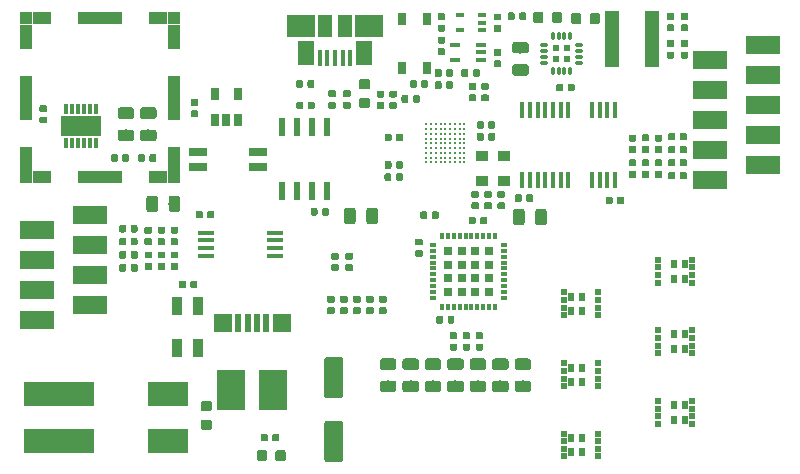
<source format=gbr>
G04 #@! TF.GenerationSoftware,KiCad,Pcbnew,5.0.2-bee76a0~70~ubuntu18.04.1*
G04 #@! TF.CreationDate,2019-12-16T16:01:37+01:00*
G04 #@! TF.ProjectId,board,626f6172-642e-46b6-9963-61645f706362,rev?*
G04 #@! TF.SameCoordinates,Original*
G04 #@! TF.FileFunction,Paste,Top*
G04 #@! TF.FilePolarity,Positive*
%FSLAX46Y46*%
G04 Gerber Fmt 4.6, Leading zero omitted, Abs format (unit mm)*
G04 Created by KiCad (PCBNEW 5.0.2-bee76a0~70~ubuntu18.04.1) date Mo 16 Dez 2019 16:01:37 CET*
%MOMM*%
%LPD*%
G01*
G04 APERTURE LIST*
%ADD10C,0.025400*%
%ADD11C,0.100000*%
%ADD12C,0.975000*%
%ADD13R,0.450000X1.450000*%
%ADD14R,1.180000X4.700000*%
%ADD15R,1.000000X1.000000*%
%ADD16R,1.650000X1.000000*%
%ADD17R,3.800000X1.000000*%
%ADD18R,1.000000X2.130000*%
%ADD19R,1.000000X3.800000*%
%ADD20O,0.100000X0.335000*%
%ADD21O,0.100000X0.330000*%
%ADD22C,0.200000*%
%ADD23O,0.330000X0.100000*%
%ADD24O,0.335000X0.100000*%
%ADD25R,3.000000X1.500000*%
%ADD26R,0.690000X0.690000*%
%ADD27R,0.500000X0.300000*%
%ADD28R,0.300000X0.500000*%
%ADD29R,0.570000X0.738000*%
%ADD30R,0.630000X0.500000*%
%ADD31R,0.304800X0.812800*%
%ADD32R,3.403600X1.803400*%
%ADD33C,0.590000*%
%ADD34C,1.600000*%
%ADD35O,0.300000X0.750000*%
%ADD36O,0.750000X0.300000*%
%ADD37R,0.540000X0.540000*%
%ADD38C,0.875000*%
%ADD39R,3.500000X2.000000*%
%ADD40R,6.000000X2.000000*%
%ADD41R,0.850000X1.600000*%
%ADD42R,1.500000X1.600000*%
%ADD43R,0.500000X1.600000*%
%ADD44R,2.400000X3.480000*%
%ADD45R,0.650000X1.060000*%
%ADD46R,1.450000X0.450000*%
%ADD47R,0.450000X1.380000*%
%ADD48R,1.475000X2.100000*%
%ADD49R,2.375000X1.900000*%
%ADD50R,1.175000X1.900000*%
%ADD51R,0.600000X1.550000*%
%ADD52R,0.650000X1.050000*%
%ADD53R,0.700000X0.400000*%
%ADD54R,0.950000X0.450000*%
%ADD55R,1.000000X0.900000*%
%ADD56R,1.600000X0.760000*%
G04 APERTURE END LIST*
D10*
G04 #@! TO.C,U1*
G36*
X96898200Y-110771700D02*
X98400000Y-110771700D01*
X98400000Y-109168300D01*
X96898200Y-109168300D01*
X96898200Y-110771700D01*
G37*
X96898200Y-110771700D02*
X98400000Y-110771700D01*
X98400000Y-109168300D01*
X96898200Y-109168300D01*
X96898200Y-110771700D01*
G36*
X98600000Y-110771700D02*
X100101800Y-110771700D01*
X100101800Y-109168300D01*
X98600000Y-109168300D01*
X98600000Y-110771700D01*
G37*
X98600000Y-110771700D02*
X100101800Y-110771700D01*
X100101800Y-109168300D01*
X98600000Y-109168300D01*
X98600000Y-110771700D01*
G04 #@! TD*
D11*
G04 #@! TO.C,C35*
G36*
X102767142Y-108416174D02*
X102790803Y-108419684D01*
X102814007Y-108425496D01*
X102836529Y-108433554D01*
X102858153Y-108443782D01*
X102878670Y-108456079D01*
X102897883Y-108470329D01*
X102915607Y-108486393D01*
X102931671Y-108504117D01*
X102945921Y-108523330D01*
X102958218Y-108543847D01*
X102968446Y-108565471D01*
X102976504Y-108587993D01*
X102982316Y-108611197D01*
X102985826Y-108634858D01*
X102987000Y-108658750D01*
X102987000Y-109146250D01*
X102985826Y-109170142D01*
X102982316Y-109193803D01*
X102976504Y-109217007D01*
X102968446Y-109239529D01*
X102958218Y-109261153D01*
X102945921Y-109281670D01*
X102931671Y-109300883D01*
X102915607Y-109318607D01*
X102897883Y-109334671D01*
X102878670Y-109348921D01*
X102858153Y-109361218D01*
X102836529Y-109371446D01*
X102814007Y-109379504D01*
X102790803Y-109385316D01*
X102767142Y-109388826D01*
X102743250Y-109390000D01*
X101830750Y-109390000D01*
X101806858Y-109388826D01*
X101783197Y-109385316D01*
X101759993Y-109379504D01*
X101737471Y-109371446D01*
X101715847Y-109361218D01*
X101695330Y-109348921D01*
X101676117Y-109334671D01*
X101658393Y-109318607D01*
X101642329Y-109300883D01*
X101628079Y-109281670D01*
X101615782Y-109261153D01*
X101605554Y-109239529D01*
X101597496Y-109217007D01*
X101591684Y-109193803D01*
X101588174Y-109170142D01*
X101587000Y-109146250D01*
X101587000Y-108658750D01*
X101588174Y-108634858D01*
X101591684Y-108611197D01*
X101597496Y-108587993D01*
X101605554Y-108565471D01*
X101615782Y-108543847D01*
X101628079Y-108523330D01*
X101642329Y-108504117D01*
X101658393Y-108486393D01*
X101676117Y-108470329D01*
X101695330Y-108456079D01*
X101715847Y-108443782D01*
X101737471Y-108433554D01*
X101759993Y-108425496D01*
X101783197Y-108419684D01*
X101806858Y-108416174D01*
X101830750Y-108415000D01*
X102743250Y-108415000D01*
X102767142Y-108416174D01*
X102767142Y-108416174D01*
G37*
D12*
X102287000Y-108902500D03*
D11*
G36*
X102767142Y-110291174D02*
X102790803Y-110294684D01*
X102814007Y-110300496D01*
X102836529Y-110308554D01*
X102858153Y-110318782D01*
X102878670Y-110331079D01*
X102897883Y-110345329D01*
X102915607Y-110361393D01*
X102931671Y-110379117D01*
X102945921Y-110398330D01*
X102958218Y-110418847D01*
X102968446Y-110440471D01*
X102976504Y-110462993D01*
X102982316Y-110486197D01*
X102985826Y-110509858D01*
X102987000Y-110533750D01*
X102987000Y-111021250D01*
X102985826Y-111045142D01*
X102982316Y-111068803D01*
X102976504Y-111092007D01*
X102968446Y-111114529D01*
X102958218Y-111136153D01*
X102945921Y-111156670D01*
X102931671Y-111175883D01*
X102915607Y-111193607D01*
X102897883Y-111209671D01*
X102878670Y-111223921D01*
X102858153Y-111236218D01*
X102836529Y-111246446D01*
X102814007Y-111254504D01*
X102790803Y-111260316D01*
X102767142Y-111263826D01*
X102743250Y-111265000D01*
X101830750Y-111265000D01*
X101806858Y-111263826D01*
X101783197Y-111260316D01*
X101759993Y-111254504D01*
X101737471Y-111246446D01*
X101715847Y-111236218D01*
X101695330Y-111223921D01*
X101676117Y-111209671D01*
X101658393Y-111193607D01*
X101642329Y-111175883D01*
X101628079Y-111156670D01*
X101615782Y-111136153D01*
X101605554Y-111114529D01*
X101597496Y-111092007D01*
X101591684Y-111068803D01*
X101588174Y-111045142D01*
X101587000Y-111021250D01*
X101587000Y-110533750D01*
X101588174Y-110509858D01*
X101591684Y-110486197D01*
X101597496Y-110462993D01*
X101605554Y-110440471D01*
X101615782Y-110418847D01*
X101628079Y-110398330D01*
X101642329Y-110379117D01*
X101658393Y-110361393D01*
X101676117Y-110345329D01*
X101695330Y-110331079D01*
X101715847Y-110318782D01*
X101737471Y-110308554D01*
X101759993Y-110300496D01*
X101783197Y-110294684D01*
X101806858Y-110291174D01*
X101830750Y-110290000D01*
X102743250Y-110290000D01*
X102767142Y-110291174D01*
X102767142Y-110291174D01*
G37*
D12*
X102287000Y-110777500D03*
G04 #@! TD*
D13*
G04 #@! TO.C,U11*
X139750000Y-108650000D03*
X139100000Y-108650000D03*
X138450000Y-108650000D03*
X137800000Y-108650000D03*
X137150000Y-108650000D03*
X136500000Y-108650000D03*
X135850000Y-108650000D03*
X135850000Y-114550000D03*
X136500000Y-114550000D03*
X137150000Y-114550000D03*
X137800000Y-114550000D03*
X138450000Y-114550000D03*
X139100000Y-114550000D03*
X139750000Y-114550000D03*
G04 #@! TD*
D14*
G04 #@! TO.C,L1*
X146800000Y-102600000D03*
X143490000Y-102600000D03*
G04 #@! TD*
D15*
G04 #@! TO.C,J10*
X93850000Y-100870000D03*
X106350000Y-100870000D03*
X106350000Y-114330000D03*
X93850000Y-114330000D03*
D16*
X95175000Y-100870000D03*
X95175000Y-114330000D03*
D17*
X100100000Y-100870000D03*
X100100000Y-114330000D03*
D16*
X105025000Y-100870000D03*
X105025000Y-114330000D03*
D18*
X93850000Y-102435000D03*
X106350000Y-102435000D03*
D19*
X93850000Y-107600000D03*
X106350000Y-107600000D03*
D18*
X93850000Y-112765000D03*
X106350000Y-112765000D03*
G04 #@! TD*
D20*
G04 #@! TO.C,U8*
X130946380Y-113065408D03*
D21*
X130546380Y-113065408D03*
D20*
X130146380Y-113065408D03*
X129746380Y-113065408D03*
D22*
X129346380Y-113065408D03*
D20*
X128946380Y-113065408D03*
X128546380Y-113065408D03*
X128146380Y-113065408D03*
X127746380Y-113065408D03*
D23*
X130946380Y-112665408D03*
D22*
X130546380Y-112665408D03*
X130146380Y-112665408D03*
X129746380Y-112665408D03*
X129346380Y-112665408D03*
X128946380Y-112665408D03*
X128546380Y-112665408D03*
X128146380Y-112665408D03*
X127746380Y-112665408D03*
D24*
X130946380Y-112265408D03*
D22*
X130546380Y-112265408D03*
X130146380Y-112265408D03*
X129746380Y-112265408D03*
X129346380Y-112265408D03*
X128946380Y-112265408D03*
X128546380Y-112265408D03*
X128146380Y-112265408D03*
D24*
X127746380Y-112265408D03*
X130946380Y-111865408D03*
D22*
X130546380Y-111865408D03*
X130146380Y-111865408D03*
X129746380Y-111865408D03*
X129346380Y-111865408D03*
X128946380Y-111865408D03*
X128546380Y-111865408D03*
X128146380Y-111865408D03*
D24*
X127746380Y-111865408D03*
X130946380Y-111465408D03*
D22*
X130546380Y-111465408D03*
X130146380Y-111465408D03*
X129746380Y-111465408D03*
X129346380Y-111465408D03*
X128946380Y-111465408D03*
X128546380Y-111465408D03*
X128146380Y-111465408D03*
D24*
X127746380Y-111465408D03*
D22*
X130946380Y-111065408D03*
X130546380Y-111065408D03*
X130146380Y-111065408D03*
X129746380Y-111065408D03*
X129346380Y-111065408D03*
X128946380Y-111065408D03*
X128546380Y-111065408D03*
X128146380Y-111065408D03*
D24*
X127746380Y-111065408D03*
X130946380Y-110665408D03*
D22*
X130546380Y-110665408D03*
X130146380Y-110665408D03*
X129746380Y-110665408D03*
X129346380Y-110665408D03*
X128946380Y-110665408D03*
X128546380Y-110665408D03*
X128146380Y-110665408D03*
D24*
X127746380Y-110665408D03*
D23*
X130946380Y-110265408D03*
D22*
X130546380Y-110265408D03*
X130146380Y-110265408D03*
X129746380Y-110265408D03*
X129346380Y-110265408D03*
X128946380Y-110265408D03*
X128546380Y-110265408D03*
X128146380Y-110265408D03*
D23*
X127746380Y-110265408D03*
D20*
X130946380Y-109865408D03*
D21*
X130546380Y-109865408D03*
D20*
X130146380Y-109865408D03*
X129746380Y-109865408D03*
X129346380Y-109865408D03*
X128946380Y-109865408D03*
X128546380Y-109865408D03*
D21*
X128146380Y-109865408D03*
D20*
X127746380Y-109865408D03*
G04 #@! TD*
D25*
G04 #@! TO.C,J4*
X99250000Y-117525000D03*
X99250000Y-120065000D03*
X99250000Y-122605000D03*
X99250000Y-125145000D03*
X94750000Y-118795000D03*
X94750000Y-121335000D03*
X94750000Y-123875000D03*
X94750000Y-126415000D03*
G04 #@! TD*
D11*
G04 #@! TO.C,C34*
G36*
X104672142Y-108416174D02*
X104695803Y-108419684D01*
X104719007Y-108425496D01*
X104741529Y-108433554D01*
X104763153Y-108443782D01*
X104783670Y-108456079D01*
X104802883Y-108470329D01*
X104820607Y-108486393D01*
X104836671Y-108504117D01*
X104850921Y-108523330D01*
X104863218Y-108543847D01*
X104873446Y-108565471D01*
X104881504Y-108587993D01*
X104887316Y-108611197D01*
X104890826Y-108634858D01*
X104892000Y-108658750D01*
X104892000Y-109146250D01*
X104890826Y-109170142D01*
X104887316Y-109193803D01*
X104881504Y-109217007D01*
X104873446Y-109239529D01*
X104863218Y-109261153D01*
X104850921Y-109281670D01*
X104836671Y-109300883D01*
X104820607Y-109318607D01*
X104802883Y-109334671D01*
X104783670Y-109348921D01*
X104763153Y-109361218D01*
X104741529Y-109371446D01*
X104719007Y-109379504D01*
X104695803Y-109385316D01*
X104672142Y-109388826D01*
X104648250Y-109390000D01*
X103735750Y-109390000D01*
X103711858Y-109388826D01*
X103688197Y-109385316D01*
X103664993Y-109379504D01*
X103642471Y-109371446D01*
X103620847Y-109361218D01*
X103600330Y-109348921D01*
X103581117Y-109334671D01*
X103563393Y-109318607D01*
X103547329Y-109300883D01*
X103533079Y-109281670D01*
X103520782Y-109261153D01*
X103510554Y-109239529D01*
X103502496Y-109217007D01*
X103496684Y-109193803D01*
X103493174Y-109170142D01*
X103492000Y-109146250D01*
X103492000Y-108658750D01*
X103493174Y-108634858D01*
X103496684Y-108611197D01*
X103502496Y-108587993D01*
X103510554Y-108565471D01*
X103520782Y-108543847D01*
X103533079Y-108523330D01*
X103547329Y-108504117D01*
X103563393Y-108486393D01*
X103581117Y-108470329D01*
X103600330Y-108456079D01*
X103620847Y-108443782D01*
X103642471Y-108433554D01*
X103664993Y-108425496D01*
X103688197Y-108419684D01*
X103711858Y-108416174D01*
X103735750Y-108415000D01*
X104648250Y-108415000D01*
X104672142Y-108416174D01*
X104672142Y-108416174D01*
G37*
D12*
X104192000Y-108902500D03*
D11*
G36*
X104672142Y-110291174D02*
X104695803Y-110294684D01*
X104719007Y-110300496D01*
X104741529Y-110308554D01*
X104763153Y-110318782D01*
X104783670Y-110331079D01*
X104802883Y-110345329D01*
X104820607Y-110361393D01*
X104836671Y-110379117D01*
X104850921Y-110398330D01*
X104863218Y-110418847D01*
X104873446Y-110440471D01*
X104881504Y-110462993D01*
X104887316Y-110486197D01*
X104890826Y-110509858D01*
X104892000Y-110533750D01*
X104892000Y-111021250D01*
X104890826Y-111045142D01*
X104887316Y-111068803D01*
X104881504Y-111092007D01*
X104873446Y-111114529D01*
X104863218Y-111136153D01*
X104850921Y-111156670D01*
X104836671Y-111175883D01*
X104820607Y-111193607D01*
X104802883Y-111209671D01*
X104783670Y-111223921D01*
X104763153Y-111236218D01*
X104741529Y-111246446D01*
X104719007Y-111254504D01*
X104695803Y-111260316D01*
X104672142Y-111263826D01*
X104648250Y-111265000D01*
X103735750Y-111265000D01*
X103711858Y-111263826D01*
X103688197Y-111260316D01*
X103664993Y-111254504D01*
X103642471Y-111246446D01*
X103620847Y-111236218D01*
X103600330Y-111223921D01*
X103581117Y-111209671D01*
X103563393Y-111193607D01*
X103547329Y-111175883D01*
X103533079Y-111156670D01*
X103520782Y-111136153D01*
X103510554Y-111114529D01*
X103502496Y-111092007D01*
X103496684Y-111068803D01*
X103493174Y-111045142D01*
X103492000Y-111021250D01*
X103492000Y-110533750D01*
X103493174Y-110509858D01*
X103496684Y-110486197D01*
X103502496Y-110462993D01*
X103510554Y-110440471D01*
X103520782Y-110418847D01*
X103533079Y-110398330D01*
X103547329Y-110379117D01*
X103563393Y-110361393D01*
X103581117Y-110345329D01*
X103600330Y-110331079D01*
X103620847Y-110318782D01*
X103642471Y-110308554D01*
X103664993Y-110300496D01*
X103688197Y-110294684D01*
X103711858Y-110291174D01*
X103735750Y-110290000D01*
X104648250Y-110290000D01*
X104672142Y-110291174D01*
X104672142Y-110291174D01*
G37*
D12*
X104192000Y-110777500D03*
G04 #@! TD*
D11*
G04 #@! TO.C,C32*
G36*
X137705142Y-117001174D02*
X137728803Y-117004684D01*
X137752007Y-117010496D01*
X137774529Y-117018554D01*
X137796153Y-117028782D01*
X137816670Y-117041079D01*
X137835883Y-117055329D01*
X137853607Y-117071393D01*
X137869671Y-117089117D01*
X137883921Y-117108330D01*
X137896218Y-117128847D01*
X137906446Y-117150471D01*
X137914504Y-117172993D01*
X137920316Y-117196197D01*
X137923826Y-117219858D01*
X137925000Y-117243750D01*
X137925000Y-118156250D01*
X137923826Y-118180142D01*
X137920316Y-118203803D01*
X137914504Y-118227007D01*
X137906446Y-118249529D01*
X137896218Y-118271153D01*
X137883921Y-118291670D01*
X137869671Y-118310883D01*
X137853607Y-118328607D01*
X137835883Y-118344671D01*
X137816670Y-118358921D01*
X137796153Y-118371218D01*
X137774529Y-118381446D01*
X137752007Y-118389504D01*
X137728803Y-118395316D01*
X137705142Y-118398826D01*
X137681250Y-118400000D01*
X137193750Y-118400000D01*
X137169858Y-118398826D01*
X137146197Y-118395316D01*
X137122993Y-118389504D01*
X137100471Y-118381446D01*
X137078847Y-118371218D01*
X137058330Y-118358921D01*
X137039117Y-118344671D01*
X137021393Y-118328607D01*
X137005329Y-118310883D01*
X136991079Y-118291670D01*
X136978782Y-118271153D01*
X136968554Y-118249529D01*
X136960496Y-118227007D01*
X136954684Y-118203803D01*
X136951174Y-118180142D01*
X136950000Y-118156250D01*
X136950000Y-117243750D01*
X136951174Y-117219858D01*
X136954684Y-117196197D01*
X136960496Y-117172993D01*
X136968554Y-117150471D01*
X136978782Y-117128847D01*
X136991079Y-117108330D01*
X137005329Y-117089117D01*
X137021393Y-117071393D01*
X137039117Y-117055329D01*
X137058330Y-117041079D01*
X137078847Y-117028782D01*
X137100471Y-117018554D01*
X137122993Y-117010496D01*
X137146197Y-117004684D01*
X137169858Y-117001174D01*
X137193750Y-117000000D01*
X137681250Y-117000000D01*
X137705142Y-117001174D01*
X137705142Y-117001174D01*
G37*
D12*
X137437500Y-117700000D03*
D11*
G36*
X135830142Y-117001174D02*
X135853803Y-117004684D01*
X135877007Y-117010496D01*
X135899529Y-117018554D01*
X135921153Y-117028782D01*
X135941670Y-117041079D01*
X135960883Y-117055329D01*
X135978607Y-117071393D01*
X135994671Y-117089117D01*
X136008921Y-117108330D01*
X136021218Y-117128847D01*
X136031446Y-117150471D01*
X136039504Y-117172993D01*
X136045316Y-117196197D01*
X136048826Y-117219858D01*
X136050000Y-117243750D01*
X136050000Y-118156250D01*
X136048826Y-118180142D01*
X136045316Y-118203803D01*
X136039504Y-118227007D01*
X136031446Y-118249529D01*
X136021218Y-118271153D01*
X136008921Y-118291670D01*
X135994671Y-118310883D01*
X135978607Y-118328607D01*
X135960883Y-118344671D01*
X135941670Y-118358921D01*
X135921153Y-118371218D01*
X135899529Y-118381446D01*
X135877007Y-118389504D01*
X135853803Y-118395316D01*
X135830142Y-118398826D01*
X135806250Y-118400000D01*
X135318750Y-118400000D01*
X135294858Y-118398826D01*
X135271197Y-118395316D01*
X135247993Y-118389504D01*
X135225471Y-118381446D01*
X135203847Y-118371218D01*
X135183330Y-118358921D01*
X135164117Y-118344671D01*
X135146393Y-118328607D01*
X135130329Y-118310883D01*
X135116079Y-118291670D01*
X135103782Y-118271153D01*
X135093554Y-118249529D01*
X135085496Y-118227007D01*
X135079684Y-118203803D01*
X135076174Y-118180142D01*
X135075000Y-118156250D01*
X135075000Y-117243750D01*
X135076174Y-117219858D01*
X135079684Y-117196197D01*
X135085496Y-117172993D01*
X135093554Y-117150471D01*
X135103782Y-117128847D01*
X135116079Y-117108330D01*
X135130329Y-117089117D01*
X135146393Y-117071393D01*
X135164117Y-117055329D01*
X135183330Y-117041079D01*
X135203847Y-117028782D01*
X135225471Y-117018554D01*
X135247993Y-117010496D01*
X135271197Y-117004684D01*
X135294858Y-117001174D01*
X135318750Y-117000000D01*
X135806250Y-117000000D01*
X135830142Y-117001174D01*
X135830142Y-117001174D01*
G37*
D12*
X135562500Y-117700000D03*
G04 #@! TD*
D26*
G04 #@! TO.C,DRV8323H1*
X129575000Y-124025000D03*
X130725000Y-124025000D03*
X131875000Y-124025000D03*
X133025000Y-124025000D03*
X129575000Y-122875000D03*
X130725000Y-122875000D03*
X131875000Y-122875000D03*
X133025000Y-122875000D03*
X129575000Y-121725000D03*
X130725000Y-121725000D03*
X131875000Y-121725000D03*
X133025000Y-121725000D03*
X129575000Y-120575000D03*
X130725000Y-120575000D03*
X131875000Y-120575000D03*
X133025000Y-120575000D03*
D27*
X128300000Y-124550000D03*
X128300000Y-124050000D03*
X128300000Y-123550000D03*
X128300000Y-123050000D03*
X128300000Y-122550000D03*
X128300000Y-122050000D03*
X128300000Y-121550000D03*
X128300000Y-121050000D03*
X128300000Y-120550000D03*
X128300000Y-120050000D03*
D28*
X129050000Y-119300000D03*
X129550000Y-119300000D03*
X130050000Y-119300000D03*
X130550000Y-119300000D03*
X131050000Y-119300000D03*
X131550000Y-119300000D03*
X132050000Y-119300000D03*
X132550000Y-119300000D03*
X133050000Y-119300000D03*
X133550000Y-119300000D03*
D27*
X134300000Y-120050000D03*
X134300000Y-120550000D03*
X134300000Y-121050000D03*
X134300000Y-121550000D03*
X134300000Y-122050000D03*
X134300000Y-122550000D03*
X134300000Y-123050000D03*
X134300000Y-123550000D03*
X134300000Y-124050000D03*
X134300000Y-124550000D03*
D28*
X133550000Y-125300000D03*
X133050000Y-125300000D03*
X132550000Y-125300000D03*
X132050000Y-125300000D03*
X131550000Y-125300000D03*
X131050000Y-125300000D03*
X130550000Y-125300000D03*
X130050000Y-125300000D03*
X129550000Y-125300000D03*
X129050000Y-125300000D03*
G04 #@! TD*
D11*
G04 #@! TO.C,C31*
G36*
X121530142Y-116901174D02*
X121553803Y-116904684D01*
X121577007Y-116910496D01*
X121599529Y-116918554D01*
X121621153Y-116928782D01*
X121641670Y-116941079D01*
X121660883Y-116955329D01*
X121678607Y-116971393D01*
X121694671Y-116989117D01*
X121708921Y-117008330D01*
X121721218Y-117028847D01*
X121731446Y-117050471D01*
X121739504Y-117072993D01*
X121745316Y-117096197D01*
X121748826Y-117119858D01*
X121750000Y-117143750D01*
X121750000Y-118056250D01*
X121748826Y-118080142D01*
X121745316Y-118103803D01*
X121739504Y-118127007D01*
X121731446Y-118149529D01*
X121721218Y-118171153D01*
X121708921Y-118191670D01*
X121694671Y-118210883D01*
X121678607Y-118228607D01*
X121660883Y-118244671D01*
X121641670Y-118258921D01*
X121621153Y-118271218D01*
X121599529Y-118281446D01*
X121577007Y-118289504D01*
X121553803Y-118295316D01*
X121530142Y-118298826D01*
X121506250Y-118300000D01*
X121018750Y-118300000D01*
X120994858Y-118298826D01*
X120971197Y-118295316D01*
X120947993Y-118289504D01*
X120925471Y-118281446D01*
X120903847Y-118271218D01*
X120883330Y-118258921D01*
X120864117Y-118244671D01*
X120846393Y-118228607D01*
X120830329Y-118210883D01*
X120816079Y-118191670D01*
X120803782Y-118171153D01*
X120793554Y-118149529D01*
X120785496Y-118127007D01*
X120779684Y-118103803D01*
X120776174Y-118080142D01*
X120775000Y-118056250D01*
X120775000Y-117143750D01*
X120776174Y-117119858D01*
X120779684Y-117096197D01*
X120785496Y-117072993D01*
X120793554Y-117050471D01*
X120803782Y-117028847D01*
X120816079Y-117008330D01*
X120830329Y-116989117D01*
X120846393Y-116971393D01*
X120864117Y-116955329D01*
X120883330Y-116941079D01*
X120903847Y-116928782D01*
X120925471Y-116918554D01*
X120947993Y-116910496D01*
X120971197Y-116904684D01*
X120994858Y-116901174D01*
X121018750Y-116900000D01*
X121506250Y-116900000D01*
X121530142Y-116901174D01*
X121530142Y-116901174D01*
G37*
D12*
X121262500Y-117600000D03*
D11*
G36*
X123405142Y-116901174D02*
X123428803Y-116904684D01*
X123452007Y-116910496D01*
X123474529Y-116918554D01*
X123496153Y-116928782D01*
X123516670Y-116941079D01*
X123535883Y-116955329D01*
X123553607Y-116971393D01*
X123569671Y-116989117D01*
X123583921Y-117008330D01*
X123596218Y-117028847D01*
X123606446Y-117050471D01*
X123614504Y-117072993D01*
X123620316Y-117096197D01*
X123623826Y-117119858D01*
X123625000Y-117143750D01*
X123625000Y-118056250D01*
X123623826Y-118080142D01*
X123620316Y-118103803D01*
X123614504Y-118127007D01*
X123606446Y-118149529D01*
X123596218Y-118171153D01*
X123583921Y-118191670D01*
X123569671Y-118210883D01*
X123553607Y-118228607D01*
X123535883Y-118244671D01*
X123516670Y-118258921D01*
X123496153Y-118271218D01*
X123474529Y-118281446D01*
X123452007Y-118289504D01*
X123428803Y-118295316D01*
X123405142Y-118298826D01*
X123381250Y-118300000D01*
X122893750Y-118300000D01*
X122869858Y-118298826D01*
X122846197Y-118295316D01*
X122822993Y-118289504D01*
X122800471Y-118281446D01*
X122778847Y-118271218D01*
X122758330Y-118258921D01*
X122739117Y-118244671D01*
X122721393Y-118228607D01*
X122705329Y-118210883D01*
X122691079Y-118191670D01*
X122678782Y-118171153D01*
X122668554Y-118149529D01*
X122660496Y-118127007D01*
X122654684Y-118103803D01*
X122651174Y-118080142D01*
X122650000Y-118056250D01*
X122650000Y-117143750D01*
X122651174Y-117119858D01*
X122654684Y-117096197D01*
X122660496Y-117072993D01*
X122668554Y-117050471D01*
X122678782Y-117028847D01*
X122691079Y-117008330D01*
X122705329Y-116989117D01*
X122721393Y-116971393D01*
X122739117Y-116955329D01*
X122758330Y-116941079D01*
X122778847Y-116928782D01*
X122800471Y-116918554D01*
X122822993Y-116910496D01*
X122846197Y-116904684D01*
X122869858Y-116901174D01*
X122893750Y-116900000D01*
X123381250Y-116900000D01*
X123405142Y-116901174D01*
X123405142Y-116901174D01*
G37*
D12*
X123137500Y-117600000D03*
G04 #@! TD*
D13*
G04 #@! TO.C,U2*
X143695000Y-108640000D03*
X143045000Y-108640000D03*
X142395000Y-108640000D03*
X141745000Y-108640000D03*
X141745000Y-114540000D03*
X142395000Y-114540000D03*
X143045000Y-114540000D03*
X143695000Y-114540000D03*
G04 #@! TD*
D29*
G04 #@! TO.C,Q2*
X140940000Y-131660000D03*
X140940000Y-130440000D03*
X139990000Y-131660000D03*
X139990000Y-130440000D03*
D30*
X139410000Y-132020000D03*
X139410000Y-131380000D03*
X139410000Y-130720000D03*
X139410000Y-130080000D03*
X142290000Y-130080000D03*
X142290000Y-130720000D03*
X142290000Y-131380000D03*
X142290000Y-132020000D03*
G04 #@! TD*
D31*
G04 #@! TO.C,U1*
X97250000Y-111417800D03*
X97750000Y-111417800D03*
X98250000Y-111417800D03*
X98750000Y-111417800D03*
X99250000Y-111417800D03*
X99750000Y-111417800D03*
X99750000Y-108522200D03*
X99250000Y-108522200D03*
X98750000Y-108522200D03*
X98250000Y-108522200D03*
X97750000Y-108522200D03*
X97250000Y-108522200D03*
D32*
X98500000Y-109970000D03*
G04 #@! TD*
D11*
G04 #@! TO.C,R25*
G36*
X120186958Y-120720710D02*
X120201276Y-120722834D01*
X120215317Y-120726351D01*
X120228946Y-120731228D01*
X120242031Y-120737417D01*
X120254447Y-120744858D01*
X120266073Y-120753481D01*
X120276798Y-120763202D01*
X120286519Y-120773927D01*
X120295142Y-120785553D01*
X120302583Y-120797969D01*
X120308772Y-120811054D01*
X120313649Y-120824683D01*
X120317166Y-120838724D01*
X120319290Y-120853042D01*
X120320000Y-120867500D01*
X120320000Y-121162500D01*
X120319290Y-121176958D01*
X120317166Y-121191276D01*
X120313649Y-121205317D01*
X120308772Y-121218946D01*
X120302583Y-121232031D01*
X120295142Y-121244447D01*
X120286519Y-121256073D01*
X120276798Y-121266798D01*
X120266073Y-121276519D01*
X120254447Y-121285142D01*
X120242031Y-121292583D01*
X120228946Y-121298772D01*
X120215317Y-121303649D01*
X120201276Y-121307166D01*
X120186958Y-121309290D01*
X120172500Y-121310000D01*
X119827500Y-121310000D01*
X119813042Y-121309290D01*
X119798724Y-121307166D01*
X119784683Y-121303649D01*
X119771054Y-121298772D01*
X119757969Y-121292583D01*
X119745553Y-121285142D01*
X119733927Y-121276519D01*
X119723202Y-121266798D01*
X119713481Y-121256073D01*
X119704858Y-121244447D01*
X119697417Y-121232031D01*
X119691228Y-121218946D01*
X119686351Y-121205317D01*
X119682834Y-121191276D01*
X119680710Y-121176958D01*
X119680000Y-121162500D01*
X119680000Y-120867500D01*
X119680710Y-120853042D01*
X119682834Y-120838724D01*
X119686351Y-120824683D01*
X119691228Y-120811054D01*
X119697417Y-120797969D01*
X119704858Y-120785553D01*
X119713481Y-120773927D01*
X119723202Y-120763202D01*
X119733927Y-120753481D01*
X119745553Y-120744858D01*
X119757969Y-120737417D01*
X119771054Y-120731228D01*
X119784683Y-120726351D01*
X119798724Y-120722834D01*
X119813042Y-120720710D01*
X119827500Y-120720000D01*
X120172500Y-120720000D01*
X120186958Y-120720710D01*
X120186958Y-120720710D01*
G37*
D33*
X120000000Y-121015000D03*
D11*
G36*
X120186958Y-121690710D02*
X120201276Y-121692834D01*
X120215317Y-121696351D01*
X120228946Y-121701228D01*
X120242031Y-121707417D01*
X120254447Y-121714858D01*
X120266073Y-121723481D01*
X120276798Y-121733202D01*
X120286519Y-121743927D01*
X120295142Y-121755553D01*
X120302583Y-121767969D01*
X120308772Y-121781054D01*
X120313649Y-121794683D01*
X120317166Y-121808724D01*
X120319290Y-121823042D01*
X120320000Y-121837500D01*
X120320000Y-122132500D01*
X120319290Y-122146958D01*
X120317166Y-122161276D01*
X120313649Y-122175317D01*
X120308772Y-122188946D01*
X120302583Y-122202031D01*
X120295142Y-122214447D01*
X120286519Y-122226073D01*
X120276798Y-122236798D01*
X120266073Y-122246519D01*
X120254447Y-122255142D01*
X120242031Y-122262583D01*
X120228946Y-122268772D01*
X120215317Y-122273649D01*
X120201276Y-122277166D01*
X120186958Y-122279290D01*
X120172500Y-122280000D01*
X119827500Y-122280000D01*
X119813042Y-122279290D01*
X119798724Y-122277166D01*
X119784683Y-122273649D01*
X119771054Y-122268772D01*
X119757969Y-122262583D01*
X119745553Y-122255142D01*
X119733927Y-122246519D01*
X119723202Y-122236798D01*
X119713481Y-122226073D01*
X119704858Y-122214447D01*
X119697417Y-122202031D01*
X119691228Y-122188946D01*
X119686351Y-122175317D01*
X119682834Y-122161276D01*
X119680710Y-122146958D01*
X119680000Y-122132500D01*
X119680000Y-121837500D01*
X119680710Y-121823042D01*
X119682834Y-121808724D01*
X119686351Y-121794683D01*
X119691228Y-121781054D01*
X119697417Y-121767969D01*
X119704858Y-121755553D01*
X119713481Y-121743927D01*
X119723202Y-121733202D01*
X119733927Y-121723481D01*
X119745553Y-121714858D01*
X119757969Y-121707417D01*
X119771054Y-121701228D01*
X119784683Y-121696351D01*
X119798724Y-121692834D01*
X119813042Y-121690710D01*
X119827500Y-121690000D01*
X120172500Y-121690000D01*
X120186958Y-121690710D01*
X120186958Y-121690710D01*
G37*
D33*
X120000000Y-121985000D03*
G04 #@! TD*
D11*
G04 #@! TO.C,R27*
G36*
X102446958Y-112380710D02*
X102461276Y-112382834D01*
X102475317Y-112386351D01*
X102488946Y-112391228D01*
X102502031Y-112397417D01*
X102514447Y-112404858D01*
X102526073Y-112413481D01*
X102536798Y-112423202D01*
X102546519Y-112433927D01*
X102555142Y-112445553D01*
X102562583Y-112457969D01*
X102568772Y-112471054D01*
X102573649Y-112484683D01*
X102577166Y-112498724D01*
X102579290Y-112513042D01*
X102580000Y-112527500D01*
X102580000Y-112872500D01*
X102579290Y-112886958D01*
X102577166Y-112901276D01*
X102573649Y-112915317D01*
X102568772Y-112928946D01*
X102562583Y-112942031D01*
X102555142Y-112954447D01*
X102546519Y-112966073D01*
X102536798Y-112976798D01*
X102526073Y-112986519D01*
X102514447Y-112995142D01*
X102502031Y-113002583D01*
X102488946Y-113008772D01*
X102475317Y-113013649D01*
X102461276Y-113017166D01*
X102446958Y-113019290D01*
X102432500Y-113020000D01*
X102137500Y-113020000D01*
X102123042Y-113019290D01*
X102108724Y-113017166D01*
X102094683Y-113013649D01*
X102081054Y-113008772D01*
X102067969Y-113002583D01*
X102055553Y-112995142D01*
X102043927Y-112986519D01*
X102033202Y-112976798D01*
X102023481Y-112966073D01*
X102014858Y-112954447D01*
X102007417Y-112942031D01*
X102001228Y-112928946D01*
X101996351Y-112915317D01*
X101992834Y-112901276D01*
X101990710Y-112886958D01*
X101990000Y-112872500D01*
X101990000Y-112527500D01*
X101990710Y-112513042D01*
X101992834Y-112498724D01*
X101996351Y-112484683D01*
X102001228Y-112471054D01*
X102007417Y-112457969D01*
X102014858Y-112445553D01*
X102023481Y-112433927D01*
X102033202Y-112423202D01*
X102043927Y-112413481D01*
X102055553Y-112404858D01*
X102067969Y-112397417D01*
X102081054Y-112391228D01*
X102094683Y-112386351D01*
X102108724Y-112382834D01*
X102123042Y-112380710D01*
X102137500Y-112380000D01*
X102432500Y-112380000D01*
X102446958Y-112380710D01*
X102446958Y-112380710D01*
G37*
D33*
X102285000Y-112700000D03*
D11*
G36*
X101476958Y-112380710D02*
X101491276Y-112382834D01*
X101505317Y-112386351D01*
X101518946Y-112391228D01*
X101532031Y-112397417D01*
X101544447Y-112404858D01*
X101556073Y-112413481D01*
X101566798Y-112423202D01*
X101576519Y-112433927D01*
X101585142Y-112445553D01*
X101592583Y-112457969D01*
X101598772Y-112471054D01*
X101603649Y-112484683D01*
X101607166Y-112498724D01*
X101609290Y-112513042D01*
X101610000Y-112527500D01*
X101610000Y-112872500D01*
X101609290Y-112886958D01*
X101607166Y-112901276D01*
X101603649Y-112915317D01*
X101598772Y-112928946D01*
X101592583Y-112942031D01*
X101585142Y-112954447D01*
X101576519Y-112966073D01*
X101566798Y-112976798D01*
X101556073Y-112986519D01*
X101544447Y-112995142D01*
X101532031Y-113002583D01*
X101518946Y-113008772D01*
X101505317Y-113013649D01*
X101491276Y-113017166D01*
X101476958Y-113019290D01*
X101462500Y-113020000D01*
X101167500Y-113020000D01*
X101153042Y-113019290D01*
X101138724Y-113017166D01*
X101124683Y-113013649D01*
X101111054Y-113008772D01*
X101097969Y-113002583D01*
X101085553Y-112995142D01*
X101073927Y-112986519D01*
X101063202Y-112976798D01*
X101053481Y-112966073D01*
X101044858Y-112954447D01*
X101037417Y-112942031D01*
X101031228Y-112928946D01*
X101026351Y-112915317D01*
X101022834Y-112901276D01*
X101020710Y-112886958D01*
X101020000Y-112872500D01*
X101020000Y-112527500D01*
X101020710Y-112513042D01*
X101022834Y-112498724D01*
X101026351Y-112484683D01*
X101031228Y-112471054D01*
X101037417Y-112457969D01*
X101044858Y-112445553D01*
X101053481Y-112433927D01*
X101063202Y-112423202D01*
X101073927Y-112413481D01*
X101085553Y-112404858D01*
X101097969Y-112397417D01*
X101111054Y-112391228D01*
X101124683Y-112386351D01*
X101138724Y-112382834D01*
X101153042Y-112380710D01*
X101167500Y-112380000D01*
X101462500Y-112380000D01*
X101476958Y-112380710D01*
X101476958Y-112380710D01*
G37*
D33*
X101315000Y-112700000D03*
G04 #@! TD*
D11*
G04 #@! TO.C,C23*
G36*
X95486958Y-109190710D02*
X95501276Y-109192834D01*
X95515317Y-109196351D01*
X95528946Y-109201228D01*
X95542031Y-109207417D01*
X95554447Y-109214858D01*
X95566073Y-109223481D01*
X95576798Y-109233202D01*
X95586519Y-109243927D01*
X95595142Y-109255553D01*
X95602583Y-109267969D01*
X95608772Y-109281054D01*
X95613649Y-109294683D01*
X95617166Y-109308724D01*
X95619290Y-109323042D01*
X95620000Y-109337500D01*
X95620000Y-109632500D01*
X95619290Y-109646958D01*
X95617166Y-109661276D01*
X95613649Y-109675317D01*
X95608772Y-109688946D01*
X95602583Y-109702031D01*
X95595142Y-109714447D01*
X95586519Y-109726073D01*
X95576798Y-109736798D01*
X95566073Y-109746519D01*
X95554447Y-109755142D01*
X95542031Y-109762583D01*
X95528946Y-109768772D01*
X95515317Y-109773649D01*
X95501276Y-109777166D01*
X95486958Y-109779290D01*
X95472500Y-109780000D01*
X95127500Y-109780000D01*
X95113042Y-109779290D01*
X95098724Y-109777166D01*
X95084683Y-109773649D01*
X95071054Y-109768772D01*
X95057969Y-109762583D01*
X95045553Y-109755142D01*
X95033927Y-109746519D01*
X95023202Y-109736798D01*
X95013481Y-109726073D01*
X95004858Y-109714447D01*
X94997417Y-109702031D01*
X94991228Y-109688946D01*
X94986351Y-109675317D01*
X94982834Y-109661276D01*
X94980710Y-109646958D01*
X94980000Y-109632500D01*
X94980000Y-109337500D01*
X94980710Y-109323042D01*
X94982834Y-109308724D01*
X94986351Y-109294683D01*
X94991228Y-109281054D01*
X94997417Y-109267969D01*
X95004858Y-109255553D01*
X95013481Y-109243927D01*
X95023202Y-109233202D01*
X95033927Y-109223481D01*
X95045553Y-109214858D01*
X95057969Y-109207417D01*
X95071054Y-109201228D01*
X95084683Y-109196351D01*
X95098724Y-109192834D01*
X95113042Y-109190710D01*
X95127500Y-109190000D01*
X95472500Y-109190000D01*
X95486958Y-109190710D01*
X95486958Y-109190710D01*
G37*
D33*
X95300000Y-109485000D03*
D11*
G36*
X95486958Y-108220710D02*
X95501276Y-108222834D01*
X95515317Y-108226351D01*
X95528946Y-108231228D01*
X95542031Y-108237417D01*
X95554447Y-108244858D01*
X95566073Y-108253481D01*
X95576798Y-108263202D01*
X95586519Y-108273927D01*
X95595142Y-108285553D01*
X95602583Y-108297969D01*
X95608772Y-108311054D01*
X95613649Y-108324683D01*
X95617166Y-108338724D01*
X95619290Y-108353042D01*
X95620000Y-108367500D01*
X95620000Y-108662500D01*
X95619290Y-108676958D01*
X95617166Y-108691276D01*
X95613649Y-108705317D01*
X95608772Y-108718946D01*
X95602583Y-108732031D01*
X95595142Y-108744447D01*
X95586519Y-108756073D01*
X95576798Y-108766798D01*
X95566073Y-108776519D01*
X95554447Y-108785142D01*
X95542031Y-108792583D01*
X95528946Y-108798772D01*
X95515317Y-108803649D01*
X95501276Y-108807166D01*
X95486958Y-108809290D01*
X95472500Y-108810000D01*
X95127500Y-108810000D01*
X95113042Y-108809290D01*
X95098724Y-108807166D01*
X95084683Y-108803649D01*
X95071054Y-108798772D01*
X95057969Y-108792583D01*
X95045553Y-108785142D01*
X95033927Y-108776519D01*
X95023202Y-108766798D01*
X95013481Y-108756073D01*
X95004858Y-108744447D01*
X94997417Y-108732031D01*
X94991228Y-108718946D01*
X94986351Y-108705317D01*
X94982834Y-108691276D01*
X94980710Y-108676958D01*
X94980000Y-108662500D01*
X94980000Y-108367500D01*
X94980710Y-108353042D01*
X94982834Y-108338724D01*
X94986351Y-108324683D01*
X94991228Y-108311054D01*
X94997417Y-108297969D01*
X95004858Y-108285553D01*
X95013481Y-108273927D01*
X95023202Y-108263202D01*
X95033927Y-108253481D01*
X95045553Y-108244858D01*
X95057969Y-108237417D01*
X95071054Y-108231228D01*
X95084683Y-108226351D01*
X95098724Y-108222834D01*
X95113042Y-108220710D01*
X95127500Y-108220000D01*
X95472500Y-108220000D01*
X95486958Y-108220710D01*
X95486958Y-108220710D01*
G37*
D33*
X95300000Y-108515000D03*
G04 #@! TD*
D11*
G04 #@! TO.C,C21*
G36*
X128780142Y-129676174D02*
X128803803Y-129679684D01*
X128827007Y-129685496D01*
X128849529Y-129693554D01*
X128871153Y-129703782D01*
X128891670Y-129716079D01*
X128910883Y-129730329D01*
X128928607Y-129746393D01*
X128944671Y-129764117D01*
X128958921Y-129783330D01*
X128971218Y-129803847D01*
X128981446Y-129825471D01*
X128989504Y-129847993D01*
X128995316Y-129871197D01*
X128998826Y-129894858D01*
X129000000Y-129918750D01*
X129000000Y-130406250D01*
X128998826Y-130430142D01*
X128995316Y-130453803D01*
X128989504Y-130477007D01*
X128981446Y-130499529D01*
X128971218Y-130521153D01*
X128958921Y-130541670D01*
X128944671Y-130560883D01*
X128928607Y-130578607D01*
X128910883Y-130594671D01*
X128891670Y-130608921D01*
X128871153Y-130621218D01*
X128849529Y-130631446D01*
X128827007Y-130639504D01*
X128803803Y-130645316D01*
X128780142Y-130648826D01*
X128756250Y-130650000D01*
X127843750Y-130650000D01*
X127819858Y-130648826D01*
X127796197Y-130645316D01*
X127772993Y-130639504D01*
X127750471Y-130631446D01*
X127728847Y-130621218D01*
X127708330Y-130608921D01*
X127689117Y-130594671D01*
X127671393Y-130578607D01*
X127655329Y-130560883D01*
X127641079Y-130541670D01*
X127628782Y-130521153D01*
X127618554Y-130499529D01*
X127610496Y-130477007D01*
X127604684Y-130453803D01*
X127601174Y-130430142D01*
X127600000Y-130406250D01*
X127600000Y-129918750D01*
X127601174Y-129894858D01*
X127604684Y-129871197D01*
X127610496Y-129847993D01*
X127618554Y-129825471D01*
X127628782Y-129803847D01*
X127641079Y-129783330D01*
X127655329Y-129764117D01*
X127671393Y-129746393D01*
X127689117Y-129730329D01*
X127708330Y-129716079D01*
X127728847Y-129703782D01*
X127750471Y-129693554D01*
X127772993Y-129685496D01*
X127796197Y-129679684D01*
X127819858Y-129676174D01*
X127843750Y-129675000D01*
X128756250Y-129675000D01*
X128780142Y-129676174D01*
X128780142Y-129676174D01*
G37*
D12*
X128300000Y-130162500D03*
D11*
G36*
X128780142Y-131551174D02*
X128803803Y-131554684D01*
X128827007Y-131560496D01*
X128849529Y-131568554D01*
X128871153Y-131578782D01*
X128891670Y-131591079D01*
X128910883Y-131605329D01*
X128928607Y-131621393D01*
X128944671Y-131639117D01*
X128958921Y-131658330D01*
X128971218Y-131678847D01*
X128981446Y-131700471D01*
X128989504Y-131722993D01*
X128995316Y-131746197D01*
X128998826Y-131769858D01*
X129000000Y-131793750D01*
X129000000Y-132281250D01*
X128998826Y-132305142D01*
X128995316Y-132328803D01*
X128989504Y-132352007D01*
X128981446Y-132374529D01*
X128971218Y-132396153D01*
X128958921Y-132416670D01*
X128944671Y-132435883D01*
X128928607Y-132453607D01*
X128910883Y-132469671D01*
X128891670Y-132483921D01*
X128871153Y-132496218D01*
X128849529Y-132506446D01*
X128827007Y-132514504D01*
X128803803Y-132520316D01*
X128780142Y-132523826D01*
X128756250Y-132525000D01*
X127843750Y-132525000D01*
X127819858Y-132523826D01*
X127796197Y-132520316D01*
X127772993Y-132514504D01*
X127750471Y-132506446D01*
X127728847Y-132496218D01*
X127708330Y-132483921D01*
X127689117Y-132469671D01*
X127671393Y-132453607D01*
X127655329Y-132435883D01*
X127641079Y-132416670D01*
X127628782Y-132396153D01*
X127618554Y-132374529D01*
X127610496Y-132352007D01*
X127604684Y-132328803D01*
X127601174Y-132305142D01*
X127600000Y-132281250D01*
X127600000Y-131793750D01*
X127601174Y-131769858D01*
X127604684Y-131746197D01*
X127610496Y-131722993D01*
X127618554Y-131700471D01*
X127628782Y-131678847D01*
X127641079Y-131658330D01*
X127655329Y-131639117D01*
X127671393Y-131621393D01*
X127689117Y-131605329D01*
X127708330Y-131591079D01*
X127728847Y-131578782D01*
X127750471Y-131568554D01*
X127772993Y-131560496D01*
X127796197Y-131554684D01*
X127819858Y-131551174D01*
X127843750Y-131550000D01*
X128756250Y-131550000D01*
X128780142Y-131551174D01*
X128780142Y-131551174D01*
G37*
D12*
X128300000Y-132037500D03*
G04 #@! TD*
D11*
G04 #@! TO.C,C22*
G36*
X104746958Y-112380710D02*
X104761276Y-112382834D01*
X104775317Y-112386351D01*
X104788946Y-112391228D01*
X104802031Y-112397417D01*
X104814447Y-112404858D01*
X104826073Y-112413481D01*
X104836798Y-112423202D01*
X104846519Y-112433927D01*
X104855142Y-112445553D01*
X104862583Y-112457969D01*
X104868772Y-112471054D01*
X104873649Y-112484683D01*
X104877166Y-112498724D01*
X104879290Y-112513042D01*
X104880000Y-112527500D01*
X104880000Y-112872500D01*
X104879290Y-112886958D01*
X104877166Y-112901276D01*
X104873649Y-112915317D01*
X104868772Y-112928946D01*
X104862583Y-112942031D01*
X104855142Y-112954447D01*
X104846519Y-112966073D01*
X104836798Y-112976798D01*
X104826073Y-112986519D01*
X104814447Y-112995142D01*
X104802031Y-113002583D01*
X104788946Y-113008772D01*
X104775317Y-113013649D01*
X104761276Y-113017166D01*
X104746958Y-113019290D01*
X104732500Y-113020000D01*
X104437500Y-113020000D01*
X104423042Y-113019290D01*
X104408724Y-113017166D01*
X104394683Y-113013649D01*
X104381054Y-113008772D01*
X104367969Y-113002583D01*
X104355553Y-112995142D01*
X104343927Y-112986519D01*
X104333202Y-112976798D01*
X104323481Y-112966073D01*
X104314858Y-112954447D01*
X104307417Y-112942031D01*
X104301228Y-112928946D01*
X104296351Y-112915317D01*
X104292834Y-112901276D01*
X104290710Y-112886958D01*
X104290000Y-112872500D01*
X104290000Y-112527500D01*
X104290710Y-112513042D01*
X104292834Y-112498724D01*
X104296351Y-112484683D01*
X104301228Y-112471054D01*
X104307417Y-112457969D01*
X104314858Y-112445553D01*
X104323481Y-112433927D01*
X104333202Y-112423202D01*
X104343927Y-112413481D01*
X104355553Y-112404858D01*
X104367969Y-112397417D01*
X104381054Y-112391228D01*
X104394683Y-112386351D01*
X104408724Y-112382834D01*
X104423042Y-112380710D01*
X104437500Y-112380000D01*
X104732500Y-112380000D01*
X104746958Y-112380710D01*
X104746958Y-112380710D01*
G37*
D33*
X104585000Y-112700000D03*
D11*
G36*
X103776958Y-112380710D02*
X103791276Y-112382834D01*
X103805317Y-112386351D01*
X103818946Y-112391228D01*
X103832031Y-112397417D01*
X103844447Y-112404858D01*
X103856073Y-112413481D01*
X103866798Y-112423202D01*
X103876519Y-112433927D01*
X103885142Y-112445553D01*
X103892583Y-112457969D01*
X103898772Y-112471054D01*
X103903649Y-112484683D01*
X103907166Y-112498724D01*
X103909290Y-112513042D01*
X103910000Y-112527500D01*
X103910000Y-112872500D01*
X103909290Y-112886958D01*
X103907166Y-112901276D01*
X103903649Y-112915317D01*
X103898772Y-112928946D01*
X103892583Y-112942031D01*
X103885142Y-112954447D01*
X103876519Y-112966073D01*
X103866798Y-112976798D01*
X103856073Y-112986519D01*
X103844447Y-112995142D01*
X103832031Y-113002583D01*
X103818946Y-113008772D01*
X103805317Y-113013649D01*
X103791276Y-113017166D01*
X103776958Y-113019290D01*
X103762500Y-113020000D01*
X103467500Y-113020000D01*
X103453042Y-113019290D01*
X103438724Y-113017166D01*
X103424683Y-113013649D01*
X103411054Y-113008772D01*
X103397969Y-113002583D01*
X103385553Y-112995142D01*
X103373927Y-112986519D01*
X103363202Y-112976798D01*
X103353481Y-112966073D01*
X103344858Y-112954447D01*
X103337417Y-112942031D01*
X103331228Y-112928946D01*
X103326351Y-112915317D01*
X103322834Y-112901276D01*
X103320710Y-112886958D01*
X103320000Y-112872500D01*
X103320000Y-112527500D01*
X103320710Y-112513042D01*
X103322834Y-112498724D01*
X103326351Y-112484683D01*
X103331228Y-112471054D01*
X103337417Y-112457969D01*
X103344858Y-112445553D01*
X103353481Y-112433927D01*
X103363202Y-112423202D01*
X103373927Y-112413481D01*
X103385553Y-112404858D01*
X103397969Y-112397417D01*
X103411054Y-112391228D01*
X103424683Y-112386351D01*
X103438724Y-112382834D01*
X103453042Y-112380710D01*
X103467500Y-112380000D01*
X103762500Y-112380000D01*
X103776958Y-112380710D01*
X103776958Y-112380710D01*
G37*
D33*
X103615000Y-112700000D03*
G04 #@! TD*
D11*
G04 #@! TO.C,C19*
G36*
X134480142Y-131551174D02*
X134503803Y-131554684D01*
X134527007Y-131560496D01*
X134549529Y-131568554D01*
X134571153Y-131578782D01*
X134591670Y-131591079D01*
X134610883Y-131605329D01*
X134628607Y-131621393D01*
X134644671Y-131639117D01*
X134658921Y-131658330D01*
X134671218Y-131678847D01*
X134681446Y-131700471D01*
X134689504Y-131722993D01*
X134695316Y-131746197D01*
X134698826Y-131769858D01*
X134700000Y-131793750D01*
X134700000Y-132281250D01*
X134698826Y-132305142D01*
X134695316Y-132328803D01*
X134689504Y-132352007D01*
X134681446Y-132374529D01*
X134671218Y-132396153D01*
X134658921Y-132416670D01*
X134644671Y-132435883D01*
X134628607Y-132453607D01*
X134610883Y-132469671D01*
X134591670Y-132483921D01*
X134571153Y-132496218D01*
X134549529Y-132506446D01*
X134527007Y-132514504D01*
X134503803Y-132520316D01*
X134480142Y-132523826D01*
X134456250Y-132525000D01*
X133543750Y-132525000D01*
X133519858Y-132523826D01*
X133496197Y-132520316D01*
X133472993Y-132514504D01*
X133450471Y-132506446D01*
X133428847Y-132496218D01*
X133408330Y-132483921D01*
X133389117Y-132469671D01*
X133371393Y-132453607D01*
X133355329Y-132435883D01*
X133341079Y-132416670D01*
X133328782Y-132396153D01*
X133318554Y-132374529D01*
X133310496Y-132352007D01*
X133304684Y-132328803D01*
X133301174Y-132305142D01*
X133300000Y-132281250D01*
X133300000Y-131793750D01*
X133301174Y-131769858D01*
X133304684Y-131746197D01*
X133310496Y-131722993D01*
X133318554Y-131700471D01*
X133328782Y-131678847D01*
X133341079Y-131658330D01*
X133355329Y-131639117D01*
X133371393Y-131621393D01*
X133389117Y-131605329D01*
X133408330Y-131591079D01*
X133428847Y-131578782D01*
X133450471Y-131568554D01*
X133472993Y-131560496D01*
X133496197Y-131554684D01*
X133519858Y-131551174D01*
X133543750Y-131550000D01*
X134456250Y-131550000D01*
X134480142Y-131551174D01*
X134480142Y-131551174D01*
G37*
D12*
X134000000Y-132037500D03*
D11*
G36*
X134480142Y-129676174D02*
X134503803Y-129679684D01*
X134527007Y-129685496D01*
X134549529Y-129693554D01*
X134571153Y-129703782D01*
X134591670Y-129716079D01*
X134610883Y-129730329D01*
X134628607Y-129746393D01*
X134644671Y-129764117D01*
X134658921Y-129783330D01*
X134671218Y-129803847D01*
X134681446Y-129825471D01*
X134689504Y-129847993D01*
X134695316Y-129871197D01*
X134698826Y-129894858D01*
X134700000Y-129918750D01*
X134700000Y-130406250D01*
X134698826Y-130430142D01*
X134695316Y-130453803D01*
X134689504Y-130477007D01*
X134681446Y-130499529D01*
X134671218Y-130521153D01*
X134658921Y-130541670D01*
X134644671Y-130560883D01*
X134628607Y-130578607D01*
X134610883Y-130594671D01*
X134591670Y-130608921D01*
X134571153Y-130621218D01*
X134549529Y-130631446D01*
X134527007Y-130639504D01*
X134503803Y-130645316D01*
X134480142Y-130648826D01*
X134456250Y-130650000D01*
X133543750Y-130650000D01*
X133519858Y-130648826D01*
X133496197Y-130645316D01*
X133472993Y-130639504D01*
X133450471Y-130631446D01*
X133428847Y-130621218D01*
X133408330Y-130608921D01*
X133389117Y-130594671D01*
X133371393Y-130578607D01*
X133355329Y-130560883D01*
X133341079Y-130541670D01*
X133328782Y-130521153D01*
X133318554Y-130499529D01*
X133310496Y-130477007D01*
X133304684Y-130453803D01*
X133301174Y-130430142D01*
X133300000Y-130406250D01*
X133300000Y-129918750D01*
X133301174Y-129894858D01*
X133304684Y-129871197D01*
X133310496Y-129847993D01*
X133318554Y-129825471D01*
X133328782Y-129803847D01*
X133341079Y-129783330D01*
X133355329Y-129764117D01*
X133371393Y-129746393D01*
X133389117Y-129730329D01*
X133408330Y-129716079D01*
X133428847Y-129703782D01*
X133450471Y-129693554D01*
X133472993Y-129685496D01*
X133496197Y-129679684D01*
X133519858Y-129676174D01*
X133543750Y-129675000D01*
X134456250Y-129675000D01*
X134480142Y-129676174D01*
X134480142Y-129676174D01*
G37*
D12*
X134000000Y-130162500D03*
G04 #@! TD*
D11*
G04 #@! TO.C,C18*
G36*
X132580142Y-129676174D02*
X132603803Y-129679684D01*
X132627007Y-129685496D01*
X132649529Y-129693554D01*
X132671153Y-129703782D01*
X132691670Y-129716079D01*
X132710883Y-129730329D01*
X132728607Y-129746393D01*
X132744671Y-129764117D01*
X132758921Y-129783330D01*
X132771218Y-129803847D01*
X132781446Y-129825471D01*
X132789504Y-129847993D01*
X132795316Y-129871197D01*
X132798826Y-129894858D01*
X132800000Y-129918750D01*
X132800000Y-130406250D01*
X132798826Y-130430142D01*
X132795316Y-130453803D01*
X132789504Y-130477007D01*
X132781446Y-130499529D01*
X132771218Y-130521153D01*
X132758921Y-130541670D01*
X132744671Y-130560883D01*
X132728607Y-130578607D01*
X132710883Y-130594671D01*
X132691670Y-130608921D01*
X132671153Y-130621218D01*
X132649529Y-130631446D01*
X132627007Y-130639504D01*
X132603803Y-130645316D01*
X132580142Y-130648826D01*
X132556250Y-130650000D01*
X131643750Y-130650000D01*
X131619858Y-130648826D01*
X131596197Y-130645316D01*
X131572993Y-130639504D01*
X131550471Y-130631446D01*
X131528847Y-130621218D01*
X131508330Y-130608921D01*
X131489117Y-130594671D01*
X131471393Y-130578607D01*
X131455329Y-130560883D01*
X131441079Y-130541670D01*
X131428782Y-130521153D01*
X131418554Y-130499529D01*
X131410496Y-130477007D01*
X131404684Y-130453803D01*
X131401174Y-130430142D01*
X131400000Y-130406250D01*
X131400000Y-129918750D01*
X131401174Y-129894858D01*
X131404684Y-129871197D01*
X131410496Y-129847993D01*
X131418554Y-129825471D01*
X131428782Y-129803847D01*
X131441079Y-129783330D01*
X131455329Y-129764117D01*
X131471393Y-129746393D01*
X131489117Y-129730329D01*
X131508330Y-129716079D01*
X131528847Y-129703782D01*
X131550471Y-129693554D01*
X131572993Y-129685496D01*
X131596197Y-129679684D01*
X131619858Y-129676174D01*
X131643750Y-129675000D01*
X132556250Y-129675000D01*
X132580142Y-129676174D01*
X132580142Y-129676174D01*
G37*
D12*
X132100000Y-130162500D03*
D11*
G36*
X132580142Y-131551174D02*
X132603803Y-131554684D01*
X132627007Y-131560496D01*
X132649529Y-131568554D01*
X132671153Y-131578782D01*
X132691670Y-131591079D01*
X132710883Y-131605329D01*
X132728607Y-131621393D01*
X132744671Y-131639117D01*
X132758921Y-131658330D01*
X132771218Y-131678847D01*
X132781446Y-131700471D01*
X132789504Y-131722993D01*
X132795316Y-131746197D01*
X132798826Y-131769858D01*
X132800000Y-131793750D01*
X132800000Y-132281250D01*
X132798826Y-132305142D01*
X132795316Y-132328803D01*
X132789504Y-132352007D01*
X132781446Y-132374529D01*
X132771218Y-132396153D01*
X132758921Y-132416670D01*
X132744671Y-132435883D01*
X132728607Y-132453607D01*
X132710883Y-132469671D01*
X132691670Y-132483921D01*
X132671153Y-132496218D01*
X132649529Y-132506446D01*
X132627007Y-132514504D01*
X132603803Y-132520316D01*
X132580142Y-132523826D01*
X132556250Y-132525000D01*
X131643750Y-132525000D01*
X131619858Y-132523826D01*
X131596197Y-132520316D01*
X131572993Y-132514504D01*
X131550471Y-132506446D01*
X131528847Y-132496218D01*
X131508330Y-132483921D01*
X131489117Y-132469671D01*
X131471393Y-132453607D01*
X131455329Y-132435883D01*
X131441079Y-132416670D01*
X131428782Y-132396153D01*
X131418554Y-132374529D01*
X131410496Y-132352007D01*
X131404684Y-132328803D01*
X131401174Y-132305142D01*
X131400000Y-132281250D01*
X131400000Y-131793750D01*
X131401174Y-131769858D01*
X131404684Y-131746197D01*
X131410496Y-131722993D01*
X131418554Y-131700471D01*
X131428782Y-131678847D01*
X131441079Y-131658330D01*
X131455329Y-131639117D01*
X131471393Y-131621393D01*
X131489117Y-131605329D01*
X131508330Y-131591079D01*
X131528847Y-131578782D01*
X131550471Y-131568554D01*
X131572993Y-131560496D01*
X131596197Y-131554684D01*
X131619858Y-131551174D01*
X131643750Y-131550000D01*
X132556250Y-131550000D01*
X132580142Y-131551174D01*
X132580142Y-131551174D01*
G37*
D12*
X132100000Y-132037500D03*
G04 #@! TD*
D11*
G04 #@! TO.C,R24*
G36*
X121386958Y-121690710D02*
X121401276Y-121692834D01*
X121415317Y-121696351D01*
X121428946Y-121701228D01*
X121442031Y-121707417D01*
X121454447Y-121714858D01*
X121466073Y-121723481D01*
X121476798Y-121733202D01*
X121486519Y-121743927D01*
X121495142Y-121755553D01*
X121502583Y-121767969D01*
X121508772Y-121781054D01*
X121513649Y-121794683D01*
X121517166Y-121808724D01*
X121519290Y-121823042D01*
X121520000Y-121837500D01*
X121520000Y-122132500D01*
X121519290Y-122146958D01*
X121517166Y-122161276D01*
X121513649Y-122175317D01*
X121508772Y-122188946D01*
X121502583Y-122202031D01*
X121495142Y-122214447D01*
X121486519Y-122226073D01*
X121476798Y-122236798D01*
X121466073Y-122246519D01*
X121454447Y-122255142D01*
X121442031Y-122262583D01*
X121428946Y-122268772D01*
X121415317Y-122273649D01*
X121401276Y-122277166D01*
X121386958Y-122279290D01*
X121372500Y-122280000D01*
X121027500Y-122280000D01*
X121013042Y-122279290D01*
X120998724Y-122277166D01*
X120984683Y-122273649D01*
X120971054Y-122268772D01*
X120957969Y-122262583D01*
X120945553Y-122255142D01*
X120933927Y-122246519D01*
X120923202Y-122236798D01*
X120913481Y-122226073D01*
X120904858Y-122214447D01*
X120897417Y-122202031D01*
X120891228Y-122188946D01*
X120886351Y-122175317D01*
X120882834Y-122161276D01*
X120880710Y-122146958D01*
X120880000Y-122132500D01*
X120880000Y-121837500D01*
X120880710Y-121823042D01*
X120882834Y-121808724D01*
X120886351Y-121794683D01*
X120891228Y-121781054D01*
X120897417Y-121767969D01*
X120904858Y-121755553D01*
X120913481Y-121743927D01*
X120923202Y-121733202D01*
X120933927Y-121723481D01*
X120945553Y-121714858D01*
X120957969Y-121707417D01*
X120971054Y-121701228D01*
X120984683Y-121696351D01*
X120998724Y-121692834D01*
X121013042Y-121690710D01*
X121027500Y-121690000D01*
X121372500Y-121690000D01*
X121386958Y-121690710D01*
X121386958Y-121690710D01*
G37*
D33*
X121200000Y-121985000D03*
D11*
G36*
X121386958Y-120720710D02*
X121401276Y-120722834D01*
X121415317Y-120726351D01*
X121428946Y-120731228D01*
X121442031Y-120737417D01*
X121454447Y-120744858D01*
X121466073Y-120753481D01*
X121476798Y-120763202D01*
X121486519Y-120773927D01*
X121495142Y-120785553D01*
X121502583Y-120797969D01*
X121508772Y-120811054D01*
X121513649Y-120824683D01*
X121517166Y-120838724D01*
X121519290Y-120853042D01*
X121520000Y-120867500D01*
X121520000Y-121162500D01*
X121519290Y-121176958D01*
X121517166Y-121191276D01*
X121513649Y-121205317D01*
X121508772Y-121218946D01*
X121502583Y-121232031D01*
X121495142Y-121244447D01*
X121486519Y-121256073D01*
X121476798Y-121266798D01*
X121466073Y-121276519D01*
X121454447Y-121285142D01*
X121442031Y-121292583D01*
X121428946Y-121298772D01*
X121415317Y-121303649D01*
X121401276Y-121307166D01*
X121386958Y-121309290D01*
X121372500Y-121310000D01*
X121027500Y-121310000D01*
X121013042Y-121309290D01*
X120998724Y-121307166D01*
X120984683Y-121303649D01*
X120971054Y-121298772D01*
X120957969Y-121292583D01*
X120945553Y-121285142D01*
X120933927Y-121276519D01*
X120923202Y-121266798D01*
X120913481Y-121256073D01*
X120904858Y-121244447D01*
X120897417Y-121232031D01*
X120891228Y-121218946D01*
X120886351Y-121205317D01*
X120882834Y-121191276D01*
X120880710Y-121176958D01*
X120880000Y-121162500D01*
X120880000Y-120867500D01*
X120880710Y-120853042D01*
X120882834Y-120838724D01*
X120886351Y-120824683D01*
X120891228Y-120811054D01*
X120897417Y-120797969D01*
X120904858Y-120785553D01*
X120913481Y-120773927D01*
X120923202Y-120763202D01*
X120933927Y-120753481D01*
X120945553Y-120744858D01*
X120957969Y-120737417D01*
X120971054Y-120731228D01*
X120984683Y-120726351D01*
X120998724Y-120722834D01*
X121013042Y-120720710D01*
X121027500Y-120720000D01*
X121372500Y-120720000D01*
X121386958Y-120720710D01*
X121386958Y-120720710D01*
G37*
D33*
X121200000Y-121015000D03*
G04 #@! TD*
D11*
G04 #@! TO.C,C25*
G36*
X120474504Y-129551204D02*
X120498773Y-129554804D01*
X120522571Y-129560765D01*
X120545671Y-129569030D01*
X120567849Y-129579520D01*
X120588893Y-129592133D01*
X120608598Y-129606747D01*
X120626777Y-129623223D01*
X120643253Y-129641402D01*
X120657867Y-129661107D01*
X120670480Y-129682151D01*
X120680970Y-129704329D01*
X120689235Y-129727429D01*
X120695196Y-129751227D01*
X120698796Y-129775496D01*
X120700000Y-129800000D01*
X120700000Y-132800000D01*
X120698796Y-132824504D01*
X120695196Y-132848773D01*
X120689235Y-132872571D01*
X120680970Y-132895671D01*
X120670480Y-132917849D01*
X120657867Y-132938893D01*
X120643253Y-132958598D01*
X120626777Y-132976777D01*
X120608598Y-132993253D01*
X120588893Y-133007867D01*
X120567849Y-133020480D01*
X120545671Y-133030970D01*
X120522571Y-133039235D01*
X120498773Y-133045196D01*
X120474504Y-133048796D01*
X120450000Y-133050000D01*
X119350000Y-133050000D01*
X119325496Y-133048796D01*
X119301227Y-133045196D01*
X119277429Y-133039235D01*
X119254329Y-133030970D01*
X119232151Y-133020480D01*
X119211107Y-133007867D01*
X119191402Y-132993253D01*
X119173223Y-132976777D01*
X119156747Y-132958598D01*
X119142133Y-132938893D01*
X119129520Y-132917849D01*
X119119030Y-132895671D01*
X119110765Y-132872571D01*
X119104804Y-132848773D01*
X119101204Y-132824504D01*
X119100000Y-132800000D01*
X119100000Y-129800000D01*
X119101204Y-129775496D01*
X119104804Y-129751227D01*
X119110765Y-129727429D01*
X119119030Y-129704329D01*
X119129520Y-129682151D01*
X119142133Y-129661107D01*
X119156747Y-129641402D01*
X119173223Y-129623223D01*
X119191402Y-129606747D01*
X119211107Y-129592133D01*
X119232151Y-129579520D01*
X119254329Y-129569030D01*
X119277429Y-129560765D01*
X119301227Y-129554804D01*
X119325496Y-129551204D01*
X119350000Y-129550000D01*
X120450000Y-129550000D01*
X120474504Y-129551204D01*
X120474504Y-129551204D01*
G37*
D34*
X119900000Y-131300000D03*
D11*
G36*
X120474504Y-134951204D02*
X120498773Y-134954804D01*
X120522571Y-134960765D01*
X120545671Y-134969030D01*
X120567849Y-134979520D01*
X120588893Y-134992133D01*
X120608598Y-135006747D01*
X120626777Y-135023223D01*
X120643253Y-135041402D01*
X120657867Y-135061107D01*
X120670480Y-135082151D01*
X120680970Y-135104329D01*
X120689235Y-135127429D01*
X120695196Y-135151227D01*
X120698796Y-135175496D01*
X120700000Y-135200000D01*
X120700000Y-138200000D01*
X120698796Y-138224504D01*
X120695196Y-138248773D01*
X120689235Y-138272571D01*
X120680970Y-138295671D01*
X120670480Y-138317849D01*
X120657867Y-138338893D01*
X120643253Y-138358598D01*
X120626777Y-138376777D01*
X120608598Y-138393253D01*
X120588893Y-138407867D01*
X120567849Y-138420480D01*
X120545671Y-138430970D01*
X120522571Y-138439235D01*
X120498773Y-138445196D01*
X120474504Y-138448796D01*
X120450000Y-138450000D01*
X119350000Y-138450000D01*
X119325496Y-138448796D01*
X119301227Y-138445196D01*
X119277429Y-138439235D01*
X119254329Y-138430970D01*
X119232151Y-138420480D01*
X119211107Y-138407867D01*
X119191402Y-138393253D01*
X119173223Y-138376777D01*
X119156747Y-138358598D01*
X119142133Y-138338893D01*
X119129520Y-138317849D01*
X119119030Y-138295671D01*
X119110765Y-138272571D01*
X119104804Y-138248773D01*
X119101204Y-138224504D01*
X119100000Y-138200000D01*
X119100000Y-135200000D01*
X119101204Y-135175496D01*
X119104804Y-135151227D01*
X119110765Y-135127429D01*
X119119030Y-135104329D01*
X119129520Y-135082151D01*
X119142133Y-135061107D01*
X119156747Y-135041402D01*
X119173223Y-135023223D01*
X119191402Y-135006747D01*
X119211107Y-134992133D01*
X119232151Y-134979520D01*
X119254329Y-134969030D01*
X119277429Y-134960765D01*
X119301227Y-134954804D01*
X119325496Y-134951204D01*
X119350000Y-134950000D01*
X120450000Y-134950000D01*
X120474504Y-134951204D01*
X120474504Y-134951204D01*
G37*
D34*
X119900000Y-136700000D03*
G04 #@! TD*
D11*
G04 #@! TO.C,C11*
G36*
X140146958Y-106430710D02*
X140161276Y-106432834D01*
X140175317Y-106436351D01*
X140188946Y-106441228D01*
X140202031Y-106447417D01*
X140214447Y-106454858D01*
X140226073Y-106463481D01*
X140236798Y-106473202D01*
X140246519Y-106483927D01*
X140255142Y-106495553D01*
X140262583Y-106507969D01*
X140268772Y-106521054D01*
X140273649Y-106534683D01*
X140277166Y-106548724D01*
X140279290Y-106563042D01*
X140280000Y-106577500D01*
X140280000Y-106922500D01*
X140279290Y-106936958D01*
X140277166Y-106951276D01*
X140273649Y-106965317D01*
X140268772Y-106978946D01*
X140262583Y-106992031D01*
X140255142Y-107004447D01*
X140246519Y-107016073D01*
X140236798Y-107026798D01*
X140226073Y-107036519D01*
X140214447Y-107045142D01*
X140202031Y-107052583D01*
X140188946Y-107058772D01*
X140175317Y-107063649D01*
X140161276Y-107067166D01*
X140146958Y-107069290D01*
X140132500Y-107070000D01*
X139837500Y-107070000D01*
X139823042Y-107069290D01*
X139808724Y-107067166D01*
X139794683Y-107063649D01*
X139781054Y-107058772D01*
X139767969Y-107052583D01*
X139755553Y-107045142D01*
X139743927Y-107036519D01*
X139733202Y-107026798D01*
X139723481Y-107016073D01*
X139714858Y-107004447D01*
X139707417Y-106992031D01*
X139701228Y-106978946D01*
X139696351Y-106965317D01*
X139692834Y-106951276D01*
X139690710Y-106936958D01*
X139690000Y-106922500D01*
X139690000Y-106577500D01*
X139690710Y-106563042D01*
X139692834Y-106548724D01*
X139696351Y-106534683D01*
X139701228Y-106521054D01*
X139707417Y-106507969D01*
X139714858Y-106495553D01*
X139723481Y-106483927D01*
X139733202Y-106473202D01*
X139743927Y-106463481D01*
X139755553Y-106454858D01*
X139767969Y-106447417D01*
X139781054Y-106441228D01*
X139794683Y-106436351D01*
X139808724Y-106432834D01*
X139823042Y-106430710D01*
X139837500Y-106430000D01*
X140132500Y-106430000D01*
X140146958Y-106430710D01*
X140146958Y-106430710D01*
G37*
D33*
X139985000Y-106750000D03*
D11*
G36*
X139176958Y-106430710D02*
X139191276Y-106432834D01*
X139205317Y-106436351D01*
X139218946Y-106441228D01*
X139232031Y-106447417D01*
X139244447Y-106454858D01*
X139256073Y-106463481D01*
X139266798Y-106473202D01*
X139276519Y-106483927D01*
X139285142Y-106495553D01*
X139292583Y-106507969D01*
X139298772Y-106521054D01*
X139303649Y-106534683D01*
X139307166Y-106548724D01*
X139309290Y-106563042D01*
X139310000Y-106577500D01*
X139310000Y-106922500D01*
X139309290Y-106936958D01*
X139307166Y-106951276D01*
X139303649Y-106965317D01*
X139298772Y-106978946D01*
X139292583Y-106992031D01*
X139285142Y-107004447D01*
X139276519Y-107016073D01*
X139266798Y-107026798D01*
X139256073Y-107036519D01*
X139244447Y-107045142D01*
X139232031Y-107052583D01*
X139218946Y-107058772D01*
X139205317Y-107063649D01*
X139191276Y-107067166D01*
X139176958Y-107069290D01*
X139162500Y-107070000D01*
X138867500Y-107070000D01*
X138853042Y-107069290D01*
X138838724Y-107067166D01*
X138824683Y-107063649D01*
X138811054Y-107058772D01*
X138797969Y-107052583D01*
X138785553Y-107045142D01*
X138773927Y-107036519D01*
X138763202Y-107026798D01*
X138753481Y-107016073D01*
X138744858Y-107004447D01*
X138737417Y-106992031D01*
X138731228Y-106978946D01*
X138726351Y-106965317D01*
X138722834Y-106951276D01*
X138720710Y-106936958D01*
X138720000Y-106922500D01*
X138720000Y-106577500D01*
X138720710Y-106563042D01*
X138722834Y-106548724D01*
X138726351Y-106534683D01*
X138731228Y-106521054D01*
X138737417Y-106507969D01*
X138744858Y-106495553D01*
X138753481Y-106483927D01*
X138763202Y-106473202D01*
X138773927Y-106463481D01*
X138785553Y-106454858D01*
X138797969Y-106447417D01*
X138811054Y-106441228D01*
X138824683Y-106436351D01*
X138838724Y-106432834D01*
X138853042Y-106430710D01*
X138867500Y-106430000D01*
X139162500Y-106430000D01*
X139176958Y-106430710D01*
X139176958Y-106430710D01*
G37*
D33*
X139015000Y-106750000D03*
G04 #@! TD*
D11*
G04 #@! TO.C,C12*
G36*
X136180142Y-102876174D02*
X136203803Y-102879684D01*
X136227007Y-102885496D01*
X136249529Y-102893554D01*
X136271153Y-102903782D01*
X136291670Y-102916079D01*
X136310883Y-102930329D01*
X136328607Y-102946393D01*
X136344671Y-102964117D01*
X136358921Y-102983330D01*
X136371218Y-103003847D01*
X136381446Y-103025471D01*
X136389504Y-103047993D01*
X136395316Y-103071197D01*
X136398826Y-103094858D01*
X136400000Y-103118750D01*
X136400000Y-103606250D01*
X136398826Y-103630142D01*
X136395316Y-103653803D01*
X136389504Y-103677007D01*
X136381446Y-103699529D01*
X136371218Y-103721153D01*
X136358921Y-103741670D01*
X136344671Y-103760883D01*
X136328607Y-103778607D01*
X136310883Y-103794671D01*
X136291670Y-103808921D01*
X136271153Y-103821218D01*
X136249529Y-103831446D01*
X136227007Y-103839504D01*
X136203803Y-103845316D01*
X136180142Y-103848826D01*
X136156250Y-103850000D01*
X135243750Y-103850000D01*
X135219858Y-103848826D01*
X135196197Y-103845316D01*
X135172993Y-103839504D01*
X135150471Y-103831446D01*
X135128847Y-103821218D01*
X135108330Y-103808921D01*
X135089117Y-103794671D01*
X135071393Y-103778607D01*
X135055329Y-103760883D01*
X135041079Y-103741670D01*
X135028782Y-103721153D01*
X135018554Y-103699529D01*
X135010496Y-103677007D01*
X135004684Y-103653803D01*
X135001174Y-103630142D01*
X135000000Y-103606250D01*
X135000000Y-103118750D01*
X135001174Y-103094858D01*
X135004684Y-103071197D01*
X135010496Y-103047993D01*
X135018554Y-103025471D01*
X135028782Y-103003847D01*
X135041079Y-102983330D01*
X135055329Y-102964117D01*
X135071393Y-102946393D01*
X135089117Y-102930329D01*
X135108330Y-102916079D01*
X135128847Y-102903782D01*
X135150471Y-102893554D01*
X135172993Y-102885496D01*
X135196197Y-102879684D01*
X135219858Y-102876174D01*
X135243750Y-102875000D01*
X136156250Y-102875000D01*
X136180142Y-102876174D01*
X136180142Y-102876174D01*
G37*
D12*
X135700000Y-103362500D03*
D11*
G36*
X136180142Y-104751174D02*
X136203803Y-104754684D01*
X136227007Y-104760496D01*
X136249529Y-104768554D01*
X136271153Y-104778782D01*
X136291670Y-104791079D01*
X136310883Y-104805329D01*
X136328607Y-104821393D01*
X136344671Y-104839117D01*
X136358921Y-104858330D01*
X136371218Y-104878847D01*
X136381446Y-104900471D01*
X136389504Y-104922993D01*
X136395316Y-104946197D01*
X136398826Y-104969858D01*
X136400000Y-104993750D01*
X136400000Y-105481250D01*
X136398826Y-105505142D01*
X136395316Y-105528803D01*
X136389504Y-105552007D01*
X136381446Y-105574529D01*
X136371218Y-105596153D01*
X136358921Y-105616670D01*
X136344671Y-105635883D01*
X136328607Y-105653607D01*
X136310883Y-105669671D01*
X136291670Y-105683921D01*
X136271153Y-105696218D01*
X136249529Y-105706446D01*
X136227007Y-105714504D01*
X136203803Y-105720316D01*
X136180142Y-105723826D01*
X136156250Y-105725000D01*
X135243750Y-105725000D01*
X135219858Y-105723826D01*
X135196197Y-105720316D01*
X135172993Y-105714504D01*
X135150471Y-105706446D01*
X135128847Y-105696218D01*
X135108330Y-105683921D01*
X135089117Y-105669671D01*
X135071393Y-105653607D01*
X135055329Y-105635883D01*
X135041079Y-105616670D01*
X135028782Y-105596153D01*
X135018554Y-105574529D01*
X135010496Y-105552007D01*
X135004684Y-105528803D01*
X135001174Y-105505142D01*
X135000000Y-105481250D01*
X135000000Y-104993750D01*
X135001174Y-104969858D01*
X135004684Y-104946197D01*
X135010496Y-104922993D01*
X135018554Y-104900471D01*
X135028782Y-104878847D01*
X135041079Y-104858330D01*
X135055329Y-104839117D01*
X135071393Y-104821393D01*
X135089117Y-104805329D01*
X135108330Y-104791079D01*
X135128847Y-104778782D01*
X135150471Y-104768554D01*
X135172993Y-104760496D01*
X135196197Y-104754684D01*
X135219858Y-104751174D01*
X135243750Y-104750000D01*
X136156250Y-104750000D01*
X136180142Y-104751174D01*
X136180142Y-104751174D01*
G37*
D12*
X135700000Y-105237500D03*
G04 #@! TD*
D35*
G04 #@! TO.C,MAX176321*
X139924999Y-102400001D03*
X139424999Y-102400001D03*
X138924999Y-102400001D03*
X138424999Y-102400001D03*
D36*
X137699999Y-103125001D03*
X137699999Y-103625001D03*
X137699999Y-104125001D03*
X137699999Y-104625001D03*
D35*
X138424999Y-105350001D03*
X138924999Y-105350001D03*
X139424999Y-105350001D03*
X139924999Y-105350001D03*
D36*
X140649999Y-104625001D03*
X140649999Y-104125001D03*
X140649999Y-103625001D03*
X140649999Y-103125001D03*
D37*
X138724999Y-104325001D03*
X139624999Y-104325001D03*
X138724999Y-103425001D03*
X139624999Y-103425001D03*
G04 #@! TD*
D11*
G04 #@! TO.C,C10*
G36*
X135076958Y-100380710D02*
X135091276Y-100382834D01*
X135105317Y-100386351D01*
X135118946Y-100391228D01*
X135132031Y-100397417D01*
X135144447Y-100404858D01*
X135156073Y-100413481D01*
X135166798Y-100423202D01*
X135176519Y-100433927D01*
X135185142Y-100445553D01*
X135192583Y-100457969D01*
X135198772Y-100471054D01*
X135203649Y-100484683D01*
X135207166Y-100498724D01*
X135209290Y-100513042D01*
X135210000Y-100527500D01*
X135210000Y-100872500D01*
X135209290Y-100886958D01*
X135207166Y-100901276D01*
X135203649Y-100915317D01*
X135198772Y-100928946D01*
X135192583Y-100942031D01*
X135185142Y-100954447D01*
X135176519Y-100966073D01*
X135166798Y-100976798D01*
X135156073Y-100986519D01*
X135144447Y-100995142D01*
X135132031Y-101002583D01*
X135118946Y-101008772D01*
X135105317Y-101013649D01*
X135091276Y-101017166D01*
X135076958Y-101019290D01*
X135062500Y-101020000D01*
X134767500Y-101020000D01*
X134753042Y-101019290D01*
X134738724Y-101017166D01*
X134724683Y-101013649D01*
X134711054Y-101008772D01*
X134697969Y-101002583D01*
X134685553Y-100995142D01*
X134673927Y-100986519D01*
X134663202Y-100976798D01*
X134653481Y-100966073D01*
X134644858Y-100954447D01*
X134637417Y-100942031D01*
X134631228Y-100928946D01*
X134626351Y-100915317D01*
X134622834Y-100901276D01*
X134620710Y-100886958D01*
X134620000Y-100872500D01*
X134620000Y-100527500D01*
X134620710Y-100513042D01*
X134622834Y-100498724D01*
X134626351Y-100484683D01*
X134631228Y-100471054D01*
X134637417Y-100457969D01*
X134644858Y-100445553D01*
X134653481Y-100433927D01*
X134663202Y-100423202D01*
X134673927Y-100413481D01*
X134685553Y-100404858D01*
X134697969Y-100397417D01*
X134711054Y-100391228D01*
X134724683Y-100386351D01*
X134738724Y-100382834D01*
X134753042Y-100380710D01*
X134767500Y-100380000D01*
X135062500Y-100380000D01*
X135076958Y-100380710D01*
X135076958Y-100380710D01*
G37*
D33*
X134915000Y-100700000D03*
D11*
G36*
X136046958Y-100380710D02*
X136061276Y-100382834D01*
X136075317Y-100386351D01*
X136088946Y-100391228D01*
X136102031Y-100397417D01*
X136114447Y-100404858D01*
X136126073Y-100413481D01*
X136136798Y-100423202D01*
X136146519Y-100433927D01*
X136155142Y-100445553D01*
X136162583Y-100457969D01*
X136168772Y-100471054D01*
X136173649Y-100484683D01*
X136177166Y-100498724D01*
X136179290Y-100513042D01*
X136180000Y-100527500D01*
X136180000Y-100872500D01*
X136179290Y-100886958D01*
X136177166Y-100901276D01*
X136173649Y-100915317D01*
X136168772Y-100928946D01*
X136162583Y-100942031D01*
X136155142Y-100954447D01*
X136146519Y-100966073D01*
X136136798Y-100976798D01*
X136126073Y-100986519D01*
X136114447Y-100995142D01*
X136102031Y-101002583D01*
X136088946Y-101008772D01*
X136075317Y-101013649D01*
X136061276Y-101017166D01*
X136046958Y-101019290D01*
X136032500Y-101020000D01*
X135737500Y-101020000D01*
X135723042Y-101019290D01*
X135708724Y-101017166D01*
X135694683Y-101013649D01*
X135681054Y-101008772D01*
X135667969Y-101002583D01*
X135655553Y-100995142D01*
X135643927Y-100986519D01*
X135633202Y-100976798D01*
X135623481Y-100966073D01*
X135614858Y-100954447D01*
X135607417Y-100942031D01*
X135601228Y-100928946D01*
X135596351Y-100915317D01*
X135592834Y-100901276D01*
X135590710Y-100886958D01*
X135590000Y-100872500D01*
X135590000Y-100527500D01*
X135590710Y-100513042D01*
X135592834Y-100498724D01*
X135596351Y-100484683D01*
X135601228Y-100471054D01*
X135607417Y-100457969D01*
X135614858Y-100445553D01*
X135623481Y-100433927D01*
X135633202Y-100423202D01*
X135643927Y-100413481D01*
X135655553Y-100404858D01*
X135667969Y-100397417D01*
X135681054Y-100391228D01*
X135694683Y-100386351D01*
X135708724Y-100382834D01*
X135723042Y-100380710D01*
X135737500Y-100380000D01*
X136032500Y-100380000D01*
X136046958Y-100380710D01*
X136046958Y-100380710D01*
G37*
D33*
X135885000Y-100700000D03*
G04 #@! TD*
D11*
G04 #@! TO.C,R17*
G36*
X145386958Y-112820710D02*
X145401276Y-112822834D01*
X145415317Y-112826351D01*
X145428946Y-112831228D01*
X145442031Y-112837417D01*
X145454447Y-112844858D01*
X145466073Y-112853481D01*
X145476798Y-112863202D01*
X145486519Y-112873927D01*
X145495142Y-112885553D01*
X145502583Y-112897969D01*
X145508772Y-112911054D01*
X145513649Y-112924683D01*
X145517166Y-112938724D01*
X145519290Y-112953042D01*
X145520000Y-112967500D01*
X145520000Y-113262500D01*
X145519290Y-113276958D01*
X145517166Y-113291276D01*
X145513649Y-113305317D01*
X145508772Y-113318946D01*
X145502583Y-113332031D01*
X145495142Y-113344447D01*
X145486519Y-113356073D01*
X145476798Y-113366798D01*
X145466073Y-113376519D01*
X145454447Y-113385142D01*
X145442031Y-113392583D01*
X145428946Y-113398772D01*
X145415317Y-113403649D01*
X145401276Y-113407166D01*
X145386958Y-113409290D01*
X145372500Y-113410000D01*
X145027500Y-113410000D01*
X145013042Y-113409290D01*
X144998724Y-113407166D01*
X144984683Y-113403649D01*
X144971054Y-113398772D01*
X144957969Y-113392583D01*
X144945553Y-113385142D01*
X144933927Y-113376519D01*
X144923202Y-113366798D01*
X144913481Y-113356073D01*
X144904858Y-113344447D01*
X144897417Y-113332031D01*
X144891228Y-113318946D01*
X144886351Y-113305317D01*
X144882834Y-113291276D01*
X144880710Y-113276958D01*
X144880000Y-113262500D01*
X144880000Y-112967500D01*
X144880710Y-112953042D01*
X144882834Y-112938724D01*
X144886351Y-112924683D01*
X144891228Y-112911054D01*
X144897417Y-112897969D01*
X144904858Y-112885553D01*
X144913481Y-112873927D01*
X144923202Y-112863202D01*
X144933927Y-112853481D01*
X144945553Y-112844858D01*
X144957969Y-112837417D01*
X144971054Y-112831228D01*
X144984683Y-112826351D01*
X144998724Y-112822834D01*
X145013042Y-112820710D01*
X145027500Y-112820000D01*
X145372500Y-112820000D01*
X145386958Y-112820710D01*
X145386958Y-112820710D01*
G37*
D33*
X145200000Y-113115000D03*
D11*
G36*
X145386958Y-113790710D02*
X145401276Y-113792834D01*
X145415317Y-113796351D01*
X145428946Y-113801228D01*
X145442031Y-113807417D01*
X145454447Y-113814858D01*
X145466073Y-113823481D01*
X145476798Y-113833202D01*
X145486519Y-113843927D01*
X145495142Y-113855553D01*
X145502583Y-113867969D01*
X145508772Y-113881054D01*
X145513649Y-113894683D01*
X145517166Y-113908724D01*
X145519290Y-113923042D01*
X145520000Y-113937500D01*
X145520000Y-114232500D01*
X145519290Y-114246958D01*
X145517166Y-114261276D01*
X145513649Y-114275317D01*
X145508772Y-114288946D01*
X145502583Y-114302031D01*
X145495142Y-114314447D01*
X145486519Y-114326073D01*
X145476798Y-114336798D01*
X145466073Y-114346519D01*
X145454447Y-114355142D01*
X145442031Y-114362583D01*
X145428946Y-114368772D01*
X145415317Y-114373649D01*
X145401276Y-114377166D01*
X145386958Y-114379290D01*
X145372500Y-114380000D01*
X145027500Y-114380000D01*
X145013042Y-114379290D01*
X144998724Y-114377166D01*
X144984683Y-114373649D01*
X144971054Y-114368772D01*
X144957969Y-114362583D01*
X144945553Y-114355142D01*
X144933927Y-114346519D01*
X144923202Y-114336798D01*
X144913481Y-114326073D01*
X144904858Y-114314447D01*
X144897417Y-114302031D01*
X144891228Y-114288946D01*
X144886351Y-114275317D01*
X144882834Y-114261276D01*
X144880710Y-114246958D01*
X144880000Y-114232500D01*
X144880000Y-113937500D01*
X144880710Y-113923042D01*
X144882834Y-113908724D01*
X144886351Y-113894683D01*
X144891228Y-113881054D01*
X144897417Y-113867969D01*
X144904858Y-113855553D01*
X144913481Y-113843927D01*
X144923202Y-113833202D01*
X144933927Y-113823481D01*
X144945553Y-113814858D01*
X144957969Y-113807417D01*
X144971054Y-113801228D01*
X144984683Y-113796351D01*
X144998724Y-113792834D01*
X145013042Y-113790710D01*
X145027500Y-113790000D01*
X145372500Y-113790000D01*
X145386958Y-113790710D01*
X145386958Y-113790710D01*
G37*
D33*
X145200000Y-114085000D03*
G04 #@! TD*
D11*
G04 #@! TO.C,R16*
G36*
X145386958Y-110720710D02*
X145401276Y-110722834D01*
X145415317Y-110726351D01*
X145428946Y-110731228D01*
X145442031Y-110737417D01*
X145454447Y-110744858D01*
X145466073Y-110753481D01*
X145476798Y-110763202D01*
X145486519Y-110773927D01*
X145495142Y-110785553D01*
X145502583Y-110797969D01*
X145508772Y-110811054D01*
X145513649Y-110824683D01*
X145517166Y-110838724D01*
X145519290Y-110853042D01*
X145520000Y-110867500D01*
X145520000Y-111162500D01*
X145519290Y-111176958D01*
X145517166Y-111191276D01*
X145513649Y-111205317D01*
X145508772Y-111218946D01*
X145502583Y-111232031D01*
X145495142Y-111244447D01*
X145486519Y-111256073D01*
X145476798Y-111266798D01*
X145466073Y-111276519D01*
X145454447Y-111285142D01*
X145442031Y-111292583D01*
X145428946Y-111298772D01*
X145415317Y-111303649D01*
X145401276Y-111307166D01*
X145386958Y-111309290D01*
X145372500Y-111310000D01*
X145027500Y-111310000D01*
X145013042Y-111309290D01*
X144998724Y-111307166D01*
X144984683Y-111303649D01*
X144971054Y-111298772D01*
X144957969Y-111292583D01*
X144945553Y-111285142D01*
X144933927Y-111276519D01*
X144923202Y-111266798D01*
X144913481Y-111256073D01*
X144904858Y-111244447D01*
X144897417Y-111232031D01*
X144891228Y-111218946D01*
X144886351Y-111205317D01*
X144882834Y-111191276D01*
X144880710Y-111176958D01*
X144880000Y-111162500D01*
X144880000Y-110867500D01*
X144880710Y-110853042D01*
X144882834Y-110838724D01*
X144886351Y-110824683D01*
X144891228Y-110811054D01*
X144897417Y-110797969D01*
X144904858Y-110785553D01*
X144913481Y-110773927D01*
X144923202Y-110763202D01*
X144933927Y-110753481D01*
X144945553Y-110744858D01*
X144957969Y-110737417D01*
X144971054Y-110731228D01*
X144984683Y-110726351D01*
X144998724Y-110722834D01*
X145013042Y-110720710D01*
X145027500Y-110720000D01*
X145372500Y-110720000D01*
X145386958Y-110720710D01*
X145386958Y-110720710D01*
G37*
D33*
X145200000Y-111015000D03*
D11*
G36*
X145386958Y-111690710D02*
X145401276Y-111692834D01*
X145415317Y-111696351D01*
X145428946Y-111701228D01*
X145442031Y-111707417D01*
X145454447Y-111714858D01*
X145466073Y-111723481D01*
X145476798Y-111733202D01*
X145486519Y-111743927D01*
X145495142Y-111755553D01*
X145502583Y-111767969D01*
X145508772Y-111781054D01*
X145513649Y-111794683D01*
X145517166Y-111808724D01*
X145519290Y-111823042D01*
X145520000Y-111837500D01*
X145520000Y-112132500D01*
X145519290Y-112146958D01*
X145517166Y-112161276D01*
X145513649Y-112175317D01*
X145508772Y-112188946D01*
X145502583Y-112202031D01*
X145495142Y-112214447D01*
X145486519Y-112226073D01*
X145476798Y-112236798D01*
X145466073Y-112246519D01*
X145454447Y-112255142D01*
X145442031Y-112262583D01*
X145428946Y-112268772D01*
X145415317Y-112273649D01*
X145401276Y-112277166D01*
X145386958Y-112279290D01*
X145372500Y-112280000D01*
X145027500Y-112280000D01*
X145013042Y-112279290D01*
X144998724Y-112277166D01*
X144984683Y-112273649D01*
X144971054Y-112268772D01*
X144957969Y-112262583D01*
X144945553Y-112255142D01*
X144933927Y-112246519D01*
X144923202Y-112236798D01*
X144913481Y-112226073D01*
X144904858Y-112214447D01*
X144897417Y-112202031D01*
X144891228Y-112188946D01*
X144886351Y-112175317D01*
X144882834Y-112161276D01*
X144880710Y-112146958D01*
X144880000Y-112132500D01*
X144880000Y-111837500D01*
X144880710Y-111823042D01*
X144882834Y-111808724D01*
X144886351Y-111794683D01*
X144891228Y-111781054D01*
X144897417Y-111767969D01*
X144904858Y-111755553D01*
X144913481Y-111743927D01*
X144923202Y-111733202D01*
X144933927Y-111723481D01*
X144945553Y-111714858D01*
X144957969Y-111707417D01*
X144971054Y-111701228D01*
X144984683Y-111696351D01*
X144998724Y-111692834D01*
X145013042Y-111690710D01*
X145027500Y-111690000D01*
X145372500Y-111690000D01*
X145386958Y-111690710D01*
X145386958Y-111690710D01*
G37*
D33*
X145200000Y-111985000D03*
G04 #@! TD*
D11*
G04 #@! TO.C,R15*
G36*
X146486958Y-113790710D02*
X146501276Y-113792834D01*
X146515317Y-113796351D01*
X146528946Y-113801228D01*
X146542031Y-113807417D01*
X146554447Y-113814858D01*
X146566073Y-113823481D01*
X146576798Y-113833202D01*
X146586519Y-113843927D01*
X146595142Y-113855553D01*
X146602583Y-113867969D01*
X146608772Y-113881054D01*
X146613649Y-113894683D01*
X146617166Y-113908724D01*
X146619290Y-113923042D01*
X146620000Y-113937500D01*
X146620000Y-114232500D01*
X146619290Y-114246958D01*
X146617166Y-114261276D01*
X146613649Y-114275317D01*
X146608772Y-114288946D01*
X146602583Y-114302031D01*
X146595142Y-114314447D01*
X146586519Y-114326073D01*
X146576798Y-114336798D01*
X146566073Y-114346519D01*
X146554447Y-114355142D01*
X146542031Y-114362583D01*
X146528946Y-114368772D01*
X146515317Y-114373649D01*
X146501276Y-114377166D01*
X146486958Y-114379290D01*
X146472500Y-114380000D01*
X146127500Y-114380000D01*
X146113042Y-114379290D01*
X146098724Y-114377166D01*
X146084683Y-114373649D01*
X146071054Y-114368772D01*
X146057969Y-114362583D01*
X146045553Y-114355142D01*
X146033927Y-114346519D01*
X146023202Y-114336798D01*
X146013481Y-114326073D01*
X146004858Y-114314447D01*
X145997417Y-114302031D01*
X145991228Y-114288946D01*
X145986351Y-114275317D01*
X145982834Y-114261276D01*
X145980710Y-114246958D01*
X145980000Y-114232500D01*
X145980000Y-113937500D01*
X145980710Y-113923042D01*
X145982834Y-113908724D01*
X145986351Y-113894683D01*
X145991228Y-113881054D01*
X145997417Y-113867969D01*
X146004858Y-113855553D01*
X146013481Y-113843927D01*
X146023202Y-113833202D01*
X146033927Y-113823481D01*
X146045553Y-113814858D01*
X146057969Y-113807417D01*
X146071054Y-113801228D01*
X146084683Y-113796351D01*
X146098724Y-113792834D01*
X146113042Y-113790710D01*
X146127500Y-113790000D01*
X146472500Y-113790000D01*
X146486958Y-113790710D01*
X146486958Y-113790710D01*
G37*
D33*
X146300000Y-114085000D03*
D11*
G36*
X146486958Y-112820710D02*
X146501276Y-112822834D01*
X146515317Y-112826351D01*
X146528946Y-112831228D01*
X146542031Y-112837417D01*
X146554447Y-112844858D01*
X146566073Y-112853481D01*
X146576798Y-112863202D01*
X146586519Y-112873927D01*
X146595142Y-112885553D01*
X146602583Y-112897969D01*
X146608772Y-112911054D01*
X146613649Y-112924683D01*
X146617166Y-112938724D01*
X146619290Y-112953042D01*
X146620000Y-112967500D01*
X146620000Y-113262500D01*
X146619290Y-113276958D01*
X146617166Y-113291276D01*
X146613649Y-113305317D01*
X146608772Y-113318946D01*
X146602583Y-113332031D01*
X146595142Y-113344447D01*
X146586519Y-113356073D01*
X146576798Y-113366798D01*
X146566073Y-113376519D01*
X146554447Y-113385142D01*
X146542031Y-113392583D01*
X146528946Y-113398772D01*
X146515317Y-113403649D01*
X146501276Y-113407166D01*
X146486958Y-113409290D01*
X146472500Y-113410000D01*
X146127500Y-113410000D01*
X146113042Y-113409290D01*
X146098724Y-113407166D01*
X146084683Y-113403649D01*
X146071054Y-113398772D01*
X146057969Y-113392583D01*
X146045553Y-113385142D01*
X146033927Y-113376519D01*
X146023202Y-113366798D01*
X146013481Y-113356073D01*
X146004858Y-113344447D01*
X145997417Y-113332031D01*
X145991228Y-113318946D01*
X145986351Y-113305317D01*
X145982834Y-113291276D01*
X145980710Y-113276958D01*
X145980000Y-113262500D01*
X145980000Y-112967500D01*
X145980710Y-112953042D01*
X145982834Y-112938724D01*
X145986351Y-112924683D01*
X145991228Y-112911054D01*
X145997417Y-112897969D01*
X146004858Y-112885553D01*
X146013481Y-112873927D01*
X146023202Y-112863202D01*
X146033927Y-112853481D01*
X146045553Y-112844858D01*
X146057969Y-112837417D01*
X146071054Y-112831228D01*
X146084683Y-112826351D01*
X146098724Y-112822834D01*
X146113042Y-112820710D01*
X146127500Y-112820000D01*
X146472500Y-112820000D01*
X146486958Y-112820710D01*
X146486958Y-112820710D01*
G37*
D33*
X146300000Y-113115000D03*
G04 #@! TD*
D11*
G04 #@! TO.C,R14*
G36*
X146486958Y-111674725D02*
X146501276Y-111676849D01*
X146515317Y-111680366D01*
X146528946Y-111685243D01*
X146542031Y-111691432D01*
X146554447Y-111698873D01*
X146566073Y-111707496D01*
X146576798Y-111717217D01*
X146586519Y-111727942D01*
X146595142Y-111739568D01*
X146602583Y-111751984D01*
X146608772Y-111765069D01*
X146613649Y-111778698D01*
X146617166Y-111792739D01*
X146619290Y-111807057D01*
X146620000Y-111821515D01*
X146620000Y-112116515D01*
X146619290Y-112130973D01*
X146617166Y-112145291D01*
X146613649Y-112159332D01*
X146608772Y-112172961D01*
X146602583Y-112186046D01*
X146595142Y-112198462D01*
X146586519Y-112210088D01*
X146576798Y-112220813D01*
X146566073Y-112230534D01*
X146554447Y-112239157D01*
X146542031Y-112246598D01*
X146528946Y-112252787D01*
X146515317Y-112257664D01*
X146501276Y-112261181D01*
X146486958Y-112263305D01*
X146472500Y-112264015D01*
X146127500Y-112264015D01*
X146113042Y-112263305D01*
X146098724Y-112261181D01*
X146084683Y-112257664D01*
X146071054Y-112252787D01*
X146057969Y-112246598D01*
X146045553Y-112239157D01*
X146033927Y-112230534D01*
X146023202Y-112220813D01*
X146013481Y-112210088D01*
X146004858Y-112198462D01*
X145997417Y-112186046D01*
X145991228Y-112172961D01*
X145986351Y-112159332D01*
X145982834Y-112145291D01*
X145980710Y-112130973D01*
X145980000Y-112116515D01*
X145980000Y-111821515D01*
X145980710Y-111807057D01*
X145982834Y-111792739D01*
X145986351Y-111778698D01*
X145991228Y-111765069D01*
X145997417Y-111751984D01*
X146004858Y-111739568D01*
X146013481Y-111727942D01*
X146023202Y-111717217D01*
X146033927Y-111707496D01*
X146045553Y-111698873D01*
X146057969Y-111691432D01*
X146071054Y-111685243D01*
X146084683Y-111680366D01*
X146098724Y-111676849D01*
X146113042Y-111674725D01*
X146127500Y-111674015D01*
X146472500Y-111674015D01*
X146486958Y-111674725D01*
X146486958Y-111674725D01*
G37*
D33*
X146300000Y-111969015D03*
D11*
G36*
X146486958Y-110704725D02*
X146501276Y-110706849D01*
X146515317Y-110710366D01*
X146528946Y-110715243D01*
X146542031Y-110721432D01*
X146554447Y-110728873D01*
X146566073Y-110737496D01*
X146576798Y-110747217D01*
X146586519Y-110757942D01*
X146595142Y-110769568D01*
X146602583Y-110781984D01*
X146608772Y-110795069D01*
X146613649Y-110808698D01*
X146617166Y-110822739D01*
X146619290Y-110837057D01*
X146620000Y-110851515D01*
X146620000Y-111146515D01*
X146619290Y-111160973D01*
X146617166Y-111175291D01*
X146613649Y-111189332D01*
X146608772Y-111202961D01*
X146602583Y-111216046D01*
X146595142Y-111228462D01*
X146586519Y-111240088D01*
X146576798Y-111250813D01*
X146566073Y-111260534D01*
X146554447Y-111269157D01*
X146542031Y-111276598D01*
X146528946Y-111282787D01*
X146515317Y-111287664D01*
X146501276Y-111291181D01*
X146486958Y-111293305D01*
X146472500Y-111294015D01*
X146127500Y-111294015D01*
X146113042Y-111293305D01*
X146098724Y-111291181D01*
X146084683Y-111287664D01*
X146071054Y-111282787D01*
X146057969Y-111276598D01*
X146045553Y-111269157D01*
X146033927Y-111260534D01*
X146023202Y-111250813D01*
X146013481Y-111240088D01*
X146004858Y-111228462D01*
X145997417Y-111216046D01*
X145991228Y-111202961D01*
X145986351Y-111189332D01*
X145982834Y-111175291D01*
X145980710Y-111160973D01*
X145980000Y-111146515D01*
X145980000Y-110851515D01*
X145980710Y-110837057D01*
X145982834Y-110822739D01*
X145986351Y-110808698D01*
X145991228Y-110795069D01*
X145997417Y-110781984D01*
X146004858Y-110769568D01*
X146013481Y-110757942D01*
X146023202Y-110747217D01*
X146033927Y-110737496D01*
X146045553Y-110728873D01*
X146057969Y-110721432D01*
X146071054Y-110715243D01*
X146084683Y-110710366D01*
X146098724Y-110706849D01*
X146113042Y-110704725D01*
X146127500Y-110704015D01*
X146472500Y-110704015D01*
X146486958Y-110704725D01*
X146486958Y-110704725D01*
G37*
D33*
X146300000Y-110999015D03*
G04 #@! TD*
D11*
G04 #@! TO.C,R13*
G36*
X147586958Y-113790710D02*
X147601276Y-113792834D01*
X147615317Y-113796351D01*
X147628946Y-113801228D01*
X147642031Y-113807417D01*
X147654447Y-113814858D01*
X147666073Y-113823481D01*
X147676798Y-113833202D01*
X147686519Y-113843927D01*
X147695142Y-113855553D01*
X147702583Y-113867969D01*
X147708772Y-113881054D01*
X147713649Y-113894683D01*
X147717166Y-113908724D01*
X147719290Y-113923042D01*
X147720000Y-113937500D01*
X147720000Y-114232500D01*
X147719290Y-114246958D01*
X147717166Y-114261276D01*
X147713649Y-114275317D01*
X147708772Y-114288946D01*
X147702583Y-114302031D01*
X147695142Y-114314447D01*
X147686519Y-114326073D01*
X147676798Y-114336798D01*
X147666073Y-114346519D01*
X147654447Y-114355142D01*
X147642031Y-114362583D01*
X147628946Y-114368772D01*
X147615317Y-114373649D01*
X147601276Y-114377166D01*
X147586958Y-114379290D01*
X147572500Y-114380000D01*
X147227500Y-114380000D01*
X147213042Y-114379290D01*
X147198724Y-114377166D01*
X147184683Y-114373649D01*
X147171054Y-114368772D01*
X147157969Y-114362583D01*
X147145553Y-114355142D01*
X147133927Y-114346519D01*
X147123202Y-114336798D01*
X147113481Y-114326073D01*
X147104858Y-114314447D01*
X147097417Y-114302031D01*
X147091228Y-114288946D01*
X147086351Y-114275317D01*
X147082834Y-114261276D01*
X147080710Y-114246958D01*
X147080000Y-114232500D01*
X147080000Y-113937500D01*
X147080710Y-113923042D01*
X147082834Y-113908724D01*
X147086351Y-113894683D01*
X147091228Y-113881054D01*
X147097417Y-113867969D01*
X147104858Y-113855553D01*
X147113481Y-113843927D01*
X147123202Y-113833202D01*
X147133927Y-113823481D01*
X147145553Y-113814858D01*
X147157969Y-113807417D01*
X147171054Y-113801228D01*
X147184683Y-113796351D01*
X147198724Y-113792834D01*
X147213042Y-113790710D01*
X147227500Y-113790000D01*
X147572500Y-113790000D01*
X147586958Y-113790710D01*
X147586958Y-113790710D01*
G37*
D33*
X147400000Y-114085000D03*
D11*
G36*
X147586958Y-112820710D02*
X147601276Y-112822834D01*
X147615317Y-112826351D01*
X147628946Y-112831228D01*
X147642031Y-112837417D01*
X147654447Y-112844858D01*
X147666073Y-112853481D01*
X147676798Y-112863202D01*
X147686519Y-112873927D01*
X147695142Y-112885553D01*
X147702583Y-112897969D01*
X147708772Y-112911054D01*
X147713649Y-112924683D01*
X147717166Y-112938724D01*
X147719290Y-112953042D01*
X147720000Y-112967500D01*
X147720000Y-113262500D01*
X147719290Y-113276958D01*
X147717166Y-113291276D01*
X147713649Y-113305317D01*
X147708772Y-113318946D01*
X147702583Y-113332031D01*
X147695142Y-113344447D01*
X147686519Y-113356073D01*
X147676798Y-113366798D01*
X147666073Y-113376519D01*
X147654447Y-113385142D01*
X147642031Y-113392583D01*
X147628946Y-113398772D01*
X147615317Y-113403649D01*
X147601276Y-113407166D01*
X147586958Y-113409290D01*
X147572500Y-113410000D01*
X147227500Y-113410000D01*
X147213042Y-113409290D01*
X147198724Y-113407166D01*
X147184683Y-113403649D01*
X147171054Y-113398772D01*
X147157969Y-113392583D01*
X147145553Y-113385142D01*
X147133927Y-113376519D01*
X147123202Y-113366798D01*
X147113481Y-113356073D01*
X147104858Y-113344447D01*
X147097417Y-113332031D01*
X147091228Y-113318946D01*
X147086351Y-113305317D01*
X147082834Y-113291276D01*
X147080710Y-113276958D01*
X147080000Y-113262500D01*
X147080000Y-112967500D01*
X147080710Y-112953042D01*
X147082834Y-112938724D01*
X147086351Y-112924683D01*
X147091228Y-112911054D01*
X147097417Y-112897969D01*
X147104858Y-112885553D01*
X147113481Y-112873927D01*
X147123202Y-112863202D01*
X147133927Y-112853481D01*
X147145553Y-112844858D01*
X147157969Y-112837417D01*
X147171054Y-112831228D01*
X147184683Y-112826351D01*
X147198724Y-112822834D01*
X147213042Y-112820710D01*
X147227500Y-112820000D01*
X147572500Y-112820000D01*
X147586958Y-112820710D01*
X147586958Y-112820710D01*
G37*
D33*
X147400000Y-113115000D03*
G04 #@! TD*
D11*
G04 #@! TO.C,R12*
G36*
X147586958Y-111690710D02*
X147601276Y-111692834D01*
X147615317Y-111696351D01*
X147628946Y-111701228D01*
X147642031Y-111707417D01*
X147654447Y-111714858D01*
X147666073Y-111723481D01*
X147676798Y-111733202D01*
X147686519Y-111743927D01*
X147695142Y-111755553D01*
X147702583Y-111767969D01*
X147708772Y-111781054D01*
X147713649Y-111794683D01*
X147717166Y-111808724D01*
X147719290Y-111823042D01*
X147720000Y-111837500D01*
X147720000Y-112132500D01*
X147719290Y-112146958D01*
X147717166Y-112161276D01*
X147713649Y-112175317D01*
X147708772Y-112188946D01*
X147702583Y-112202031D01*
X147695142Y-112214447D01*
X147686519Y-112226073D01*
X147676798Y-112236798D01*
X147666073Y-112246519D01*
X147654447Y-112255142D01*
X147642031Y-112262583D01*
X147628946Y-112268772D01*
X147615317Y-112273649D01*
X147601276Y-112277166D01*
X147586958Y-112279290D01*
X147572500Y-112280000D01*
X147227500Y-112280000D01*
X147213042Y-112279290D01*
X147198724Y-112277166D01*
X147184683Y-112273649D01*
X147171054Y-112268772D01*
X147157969Y-112262583D01*
X147145553Y-112255142D01*
X147133927Y-112246519D01*
X147123202Y-112236798D01*
X147113481Y-112226073D01*
X147104858Y-112214447D01*
X147097417Y-112202031D01*
X147091228Y-112188946D01*
X147086351Y-112175317D01*
X147082834Y-112161276D01*
X147080710Y-112146958D01*
X147080000Y-112132500D01*
X147080000Y-111837500D01*
X147080710Y-111823042D01*
X147082834Y-111808724D01*
X147086351Y-111794683D01*
X147091228Y-111781054D01*
X147097417Y-111767969D01*
X147104858Y-111755553D01*
X147113481Y-111743927D01*
X147123202Y-111733202D01*
X147133927Y-111723481D01*
X147145553Y-111714858D01*
X147157969Y-111707417D01*
X147171054Y-111701228D01*
X147184683Y-111696351D01*
X147198724Y-111692834D01*
X147213042Y-111690710D01*
X147227500Y-111690000D01*
X147572500Y-111690000D01*
X147586958Y-111690710D01*
X147586958Y-111690710D01*
G37*
D33*
X147400000Y-111985000D03*
D11*
G36*
X147586958Y-110720710D02*
X147601276Y-110722834D01*
X147615317Y-110726351D01*
X147628946Y-110731228D01*
X147642031Y-110737417D01*
X147654447Y-110744858D01*
X147666073Y-110753481D01*
X147676798Y-110763202D01*
X147686519Y-110773927D01*
X147695142Y-110785553D01*
X147702583Y-110797969D01*
X147708772Y-110811054D01*
X147713649Y-110824683D01*
X147717166Y-110838724D01*
X147719290Y-110853042D01*
X147720000Y-110867500D01*
X147720000Y-111162500D01*
X147719290Y-111176958D01*
X147717166Y-111191276D01*
X147713649Y-111205317D01*
X147708772Y-111218946D01*
X147702583Y-111232031D01*
X147695142Y-111244447D01*
X147686519Y-111256073D01*
X147676798Y-111266798D01*
X147666073Y-111276519D01*
X147654447Y-111285142D01*
X147642031Y-111292583D01*
X147628946Y-111298772D01*
X147615317Y-111303649D01*
X147601276Y-111307166D01*
X147586958Y-111309290D01*
X147572500Y-111310000D01*
X147227500Y-111310000D01*
X147213042Y-111309290D01*
X147198724Y-111307166D01*
X147184683Y-111303649D01*
X147171054Y-111298772D01*
X147157969Y-111292583D01*
X147145553Y-111285142D01*
X147133927Y-111276519D01*
X147123202Y-111266798D01*
X147113481Y-111256073D01*
X147104858Y-111244447D01*
X147097417Y-111232031D01*
X147091228Y-111218946D01*
X147086351Y-111205317D01*
X147082834Y-111191276D01*
X147080710Y-111176958D01*
X147080000Y-111162500D01*
X147080000Y-110867500D01*
X147080710Y-110853042D01*
X147082834Y-110838724D01*
X147086351Y-110824683D01*
X147091228Y-110811054D01*
X147097417Y-110797969D01*
X147104858Y-110785553D01*
X147113481Y-110773927D01*
X147123202Y-110763202D01*
X147133927Y-110753481D01*
X147145553Y-110744858D01*
X147157969Y-110737417D01*
X147171054Y-110731228D01*
X147184683Y-110726351D01*
X147198724Y-110722834D01*
X147213042Y-110720710D01*
X147227500Y-110720000D01*
X147572500Y-110720000D01*
X147586958Y-110720710D01*
X147586958Y-110720710D01*
G37*
D33*
X147400000Y-111015000D03*
G04 #@! TD*
D11*
G04 #@! TO.C,R11*
G36*
X148676958Y-111680710D02*
X148691276Y-111682834D01*
X148705317Y-111686351D01*
X148718946Y-111691228D01*
X148732031Y-111697417D01*
X148744447Y-111704858D01*
X148756073Y-111713481D01*
X148766798Y-111723202D01*
X148776519Y-111733927D01*
X148785142Y-111745553D01*
X148792583Y-111757969D01*
X148798772Y-111771054D01*
X148803649Y-111784683D01*
X148807166Y-111798724D01*
X148809290Y-111813042D01*
X148810000Y-111827500D01*
X148810000Y-112172500D01*
X148809290Y-112186958D01*
X148807166Y-112201276D01*
X148803649Y-112215317D01*
X148798772Y-112228946D01*
X148792583Y-112242031D01*
X148785142Y-112254447D01*
X148776519Y-112266073D01*
X148766798Y-112276798D01*
X148756073Y-112286519D01*
X148744447Y-112295142D01*
X148732031Y-112302583D01*
X148718946Y-112308772D01*
X148705317Y-112313649D01*
X148691276Y-112317166D01*
X148676958Y-112319290D01*
X148662500Y-112320000D01*
X148367500Y-112320000D01*
X148353042Y-112319290D01*
X148338724Y-112317166D01*
X148324683Y-112313649D01*
X148311054Y-112308772D01*
X148297969Y-112302583D01*
X148285553Y-112295142D01*
X148273927Y-112286519D01*
X148263202Y-112276798D01*
X148253481Y-112266073D01*
X148244858Y-112254447D01*
X148237417Y-112242031D01*
X148231228Y-112228946D01*
X148226351Y-112215317D01*
X148222834Y-112201276D01*
X148220710Y-112186958D01*
X148220000Y-112172500D01*
X148220000Y-111827500D01*
X148220710Y-111813042D01*
X148222834Y-111798724D01*
X148226351Y-111784683D01*
X148231228Y-111771054D01*
X148237417Y-111757969D01*
X148244858Y-111745553D01*
X148253481Y-111733927D01*
X148263202Y-111723202D01*
X148273927Y-111713481D01*
X148285553Y-111704858D01*
X148297969Y-111697417D01*
X148311054Y-111691228D01*
X148324683Y-111686351D01*
X148338724Y-111682834D01*
X148353042Y-111680710D01*
X148367500Y-111680000D01*
X148662500Y-111680000D01*
X148676958Y-111680710D01*
X148676958Y-111680710D01*
G37*
D33*
X148515000Y-112000000D03*
D11*
G36*
X149646958Y-111680710D02*
X149661276Y-111682834D01*
X149675317Y-111686351D01*
X149688946Y-111691228D01*
X149702031Y-111697417D01*
X149714447Y-111704858D01*
X149726073Y-111713481D01*
X149736798Y-111723202D01*
X149746519Y-111733927D01*
X149755142Y-111745553D01*
X149762583Y-111757969D01*
X149768772Y-111771054D01*
X149773649Y-111784683D01*
X149777166Y-111798724D01*
X149779290Y-111813042D01*
X149780000Y-111827500D01*
X149780000Y-112172500D01*
X149779290Y-112186958D01*
X149777166Y-112201276D01*
X149773649Y-112215317D01*
X149768772Y-112228946D01*
X149762583Y-112242031D01*
X149755142Y-112254447D01*
X149746519Y-112266073D01*
X149736798Y-112276798D01*
X149726073Y-112286519D01*
X149714447Y-112295142D01*
X149702031Y-112302583D01*
X149688946Y-112308772D01*
X149675317Y-112313649D01*
X149661276Y-112317166D01*
X149646958Y-112319290D01*
X149632500Y-112320000D01*
X149337500Y-112320000D01*
X149323042Y-112319290D01*
X149308724Y-112317166D01*
X149294683Y-112313649D01*
X149281054Y-112308772D01*
X149267969Y-112302583D01*
X149255553Y-112295142D01*
X149243927Y-112286519D01*
X149233202Y-112276798D01*
X149223481Y-112266073D01*
X149214858Y-112254447D01*
X149207417Y-112242031D01*
X149201228Y-112228946D01*
X149196351Y-112215317D01*
X149192834Y-112201276D01*
X149190710Y-112186958D01*
X149190000Y-112172500D01*
X149190000Y-111827500D01*
X149190710Y-111813042D01*
X149192834Y-111798724D01*
X149196351Y-111784683D01*
X149201228Y-111771054D01*
X149207417Y-111757969D01*
X149214858Y-111745553D01*
X149223481Y-111733927D01*
X149233202Y-111723202D01*
X149243927Y-111713481D01*
X149255553Y-111704858D01*
X149267969Y-111697417D01*
X149281054Y-111691228D01*
X149294683Y-111686351D01*
X149308724Y-111682834D01*
X149323042Y-111680710D01*
X149337500Y-111680000D01*
X149632500Y-111680000D01*
X149646958Y-111680710D01*
X149646958Y-111680710D01*
G37*
D33*
X149485000Y-112000000D03*
G04 #@! TD*
D11*
G04 #@! TO.C,R10*
G36*
X103156958Y-120580710D02*
X103171276Y-120582834D01*
X103185317Y-120586351D01*
X103198946Y-120591228D01*
X103212031Y-120597417D01*
X103224447Y-120604858D01*
X103236073Y-120613481D01*
X103246798Y-120623202D01*
X103256519Y-120633927D01*
X103265142Y-120645553D01*
X103272583Y-120657969D01*
X103278772Y-120671054D01*
X103283649Y-120684683D01*
X103287166Y-120698724D01*
X103289290Y-120713042D01*
X103290000Y-120727500D01*
X103290000Y-121072500D01*
X103289290Y-121086958D01*
X103287166Y-121101276D01*
X103283649Y-121115317D01*
X103278772Y-121128946D01*
X103272583Y-121142031D01*
X103265142Y-121154447D01*
X103256519Y-121166073D01*
X103246798Y-121176798D01*
X103236073Y-121186519D01*
X103224447Y-121195142D01*
X103212031Y-121202583D01*
X103198946Y-121208772D01*
X103185317Y-121213649D01*
X103171276Y-121217166D01*
X103156958Y-121219290D01*
X103142500Y-121220000D01*
X102847500Y-121220000D01*
X102833042Y-121219290D01*
X102818724Y-121217166D01*
X102804683Y-121213649D01*
X102791054Y-121208772D01*
X102777969Y-121202583D01*
X102765553Y-121195142D01*
X102753927Y-121186519D01*
X102743202Y-121176798D01*
X102733481Y-121166073D01*
X102724858Y-121154447D01*
X102717417Y-121142031D01*
X102711228Y-121128946D01*
X102706351Y-121115317D01*
X102702834Y-121101276D01*
X102700710Y-121086958D01*
X102700000Y-121072500D01*
X102700000Y-120727500D01*
X102700710Y-120713042D01*
X102702834Y-120698724D01*
X102706351Y-120684683D01*
X102711228Y-120671054D01*
X102717417Y-120657969D01*
X102724858Y-120645553D01*
X102733481Y-120633927D01*
X102743202Y-120623202D01*
X102753927Y-120613481D01*
X102765553Y-120604858D01*
X102777969Y-120597417D01*
X102791054Y-120591228D01*
X102804683Y-120586351D01*
X102818724Y-120582834D01*
X102833042Y-120580710D01*
X102847500Y-120580000D01*
X103142500Y-120580000D01*
X103156958Y-120580710D01*
X103156958Y-120580710D01*
G37*
D33*
X102995000Y-120900000D03*
D11*
G36*
X102186958Y-120580710D02*
X102201276Y-120582834D01*
X102215317Y-120586351D01*
X102228946Y-120591228D01*
X102242031Y-120597417D01*
X102254447Y-120604858D01*
X102266073Y-120613481D01*
X102276798Y-120623202D01*
X102286519Y-120633927D01*
X102295142Y-120645553D01*
X102302583Y-120657969D01*
X102308772Y-120671054D01*
X102313649Y-120684683D01*
X102317166Y-120698724D01*
X102319290Y-120713042D01*
X102320000Y-120727500D01*
X102320000Y-121072500D01*
X102319290Y-121086958D01*
X102317166Y-121101276D01*
X102313649Y-121115317D01*
X102308772Y-121128946D01*
X102302583Y-121142031D01*
X102295142Y-121154447D01*
X102286519Y-121166073D01*
X102276798Y-121176798D01*
X102266073Y-121186519D01*
X102254447Y-121195142D01*
X102242031Y-121202583D01*
X102228946Y-121208772D01*
X102215317Y-121213649D01*
X102201276Y-121217166D01*
X102186958Y-121219290D01*
X102172500Y-121220000D01*
X101877500Y-121220000D01*
X101863042Y-121219290D01*
X101848724Y-121217166D01*
X101834683Y-121213649D01*
X101821054Y-121208772D01*
X101807969Y-121202583D01*
X101795553Y-121195142D01*
X101783927Y-121186519D01*
X101773202Y-121176798D01*
X101763481Y-121166073D01*
X101754858Y-121154447D01*
X101747417Y-121142031D01*
X101741228Y-121128946D01*
X101736351Y-121115317D01*
X101732834Y-121101276D01*
X101730710Y-121086958D01*
X101730000Y-121072500D01*
X101730000Y-120727500D01*
X101730710Y-120713042D01*
X101732834Y-120698724D01*
X101736351Y-120684683D01*
X101741228Y-120671054D01*
X101747417Y-120657969D01*
X101754858Y-120645553D01*
X101763481Y-120633927D01*
X101773202Y-120623202D01*
X101783927Y-120613481D01*
X101795553Y-120604858D01*
X101807969Y-120597417D01*
X101821054Y-120591228D01*
X101834683Y-120586351D01*
X101848724Y-120582834D01*
X101863042Y-120580710D01*
X101877500Y-120580000D01*
X102172500Y-120580000D01*
X102186958Y-120580710D01*
X102186958Y-120580710D01*
G37*
D33*
X102025000Y-120900000D03*
G04 #@! TD*
D11*
G04 #@! TO.C,R9*
G36*
X148676958Y-113880710D02*
X148691276Y-113882834D01*
X148705317Y-113886351D01*
X148718946Y-113891228D01*
X148732031Y-113897417D01*
X148744447Y-113904858D01*
X148756073Y-113913481D01*
X148766798Y-113923202D01*
X148776519Y-113933927D01*
X148785142Y-113945553D01*
X148792583Y-113957969D01*
X148798772Y-113971054D01*
X148803649Y-113984683D01*
X148807166Y-113998724D01*
X148809290Y-114013042D01*
X148810000Y-114027500D01*
X148810000Y-114372500D01*
X148809290Y-114386958D01*
X148807166Y-114401276D01*
X148803649Y-114415317D01*
X148798772Y-114428946D01*
X148792583Y-114442031D01*
X148785142Y-114454447D01*
X148776519Y-114466073D01*
X148766798Y-114476798D01*
X148756073Y-114486519D01*
X148744447Y-114495142D01*
X148732031Y-114502583D01*
X148718946Y-114508772D01*
X148705317Y-114513649D01*
X148691276Y-114517166D01*
X148676958Y-114519290D01*
X148662500Y-114520000D01*
X148367500Y-114520000D01*
X148353042Y-114519290D01*
X148338724Y-114517166D01*
X148324683Y-114513649D01*
X148311054Y-114508772D01*
X148297969Y-114502583D01*
X148285553Y-114495142D01*
X148273927Y-114486519D01*
X148263202Y-114476798D01*
X148253481Y-114466073D01*
X148244858Y-114454447D01*
X148237417Y-114442031D01*
X148231228Y-114428946D01*
X148226351Y-114415317D01*
X148222834Y-114401276D01*
X148220710Y-114386958D01*
X148220000Y-114372500D01*
X148220000Y-114027500D01*
X148220710Y-114013042D01*
X148222834Y-113998724D01*
X148226351Y-113984683D01*
X148231228Y-113971054D01*
X148237417Y-113957969D01*
X148244858Y-113945553D01*
X148253481Y-113933927D01*
X148263202Y-113923202D01*
X148273927Y-113913481D01*
X148285553Y-113904858D01*
X148297969Y-113897417D01*
X148311054Y-113891228D01*
X148324683Y-113886351D01*
X148338724Y-113882834D01*
X148353042Y-113880710D01*
X148367500Y-113880000D01*
X148662500Y-113880000D01*
X148676958Y-113880710D01*
X148676958Y-113880710D01*
G37*
D33*
X148515000Y-114200000D03*
D11*
G36*
X149646958Y-113880710D02*
X149661276Y-113882834D01*
X149675317Y-113886351D01*
X149688946Y-113891228D01*
X149702031Y-113897417D01*
X149714447Y-113904858D01*
X149726073Y-113913481D01*
X149736798Y-113923202D01*
X149746519Y-113933927D01*
X149755142Y-113945553D01*
X149762583Y-113957969D01*
X149768772Y-113971054D01*
X149773649Y-113984683D01*
X149777166Y-113998724D01*
X149779290Y-114013042D01*
X149780000Y-114027500D01*
X149780000Y-114372500D01*
X149779290Y-114386958D01*
X149777166Y-114401276D01*
X149773649Y-114415317D01*
X149768772Y-114428946D01*
X149762583Y-114442031D01*
X149755142Y-114454447D01*
X149746519Y-114466073D01*
X149736798Y-114476798D01*
X149726073Y-114486519D01*
X149714447Y-114495142D01*
X149702031Y-114502583D01*
X149688946Y-114508772D01*
X149675317Y-114513649D01*
X149661276Y-114517166D01*
X149646958Y-114519290D01*
X149632500Y-114520000D01*
X149337500Y-114520000D01*
X149323042Y-114519290D01*
X149308724Y-114517166D01*
X149294683Y-114513649D01*
X149281054Y-114508772D01*
X149267969Y-114502583D01*
X149255553Y-114495142D01*
X149243927Y-114486519D01*
X149233202Y-114476798D01*
X149223481Y-114466073D01*
X149214858Y-114454447D01*
X149207417Y-114442031D01*
X149201228Y-114428946D01*
X149196351Y-114415317D01*
X149192834Y-114401276D01*
X149190710Y-114386958D01*
X149190000Y-114372500D01*
X149190000Y-114027500D01*
X149190710Y-114013042D01*
X149192834Y-113998724D01*
X149196351Y-113984683D01*
X149201228Y-113971054D01*
X149207417Y-113957969D01*
X149214858Y-113945553D01*
X149223481Y-113933927D01*
X149233202Y-113923202D01*
X149243927Y-113913481D01*
X149255553Y-113904858D01*
X149267969Y-113897417D01*
X149281054Y-113891228D01*
X149294683Y-113886351D01*
X149308724Y-113882834D01*
X149323042Y-113880710D01*
X149337500Y-113880000D01*
X149632500Y-113880000D01*
X149646958Y-113880710D01*
X149646958Y-113880710D01*
G37*
D33*
X149485000Y-114200000D03*
G04 #@! TD*
D11*
G04 #@! TO.C,R8*
G36*
X148676958Y-112780710D02*
X148691276Y-112782834D01*
X148705317Y-112786351D01*
X148718946Y-112791228D01*
X148732031Y-112797417D01*
X148744447Y-112804858D01*
X148756073Y-112813481D01*
X148766798Y-112823202D01*
X148776519Y-112833927D01*
X148785142Y-112845553D01*
X148792583Y-112857969D01*
X148798772Y-112871054D01*
X148803649Y-112884683D01*
X148807166Y-112898724D01*
X148809290Y-112913042D01*
X148810000Y-112927500D01*
X148810000Y-113272500D01*
X148809290Y-113286958D01*
X148807166Y-113301276D01*
X148803649Y-113315317D01*
X148798772Y-113328946D01*
X148792583Y-113342031D01*
X148785142Y-113354447D01*
X148776519Y-113366073D01*
X148766798Y-113376798D01*
X148756073Y-113386519D01*
X148744447Y-113395142D01*
X148732031Y-113402583D01*
X148718946Y-113408772D01*
X148705317Y-113413649D01*
X148691276Y-113417166D01*
X148676958Y-113419290D01*
X148662500Y-113420000D01*
X148367500Y-113420000D01*
X148353042Y-113419290D01*
X148338724Y-113417166D01*
X148324683Y-113413649D01*
X148311054Y-113408772D01*
X148297969Y-113402583D01*
X148285553Y-113395142D01*
X148273927Y-113386519D01*
X148263202Y-113376798D01*
X148253481Y-113366073D01*
X148244858Y-113354447D01*
X148237417Y-113342031D01*
X148231228Y-113328946D01*
X148226351Y-113315317D01*
X148222834Y-113301276D01*
X148220710Y-113286958D01*
X148220000Y-113272500D01*
X148220000Y-112927500D01*
X148220710Y-112913042D01*
X148222834Y-112898724D01*
X148226351Y-112884683D01*
X148231228Y-112871054D01*
X148237417Y-112857969D01*
X148244858Y-112845553D01*
X148253481Y-112833927D01*
X148263202Y-112823202D01*
X148273927Y-112813481D01*
X148285553Y-112804858D01*
X148297969Y-112797417D01*
X148311054Y-112791228D01*
X148324683Y-112786351D01*
X148338724Y-112782834D01*
X148353042Y-112780710D01*
X148367500Y-112780000D01*
X148662500Y-112780000D01*
X148676958Y-112780710D01*
X148676958Y-112780710D01*
G37*
D33*
X148515000Y-113100000D03*
D11*
G36*
X149646958Y-112780710D02*
X149661276Y-112782834D01*
X149675317Y-112786351D01*
X149688946Y-112791228D01*
X149702031Y-112797417D01*
X149714447Y-112804858D01*
X149726073Y-112813481D01*
X149736798Y-112823202D01*
X149746519Y-112833927D01*
X149755142Y-112845553D01*
X149762583Y-112857969D01*
X149768772Y-112871054D01*
X149773649Y-112884683D01*
X149777166Y-112898724D01*
X149779290Y-112913042D01*
X149780000Y-112927500D01*
X149780000Y-113272500D01*
X149779290Y-113286958D01*
X149777166Y-113301276D01*
X149773649Y-113315317D01*
X149768772Y-113328946D01*
X149762583Y-113342031D01*
X149755142Y-113354447D01*
X149746519Y-113366073D01*
X149736798Y-113376798D01*
X149726073Y-113386519D01*
X149714447Y-113395142D01*
X149702031Y-113402583D01*
X149688946Y-113408772D01*
X149675317Y-113413649D01*
X149661276Y-113417166D01*
X149646958Y-113419290D01*
X149632500Y-113420000D01*
X149337500Y-113420000D01*
X149323042Y-113419290D01*
X149308724Y-113417166D01*
X149294683Y-113413649D01*
X149281054Y-113408772D01*
X149267969Y-113402583D01*
X149255553Y-113395142D01*
X149243927Y-113386519D01*
X149233202Y-113376798D01*
X149223481Y-113366073D01*
X149214858Y-113354447D01*
X149207417Y-113342031D01*
X149201228Y-113328946D01*
X149196351Y-113315317D01*
X149192834Y-113301276D01*
X149190710Y-113286958D01*
X149190000Y-113272500D01*
X149190000Y-112927500D01*
X149190710Y-112913042D01*
X149192834Y-112898724D01*
X149196351Y-112884683D01*
X149201228Y-112871054D01*
X149207417Y-112857969D01*
X149214858Y-112845553D01*
X149223481Y-112833927D01*
X149233202Y-112823202D01*
X149243927Y-112813481D01*
X149255553Y-112804858D01*
X149267969Y-112797417D01*
X149281054Y-112791228D01*
X149294683Y-112786351D01*
X149308724Y-112782834D01*
X149323042Y-112780710D01*
X149337500Y-112780000D01*
X149632500Y-112780000D01*
X149646958Y-112780710D01*
X149646958Y-112780710D01*
G37*
D33*
X149485000Y-113100000D03*
G04 #@! TD*
D11*
G04 #@! TO.C,R7*
G36*
X148676958Y-110580710D02*
X148691276Y-110582834D01*
X148705317Y-110586351D01*
X148718946Y-110591228D01*
X148732031Y-110597417D01*
X148744447Y-110604858D01*
X148756073Y-110613481D01*
X148766798Y-110623202D01*
X148776519Y-110633927D01*
X148785142Y-110645553D01*
X148792583Y-110657969D01*
X148798772Y-110671054D01*
X148803649Y-110684683D01*
X148807166Y-110698724D01*
X148809290Y-110713042D01*
X148810000Y-110727500D01*
X148810000Y-111072500D01*
X148809290Y-111086958D01*
X148807166Y-111101276D01*
X148803649Y-111115317D01*
X148798772Y-111128946D01*
X148792583Y-111142031D01*
X148785142Y-111154447D01*
X148776519Y-111166073D01*
X148766798Y-111176798D01*
X148756073Y-111186519D01*
X148744447Y-111195142D01*
X148732031Y-111202583D01*
X148718946Y-111208772D01*
X148705317Y-111213649D01*
X148691276Y-111217166D01*
X148676958Y-111219290D01*
X148662500Y-111220000D01*
X148367500Y-111220000D01*
X148353042Y-111219290D01*
X148338724Y-111217166D01*
X148324683Y-111213649D01*
X148311054Y-111208772D01*
X148297969Y-111202583D01*
X148285553Y-111195142D01*
X148273927Y-111186519D01*
X148263202Y-111176798D01*
X148253481Y-111166073D01*
X148244858Y-111154447D01*
X148237417Y-111142031D01*
X148231228Y-111128946D01*
X148226351Y-111115317D01*
X148222834Y-111101276D01*
X148220710Y-111086958D01*
X148220000Y-111072500D01*
X148220000Y-110727500D01*
X148220710Y-110713042D01*
X148222834Y-110698724D01*
X148226351Y-110684683D01*
X148231228Y-110671054D01*
X148237417Y-110657969D01*
X148244858Y-110645553D01*
X148253481Y-110633927D01*
X148263202Y-110623202D01*
X148273927Y-110613481D01*
X148285553Y-110604858D01*
X148297969Y-110597417D01*
X148311054Y-110591228D01*
X148324683Y-110586351D01*
X148338724Y-110582834D01*
X148353042Y-110580710D01*
X148367500Y-110580000D01*
X148662500Y-110580000D01*
X148676958Y-110580710D01*
X148676958Y-110580710D01*
G37*
D33*
X148515000Y-110900000D03*
D11*
G36*
X149646958Y-110580710D02*
X149661276Y-110582834D01*
X149675317Y-110586351D01*
X149688946Y-110591228D01*
X149702031Y-110597417D01*
X149714447Y-110604858D01*
X149726073Y-110613481D01*
X149736798Y-110623202D01*
X149746519Y-110633927D01*
X149755142Y-110645553D01*
X149762583Y-110657969D01*
X149768772Y-110671054D01*
X149773649Y-110684683D01*
X149777166Y-110698724D01*
X149779290Y-110713042D01*
X149780000Y-110727500D01*
X149780000Y-111072500D01*
X149779290Y-111086958D01*
X149777166Y-111101276D01*
X149773649Y-111115317D01*
X149768772Y-111128946D01*
X149762583Y-111142031D01*
X149755142Y-111154447D01*
X149746519Y-111166073D01*
X149736798Y-111176798D01*
X149726073Y-111186519D01*
X149714447Y-111195142D01*
X149702031Y-111202583D01*
X149688946Y-111208772D01*
X149675317Y-111213649D01*
X149661276Y-111217166D01*
X149646958Y-111219290D01*
X149632500Y-111220000D01*
X149337500Y-111220000D01*
X149323042Y-111219290D01*
X149308724Y-111217166D01*
X149294683Y-111213649D01*
X149281054Y-111208772D01*
X149267969Y-111202583D01*
X149255553Y-111195142D01*
X149243927Y-111186519D01*
X149233202Y-111176798D01*
X149223481Y-111166073D01*
X149214858Y-111154447D01*
X149207417Y-111142031D01*
X149201228Y-111128946D01*
X149196351Y-111115317D01*
X149192834Y-111101276D01*
X149190710Y-111086958D01*
X149190000Y-111072500D01*
X149190000Y-110727500D01*
X149190710Y-110713042D01*
X149192834Y-110698724D01*
X149196351Y-110684683D01*
X149201228Y-110671054D01*
X149207417Y-110657969D01*
X149214858Y-110645553D01*
X149223481Y-110633927D01*
X149233202Y-110623202D01*
X149243927Y-110613481D01*
X149255553Y-110604858D01*
X149267969Y-110597417D01*
X149281054Y-110591228D01*
X149294683Y-110586351D01*
X149308724Y-110582834D01*
X149323042Y-110580710D01*
X149337500Y-110580000D01*
X149632500Y-110580000D01*
X149646958Y-110580710D01*
X149646958Y-110580710D01*
G37*
D33*
X149485000Y-110900000D03*
G04 #@! TD*
D11*
G04 #@! TO.C,R6*
G36*
X103146958Y-119470710D02*
X103161276Y-119472834D01*
X103175317Y-119476351D01*
X103188946Y-119481228D01*
X103202031Y-119487417D01*
X103214447Y-119494858D01*
X103226073Y-119503481D01*
X103236798Y-119513202D01*
X103246519Y-119523927D01*
X103255142Y-119535553D01*
X103262583Y-119547969D01*
X103268772Y-119561054D01*
X103273649Y-119574683D01*
X103277166Y-119588724D01*
X103279290Y-119603042D01*
X103280000Y-119617500D01*
X103280000Y-119962500D01*
X103279290Y-119976958D01*
X103277166Y-119991276D01*
X103273649Y-120005317D01*
X103268772Y-120018946D01*
X103262583Y-120032031D01*
X103255142Y-120044447D01*
X103246519Y-120056073D01*
X103236798Y-120066798D01*
X103226073Y-120076519D01*
X103214447Y-120085142D01*
X103202031Y-120092583D01*
X103188946Y-120098772D01*
X103175317Y-120103649D01*
X103161276Y-120107166D01*
X103146958Y-120109290D01*
X103132500Y-120110000D01*
X102837500Y-120110000D01*
X102823042Y-120109290D01*
X102808724Y-120107166D01*
X102794683Y-120103649D01*
X102781054Y-120098772D01*
X102767969Y-120092583D01*
X102755553Y-120085142D01*
X102743927Y-120076519D01*
X102733202Y-120066798D01*
X102723481Y-120056073D01*
X102714858Y-120044447D01*
X102707417Y-120032031D01*
X102701228Y-120018946D01*
X102696351Y-120005317D01*
X102692834Y-119991276D01*
X102690710Y-119976958D01*
X102690000Y-119962500D01*
X102690000Y-119617500D01*
X102690710Y-119603042D01*
X102692834Y-119588724D01*
X102696351Y-119574683D01*
X102701228Y-119561054D01*
X102707417Y-119547969D01*
X102714858Y-119535553D01*
X102723481Y-119523927D01*
X102733202Y-119513202D01*
X102743927Y-119503481D01*
X102755553Y-119494858D01*
X102767969Y-119487417D01*
X102781054Y-119481228D01*
X102794683Y-119476351D01*
X102808724Y-119472834D01*
X102823042Y-119470710D01*
X102837500Y-119470000D01*
X103132500Y-119470000D01*
X103146958Y-119470710D01*
X103146958Y-119470710D01*
G37*
D33*
X102985000Y-119790000D03*
D11*
G36*
X102176958Y-119470710D02*
X102191276Y-119472834D01*
X102205317Y-119476351D01*
X102218946Y-119481228D01*
X102232031Y-119487417D01*
X102244447Y-119494858D01*
X102256073Y-119503481D01*
X102266798Y-119513202D01*
X102276519Y-119523927D01*
X102285142Y-119535553D01*
X102292583Y-119547969D01*
X102298772Y-119561054D01*
X102303649Y-119574683D01*
X102307166Y-119588724D01*
X102309290Y-119603042D01*
X102310000Y-119617500D01*
X102310000Y-119962500D01*
X102309290Y-119976958D01*
X102307166Y-119991276D01*
X102303649Y-120005317D01*
X102298772Y-120018946D01*
X102292583Y-120032031D01*
X102285142Y-120044447D01*
X102276519Y-120056073D01*
X102266798Y-120066798D01*
X102256073Y-120076519D01*
X102244447Y-120085142D01*
X102232031Y-120092583D01*
X102218946Y-120098772D01*
X102205317Y-120103649D01*
X102191276Y-120107166D01*
X102176958Y-120109290D01*
X102162500Y-120110000D01*
X101867500Y-120110000D01*
X101853042Y-120109290D01*
X101838724Y-120107166D01*
X101824683Y-120103649D01*
X101811054Y-120098772D01*
X101797969Y-120092583D01*
X101785553Y-120085142D01*
X101773927Y-120076519D01*
X101763202Y-120066798D01*
X101753481Y-120056073D01*
X101744858Y-120044447D01*
X101737417Y-120032031D01*
X101731228Y-120018946D01*
X101726351Y-120005317D01*
X101722834Y-119991276D01*
X101720710Y-119976958D01*
X101720000Y-119962500D01*
X101720000Y-119617500D01*
X101720710Y-119603042D01*
X101722834Y-119588724D01*
X101726351Y-119574683D01*
X101731228Y-119561054D01*
X101737417Y-119547969D01*
X101744858Y-119535553D01*
X101753481Y-119523927D01*
X101763202Y-119513202D01*
X101773927Y-119503481D01*
X101785553Y-119494858D01*
X101797969Y-119487417D01*
X101811054Y-119481228D01*
X101824683Y-119476351D01*
X101838724Y-119472834D01*
X101853042Y-119470710D01*
X101867500Y-119470000D01*
X102162500Y-119470000D01*
X102176958Y-119470710D01*
X102176958Y-119470710D01*
G37*
D33*
X102015000Y-119790000D03*
G04 #@! TD*
D11*
G04 #@! TO.C,R5*
G36*
X103146958Y-118370710D02*
X103161276Y-118372834D01*
X103175317Y-118376351D01*
X103188946Y-118381228D01*
X103202031Y-118387417D01*
X103214447Y-118394858D01*
X103226073Y-118403481D01*
X103236798Y-118413202D01*
X103246519Y-118423927D01*
X103255142Y-118435553D01*
X103262583Y-118447969D01*
X103268772Y-118461054D01*
X103273649Y-118474683D01*
X103277166Y-118488724D01*
X103279290Y-118503042D01*
X103280000Y-118517500D01*
X103280000Y-118862500D01*
X103279290Y-118876958D01*
X103277166Y-118891276D01*
X103273649Y-118905317D01*
X103268772Y-118918946D01*
X103262583Y-118932031D01*
X103255142Y-118944447D01*
X103246519Y-118956073D01*
X103236798Y-118966798D01*
X103226073Y-118976519D01*
X103214447Y-118985142D01*
X103202031Y-118992583D01*
X103188946Y-118998772D01*
X103175317Y-119003649D01*
X103161276Y-119007166D01*
X103146958Y-119009290D01*
X103132500Y-119010000D01*
X102837500Y-119010000D01*
X102823042Y-119009290D01*
X102808724Y-119007166D01*
X102794683Y-119003649D01*
X102781054Y-118998772D01*
X102767969Y-118992583D01*
X102755553Y-118985142D01*
X102743927Y-118976519D01*
X102733202Y-118966798D01*
X102723481Y-118956073D01*
X102714858Y-118944447D01*
X102707417Y-118932031D01*
X102701228Y-118918946D01*
X102696351Y-118905317D01*
X102692834Y-118891276D01*
X102690710Y-118876958D01*
X102690000Y-118862500D01*
X102690000Y-118517500D01*
X102690710Y-118503042D01*
X102692834Y-118488724D01*
X102696351Y-118474683D01*
X102701228Y-118461054D01*
X102707417Y-118447969D01*
X102714858Y-118435553D01*
X102723481Y-118423927D01*
X102733202Y-118413202D01*
X102743927Y-118403481D01*
X102755553Y-118394858D01*
X102767969Y-118387417D01*
X102781054Y-118381228D01*
X102794683Y-118376351D01*
X102808724Y-118372834D01*
X102823042Y-118370710D01*
X102837500Y-118370000D01*
X103132500Y-118370000D01*
X103146958Y-118370710D01*
X103146958Y-118370710D01*
G37*
D33*
X102985000Y-118690000D03*
D11*
G36*
X102176958Y-118370710D02*
X102191276Y-118372834D01*
X102205317Y-118376351D01*
X102218946Y-118381228D01*
X102232031Y-118387417D01*
X102244447Y-118394858D01*
X102256073Y-118403481D01*
X102266798Y-118413202D01*
X102276519Y-118423927D01*
X102285142Y-118435553D01*
X102292583Y-118447969D01*
X102298772Y-118461054D01*
X102303649Y-118474683D01*
X102307166Y-118488724D01*
X102309290Y-118503042D01*
X102310000Y-118517500D01*
X102310000Y-118862500D01*
X102309290Y-118876958D01*
X102307166Y-118891276D01*
X102303649Y-118905317D01*
X102298772Y-118918946D01*
X102292583Y-118932031D01*
X102285142Y-118944447D01*
X102276519Y-118956073D01*
X102266798Y-118966798D01*
X102256073Y-118976519D01*
X102244447Y-118985142D01*
X102232031Y-118992583D01*
X102218946Y-118998772D01*
X102205317Y-119003649D01*
X102191276Y-119007166D01*
X102176958Y-119009290D01*
X102162500Y-119010000D01*
X101867500Y-119010000D01*
X101853042Y-119009290D01*
X101838724Y-119007166D01*
X101824683Y-119003649D01*
X101811054Y-118998772D01*
X101797969Y-118992583D01*
X101785553Y-118985142D01*
X101773927Y-118976519D01*
X101763202Y-118966798D01*
X101753481Y-118956073D01*
X101744858Y-118944447D01*
X101737417Y-118932031D01*
X101731228Y-118918946D01*
X101726351Y-118905317D01*
X101722834Y-118891276D01*
X101720710Y-118876958D01*
X101720000Y-118862500D01*
X101720000Y-118517500D01*
X101720710Y-118503042D01*
X101722834Y-118488724D01*
X101726351Y-118474683D01*
X101731228Y-118461054D01*
X101737417Y-118447969D01*
X101744858Y-118435553D01*
X101753481Y-118423927D01*
X101763202Y-118413202D01*
X101773927Y-118403481D01*
X101785553Y-118394858D01*
X101797969Y-118387417D01*
X101811054Y-118381228D01*
X101824683Y-118376351D01*
X101838724Y-118372834D01*
X101853042Y-118370710D01*
X101867500Y-118370000D01*
X102162500Y-118370000D01*
X102176958Y-118370710D01*
X102176958Y-118370710D01*
G37*
D33*
X102015000Y-118690000D03*
G04 #@! TD*
D11*
G04 #@! TO.C,R4*
G36*
X108286958Y-107700710D02*
X108301276Y-107702834D01*
X108315317Y-107706351D01*
X108328946Y-107711228D01*
X108342031Y-107717417D01*
X108354447Y-107724858D01*
X108366073Y-107733481D01*
X108376798Y-107743202D01*
X108386519Y-107753927D01*
X108395142Y-107765553D01*
X108402583Y-107777969D01*
X108408772Y-107791054D01*
X108413649Y-107804683D01*
X108417166Y-107818724D01*
X108419290Y-107833042D01*
X108420000Y-107847500D01*
X108420000Y-108142500D01*
X108419290Y-108156958D01*
X108417166Y-108171276D01*
X108413649Y-108185317D01*
X108408772Y-108198946D01*
X108402583Y-108212031D01*
X108395142Y-108224447D01*
X108386519Y-108236073D01*
X108376798Y-108246798D01*
X108366073Y-108256519D01*
X108354447Y-108265142D01*
X108342031Y-108272583D01*
X108328946Y-108278772D01*
X108315317Y-108283649D01*
X108301276Y-108287166D01*
X108286958Y-108289290D01*
X108272500Y-108290000D01*
X107927500Y-108290000D01*
X107913042Y-108289290D01*
X107898724Y-108287166D01*
X107884683Y-108283649D01*
X107871054Y-108278772D01*
X107857969Y-108272583D01*
X107845553Y-108265142D01*
X107833927Y-108256519D01*
X107823202Y-108246798D01*
X107813481Y-108236073D01*
X107804858Y-108224447D01*
X107797417Y-108212031D01*
X107791228Y-108198946D01*
X107786351Y-108185317D01*
X107782834Y-108171276D01*
X107780710Y-108156958D01*
X107780000Y-108142500D01*
X107780000Y-107847500D01*
X107780710Y-107833042D01*
X107782834Y-107818724D01*
X107786351Y-107804683D01*
X107791228Y-107791054D01*
X107797417Y-107777969D01*
X107804858Y-107765553D01*
X107813481Y-107753927D01*
X107823202Y-107743202D01*
X107833927Y-107733481D01*
X107845553Y-107724858D01*
X107857969Y-107717417D01*
X107871054Y-107711228D01*
X107884683Y-107706351D01*
X107898724Y-107702834D01*
X107913042Y-107700710D01*
X107927500Y-107700000D01*
X108272500Y-107700000D01*
X108286958Y-107700710D01*
X108286958Y-107700710D01*
G37*
D33*
X108100000Y-107995000D03*
D11*
G36*
X108286958Y-108670710D02*
X108301276Y-108672834D01*
X108315317Y-108676351D01*
X108328946Y-108681228D01*
X108342031Y-108687417D01*
X108354447Y-108694858D01*
X108366073Y-108703481D01*
X108376798Y-108713202D01*
X108386519Y-108723927D01*
X108395142Y-108735553D01*
X108402583Y-108747969D01*
X108408772Y-108761054D01*
X108413649Y-108774683D01*
X108417166Y-108788724D01*
X108419290Y-108803042D01*
X108420000Y-108817500D01*
X108420000Y-109112500D01*
X108419290Y-109126958D01*
X108417166Y-109141276D01*
X108413649Y-109155317D01*
X108408772Y-109168946D01*
X108402583Y-109182031D01*
X108395142Y-109194447D01*
X108386519Y-109206073D01*
X108376798Y-109216798D01*
X108366073Y-109226519D01*
X108354447Y-109235142D01*
X108342031Y-109242583D01*
X108328946Y-109248772D01*
X108315317Y-109253649D01*
X108301276Y-109257166D01*
X108286958Y-109259290D01*
X108272500Y-109260000D01*
X107927500Y-109260000D01*
X107913042Y-109259290D01*
X107898724Y-109257166D01*
X107884683Y-109253649D01*
X107871054Y-109248772D01*
X107857969Y-109242583D01*
X107845553Y-109235142D01*
X107833927Y-109226519D01*
X107823202Y-109216798D01*
X107813481Y-109206073D01*
X107804858Y-109194447D01*
X107797417Y-109182031D01*
X107791228Y-109168946D01*
X107786351Y-109155317D01*
X107782834Y-109141276D01*
X107780710Y-109126958D01*
X107780000Y-109112500D01*
X107780000Y-108817500D01*
X107780710Y-108803042D01*
X107782834Y-108788724D01*
X107786351Y-108774683D01*
X107791228Y-108761054D01*
X107797417Y-108747969D01*
X107804858Y-108735553D01*
X107813481Y-108723927D01*
X107823202Y-108713202D01*
X107833927Y-108703481D01*
X107845553Y-108694858D01*
X107857969Y-108687417D01*
X107871054Y-108681228D01*
X107884683Y-108676351D01*
X107898724Y-108672834D01*
X107913042Y-108670710D01*
X107927500Y-108670000D01*
X108272500Y-108670000D01*
X108286958Y-108670710D01*
X108286958Y-108670710D01*
G37*
D33*
X108100000Y-108965000D03*
G04 #@! TD*
D11*
G04 #@! TO.C,Cf1*
G36*
X143376958Y-115980710D02*
X143391276Y-115982834D01*
X143405317Y-115986351D01*
X143418946Y-115991228D01*
X143432031Y-115997417D01*
X143444447Y-116004858D01*
X143456073Y-116013481D01*
X143466798Y-116023202D01*
X143476519Y-116033927D01*
X143485142Y-116045553D01*
X143492583Y-116057969D01*
X143498772Y-116071054D01*
X143503649Y-116084683D01*
X143507166Y-116098724D01*
X143509290Y-116113042D01*
X143510000Y-116127500D01*
X143510000Y-116472500D01*
X143509290Y-116486958D01*
X143507166Y-116501276D01*
X143503649Y-116515317D01*
X143498772Y-116528946D01*
X143492583Y-116542031D01*
X143485142Y-116554447D01*
X143476519Y-116566073D01*
X143466798Y-116576798D01*
X143456073Y-116586519D01*
X143444447Y-116595142D01*
X143432031Y-116602583D01*
X143418946Y-116608772D01*
X143405317Y-116613649D01*
X143391276Y-116617166D01*
X143376958Y-116619290D01*
X143362500Y-116620000D01*
X143067500Y-116620000D01*
X143053042Y-116619290D01*
X143038724Y-116617166D01*
X143024683Y-116613649D01*
X143011054Y-116608772D01*
X142997969Y-116602583D01*
X142985553Y-116595142D01*
X142973927Y-116586519D01*
X142963202Y-116576798D01*
X142953481Y-116566073D01*
X142944858Y-116554447D01*
X142937417Y-116542031D01*
X142931228Y-116528946D01*
X142926351Y-116515317D01*
X142922834Y-116501276D01*
X142920710Y-116486958D01*
X142920000Y-116472500D01*
X142920000Y-116127500D01*
X142920710Y-116113042D01*
X142922834Y-116098724D01*
X142926351Y-116084683D01*
X142931228Y-116071054D01*
X142937417Y-116057969D01*
X142944858Y-116045553D01*
X142953481Y-116033927D01*
X142963202Y-116023202D01*
X142973927Y-116013481D01*
X142985553Y-116004858D01*
X142997969Y-115997417D01*
X143011054Y-115991228D01*
X143024683Y-115986351D01*
X143038724Y-115982834D01*
X143053042Y-115980710D01*
X143067500Y-115980000D01*
X143362500Y-115980000D01*
X143376958Y-115980710D01*
X143376958Y-115980710D01*
G37*
D33*
X143215000Y-116300000D03*
D11*
G36*
X144346958Y-115980710D02*
X144361276Y-115982834D01*
X144375317Y-115986351D01*
X144388946Y-115991228D01*
X144402031Y-115997417D01*
X144414447Y-116004858D01*
X144426073Y-116013481D01*
X144436798Y-116023202D01*
X144446519Y-116033927D01*
X144455142Y-116045553D01*
X144462583Y-116057969D01*
X144468772Y-116071054D01*
X144473649Y-116084683D01*
X144477166Y-116098724D01*
X144479290Y-116113042D01*
X144480000Y-116127500D01*
X144480000Y-116472500D01*
X144479290Y-116486958D01*
X144477166Y-116501276D01*
X144473649Y-116515317D01*
X144468772Y-116528946D01*
X144462583Y-116542031D01*
X144455142Y-116554447D01*
X144446519Y-116566073D01*
X144436798Y-116576798D01*
X144426073Y-116586519D01*
X144414447Y-116595142D01*
X144402031Y-116602583D01*
X144388946Y-116608772D01*
X144375317Y-116613649D01*
X144361276Y-116617166D01*
X144346958Y-116619290D01*
X144332500Y-116620000D01*
X144037500Y-116620000D01*
X144023042Y-116619290D01*
X144008724Y-116617166D01*
X143994683Y-116613649D01*
X143981054Y-116608772D01*
X143967969Y-116602583D01*
X143955553Y-116595142D01*
X143943927Y-116586519D01*
X143933202Y-116576798D01*
X143923481Y-116566073D01*
X143914858Y-116554447D01*
X143907417Y-116542031D01*
X143901228Y-116528946D01*
X143896351Y-116515317D01*
X143892834Y-116501276D01*
X143890710Y-116486958D01*
X143890000Y-116472500D01*
X143890000Y-116127500D01*
X143890710Y-116113042D01*
X143892834Y-116098724D01*
X143896351Y-116084683D01*
X143901228Y-116071054D01*
X143907417Y-116057969D01*
X143914858Y-116045553D01*
X143923481Y-116033927D01*
X143933202Y-116023202D01*
X143943927Y-116013481D01*
X143955553Y-116004858D01*
X143967969Y-115997417D01*
X143981054Y-115991228D01*
X143994683Y-115986351D01*
X144008724Y-115982834D01*
X144023042Y-115980710D01*
X144037500Y-115980000D01*
X144332500Y-115980000D01*
X144346958Y-115980710D01*
X144346958Y-115980710D01*
G37*
D33*
X144185000Y-116300000D03*
G04 #@! TD*
D11*
G04 #@! TO.C,D2*
G36*
X109377691Y-134851053D02*
X109398926Y-134854203D01*
X109419750Y-134859419D01*
X109439962Y-134866651D01*
X109459368Y-134875830D01*
X109477781Y-134886866D01*
X109495024Y-134899654D01*
X109510930Y-134914070D01*
X109525346Y-134929976D01*
X109538134Y-134947219D01*
X109549170Y-134965632D01*
X109558349Y-134985038D01*
X109565581Y-135005250D01*
X109570797Y-135026074D01*
X109573947Y-135047309D01*
X109575000Y-135068750D01*
X109575000Y-135506250D01*
X109573947Y-135527691D01*
X109570797Y-135548926D01*
X109565581Y-135569750D01*
X109558349Y-135589962D01*
X109549170Y-135609368D01*
X109538134Y-135627781D01*
X109525346Y-135645024D01*
X109510930Y-135660930D01*
X109495024Y-135675346D01*
X109477781Y-135688134D01*
X109459368Y-135699170D01*
X109439962Y-135708349D01*
X109419750Y-135715581D01*
X109398926Y-135720797D01*
X109377691Y-135723947D01*
X109356250Y-135725000D01*
X108843750Y-135725000D01*
X108822309Y-135723947D01*
X108801074Y-135720797D01*
X108780250Y-135715581D01*
X108760038Y-135708349D01*
X108740632Y-135699170D01*
X108722219Y-135688134D01*
X108704976Y-135675346D01*
X108689070Y-135660930D01*
X108674654Y-135645024D01*
X108661866Y-135627781D01*
X108650830Y-135609368D01*
X108641651Y-135589962D01*
X108634419Y-135569750D01*
X108629203Y-135548926D01*
X108626053Y-135527691D01*
X108625000Y-135506250D01*
X108625000Y-135068750D01*
X108626053Y-135047309D01*
X108629203Y-135026074D01*
X108634419Y-135005250D01*
X108641651Y-134985038D01*
X108650830Y-134965632D01*
X108661866Y-134947219D01*
X108674654Y-134929976D01*
X108689070Y-134914070D01*
X108704976Y-134899654D01*
X108722219Y-134886866D01*
X108740632Y-134875830D01*
X108760038Y-134866651D01*
X108780250Y-134859419D01*
X108801074Y-134854203D01*
X108822309Y-134851053D01*
X108843750Y-134850000D01*
X109356250Y-134850000D01*
X109377691Y-134851053D01*
X109377691Y-134851053D01*
G37*
D38*
X109100000Y-135287500D03*
D11*
G36*
X109377691Y-133276053D02*
X109398926Y-133279203D01*
X109419750Y-133284419D01*
X109439962Y-133291651D01*
X109459368Y-133300830D01*
X109477781Y-133311866D01*
X109495024Y-133324654D01*
X109510930Y-133339070D01*
X109525346Y-133354976D01*
X109538134Y-133372219D01*
X109549170Y-133390632D01*
X109558349Y-133410038D01*
X109565581Y-133430250D01*
X109570797Y-133451074D01*
X109573947Y-133472309D01*
X109575000Y-133493750D01*
X109575000Y-133931250D01*
X109573947Y-133952691D01*
X109570797Y-133973926D01*
X109565581Y-133994750D01*
X109558349Y-134014962D01*
X109549170Y-134034368D01*
X109538134Y-134052781D01*
X109525346Y-134070024D01*
X109510930Y-134085930D01*
X109495024Y-134100346D01*
X109477781Y-134113134D01*
X109459368Y-134124170D01*
X109439962Y-134133349D01*
X109419750Y-134140581D01*
X109398926Y-134145797D01*
X109377691Y-134148947D01*
X109356250Y-134150000D01*
X108843750Y-134150000D01*
X108822309Y-134148947D01*
X108801074Y-134145797D01*
X108780250Y-134140581D01*
X108760038Y-134133349D01*
X108740632Y-134124170D01*
X108722219Y-134113134D01*
X108704976Y-134100346D01*
X108689070Y-134085930D01*
X108674654Y-134070024D01*
X108661866Y-134052781D01*
X108650830Y-134034368D01*
X108641651Y-134014962D01*
X108634419Y-133994750D01*
X108629203Y-133973926D01*
X108626053Y-133952691D01*
X108625000Y-133931250D01*
X108625000Y-133493750D01*
X108626053Y-133472309D01*
X108629203Y-133451074D01*
X108634419Y-133430250D01*
X108641651Y-133410038D01*
X108650830Y-133390632D01*
X108661866Y-133372219D01*
X108674654Y-133354976D01*
X108689070Y-133339070D01*
X108704976Y-133324654D01*
X108722219Y-133311866D01*
X108740632Y-133300830D01*
X108760038Y-133291651D01*
X108780250Y-133284419D01*
X108801074Y-133279203D01*
X108822309Y-133276053D01*
X108843750Y-133275000D01*
X109356250Y-133275000D01*
X109377691Y-133276053D01*
X109377691Y-133276053D01*
G37*
D38*
X109100000Y-133712500D03*
G04 #@! TD*
D11*
G04 #@! TO.C,Rled1*
G36*
X114176958Y-136050710D02*
X114191276Y-136052834D01*
X114205317Y-136056351D01*
X114218946Y-136061228D01*
X114232031Y-136067417D01*
X114244447Y-136074858D01*
X114256073Y-136083481D01*
X114266798Y-136093202D01*
X114276519Y-136103927D01*
X114285142Y-136115553D01*
X114292583Y-136127969D01*
X114298772Y-136141054D01*
X114303649Y-136154683D01*
X114307166Y-136168724D01*
X114309290Y-136183042D01*
X114310000Y-136197500D01*
X114310000Y-136542500D01*
X114309290Y-136556958D01*
X114307166Y-136571276D01*
X114303649Y-136585317D01*
X114298772Y-136598946D01*
X114292583Y-136612031D01*
X114285142Y-136624447D01*
X114276519Y-136636073D01*
X114266798Y-136646798D01*
X114256073Y-136656519D01*
X114244447Y-136665142D01*
X114232031Y-136672583D01*
X114218946Y-136678772D01*
X114205317Y-136683649D01*
X114191276Y-136687166D01*
X114176958Y-136689290D01*
X114162500Y-136690000D01*
X113867500Y-136690000D01*
X113853042Y-136689290D01*
X113838724Y-136687166D01*
X113824683Y-136683649D01*
X113811054Y-136678772D01*
X113797969Y-136672583D01*
X113785553Y-136665142D01*
X113773927Y-136656519D01*
X113763202Y-136646798D01*
X113753481Y-136636073D01*
X113744858Y-136624447D01*
X113737417Y-136612031D01*
X113731228Y-136598946D01*
X113726351Y-136585317D01*
X113722834Y-136571276D01*
X113720710Y-136556958D01*
X113720000Y-136542500D01*
X113720000Y-136197500D01*
X113720710Y-136183042D01*
X113722834Y-136168724D01*
X113726351Y-136154683D01*
X113731228Y-136141054D01*
X113737417Y-136127969D01*
X113744858Y-136115553D01*
X113753481Y-136103927D01*
X113763202Y-136093202D01*
X113773927Y-136083481D01*
X113785553Y-136074858D01*
X113797969Y-136067417D01*
X113811054Y-136061228D01*
X113824683Y-136056351D01*
X113838724Y-136052834D01*
X113853042Y-136050710D01*
X113867500Y-136050000D01*
X114162500Y-136050000D01*
X114176958Y-136050710D01*
X114176958Y-136050710D01*
G37*
D33*
X114015000Y-136370000D03*
D11*
G36*
X115146958Y-136050710D02*
X115161276Y-136052834D01*
X115175317Y-136056351D01*
X115188946Y-136061228D01*
X115202031Y-136067417D01*
X115214447Y-136074858D01*
X115226073Y-136083481D01*
X115236798Y-136093202D01*
X115246519Y-136103927D01*
X115255142Y-136115553D01*
X115262583Y-136127969D01*
X115268772Y-136141054D01*
X115273649Y-136154683D01*
X115277166Y-136168724D01*
X115279290Y-136183042D01*
X115280000Y-136197500D01*
X115280000Y-136542500D01*
X115279290Y-136556958D01*
X115277166Y-136571276D01*
X115273649Y-136585317D01*
X115268772Y-136598946D01*
X115262583Y-136612031D01*
X115255142Y-136624447D01*
X115246519Y-136636073D01*
X115236798Y-136646798D01*
X115226073Y-136656519D01*
X115214447Y-136665142D01*
X115202031Y-136672583D01*
X115188946Y-136678772D01*
X115175317Y-136683649D01*
X115161276Y-136687166D01*
X115146958Y-136689290D01*
X115132500Y-136690000D01*
X114837500Y-136690000D01*
X114823042Y-136689290D01*
X114808724Y-136687166D01*
X114794683Y-136683649D01*
X114781054Y-136678772D01*
X114767969Y-136672583D01*
X114755553Y-136665142D01*
X114743927Y-136656519D01*
X114733202Y-136646798D01*
X114723481Y-136636073D01*
X114714858Y-136624447D01*
X114707417Y-136612031D01*
X114701228Y-136598946D01*
X114696351Y-136585317D01*
X114692834Y-136571276D01*
X114690710Y-136556958D01*
X114690000Y-136542500D01*
X114690000Y-136197500D01*
X114690710Y-136183042D01*
X114692834Y-136168724D01*
X114696351Y-136154683D01*
X114701228Y-136141054D01*
X114707417Y-136127969D01*
X114714858Y-136115553D01*
X114723481Y-136103927D01*
X114733202Y-136093202D01*
X114743927Y-136083481D01*
X114755553Y-136074858D01*
X114767969Y-136067417D01*
X114781054Y-136061228D01*
X114794683Y-136056351D01*
X114808724Y-136052834D01*
X114823042Y-136050710D01*
X114837500Y-136050000D01*
X115132500Y-136050000D01*
X115146958Y-136050710D01*
X115146958Y-136050710D01*
G37*
D33*
X114985000Y-136370000D03*
G04 #@! TD*
D39*
G04 #@! TO.C,J3*
X105900000Y-136700000D03*
D40*
X96650000Y-136700000D03*
X96650000Y-132700000D03*
D39*
X105900000Y-132700000D03*
G04 #@! TD*
D29*
G04 #@! TO.C,Q1*
X140940000Y-125665000D03*
X140940000Y-124445000D03*
X139990000Y-125665000D03*
X139990000Y-124445000D03*
D30*
X139410000Y-126025000D03*
X139410000Y-125385000D03*
X139410000Y-124725000D03*
X139410000Y-124085000D03*
X142290000Y-124085000D03*
X142290000Y-124725000D03*
X142290000Y-125385000D03*
X142290000Y-126025000D03*
G04 #@! TD*
D29*
G04 #@! TO.C,Q4*
X148710000Y-121690000D03*
X148710000Y-122910000D03*
X149660000Y-121690000D03*
X149660000Y-122910000D03*
D30*
X150240000Y-121330000D03*
X150240000Y-121970000D03*
X150240000Y-122630000D03*
X150240000Y-123270000D03*
X147360000Y-123270000D03*
X147360000Y-122630000D03*
X147360000Y-121970000D03*
X147360000Y-121330000D03*
G04 #@! TD*
D29*
G04 #@! TO.C,Q5*
X148710000Y-127640000D03*
X148710000Y-128860000D03*
X149660000Y-127640000D03*
X149660000Y-128860000D03*
D30*
X150240000Y-127280000D03*
X150240000Y-127920000D03*
X150240000Y-128580000D03*
X150240000Y-129220000D03*
X147360000Y-129220000D03*
X147360000Y-128580000D03*
X147360000Y-127920000D03*
X147360000Y-127280000D03*
G04 #@! TD*
D29*
G04 #@! TO.C,Q3*
X140940000Y-137610000D03*
X140940000Y-136390000D03*
X139990000Y-137610000D03*
X139990000Y-136390000D03*
D30*
X139410000Y-137970000D03*
X139410000Y-137330000D03*
X139410000Y-136670000D03*
X139410000Y-136030000D03*
X142290000Y-136030000D03*
X142290000Y-136670000D03*
X142290000Y-137330000D03*
X142290000Y-137970000D03*
G04 #@! TD*
D29*
G04 #@! TO.C,Q6*
X148710000Y-133640000D03*
X148710000Y-134860000D03*
X149660000Y-133640000D03*
X149660000Y-134860000D03*
D30*
X150240000Y-133280000D03*
X150240000Y-133920000D03*
X150240000Y-134580000D03*
X150240000Y-135220000D03*
X147360000Y-135220000D03*
X147360000Y-134580000D03*
X147360000Y-133920000D03*
X147360000Y-133280000D03*
G04 #@! TD*
D11*
G04 #@! TO.C,R3*
G36*
X132746958Y-117680710D02*
X132761276Y-117682834D01*
X132775317Y-117686351D01*
X132788946Y-117691228D01*
X132802031Y-117697417D01*
X132814447Y-117704858D01*
X132826073Y-117713481D01*
X132836798Y-117723202D01*
X132846519Y-117733927D01*
X132855142Y-117745553D01*
X132862583Y-117757969D01*
X132868772Y-117771054D01*
X132873649Y-117784683D01*
X132877166Y-117798724D01*
X132879290Y-117813042D01*
X132880000Y-117827500D01*
X132880000Y-118172500D01*
X132879290Y-118186958D01*
X132877166Y-118201276D01*
X132873649Y-118215317D01*
X132868772Y-118228946D01*
X132862583Y-118242031D01*
X132855142Y-118254447D01*
X132846519Y-118266073D01*
X132836798Y-118276798D01*
X132826073Y-118286519D01*
X132814447Y-118295142D01*
X132802031Y-118302583D01*
X132788946Y-118308772D01*
X132775317Y-118313649D01*
X132761276Y-118317166D01*
X132746958Y-118319290D01*
X132732500Y-118320000D01*
X132437500Y-118320000D01*
X132423042Y-118319290D01*
X132408724Y-118317166D01*
X132394683Y-118313649D01*
X132381054Y-118308772D01*
X132367969Y-118302583D01*
X132355553Y-118295142D01*
X132343927Y-118286519D01*
X132333202Y-118276798D01*
X132323481Y-118266073D01*
X132314858Y-118254447D01*
X132307417Y-118242031D01*
X132301228Y-118228946D01*
X132296351Y-118215317D01*
X132292834Y-118201276D01*
X132290710Y-118186958D01*
X132290000Y-118172500D01*
X132290000Y-117827500D01*
X132290710Y-117813042D01*
X132292834Y-117798724D01*
X132296351Y-117784683D01*
X132301228Y-117771054D01*
X132307417Y-117757969D01*
X132314858Y-117745553D01*
X132323481Y-117733927D01*
X132333202Y-117723202D01*
X132343927Y-117713481D01*
X132355553Y-117704858D01*
X132367969Y-117697417D01*
X132381054Y-117691228D01*
X132394683Y-117686351D01*
X132408724Y-117682834D01*
X132423042Y-117680710D01*
X132437500Y-117680000D01*
X132732500Y-117680000D01*
X132746958Y-117680710D01*
X132746958Y-117680710D01*
G37*
D33*
X132585000Y-118000000D03*
D11*
G36*
X131776958Y-117680710D02*
X131791276Y-117682834D01*
X131805317Y-117686351D01*
X131818946Y-117691228D01*
X131832031Y-117697417D01*
X131844447Y-117704858D01*
X131856073Y-117713481D01*
X131866798Y-117723202D01*
X131876519Y-117733927D01*
X131885142Y-117745553D01*
X131892583Y-117757969D01*
X131898772Y-117771054D01*
X131903649Y-117784683D01*
X131907166Y-117798724D01*
X131909290Y-117813042D01*
X131910000Y-117827500D01*
X131910000Y-118172500D01*
X131909290Y-118186958D01*
X131907166Y-118201276D01*
X131903649Y-118215317D01*
X131898772Y-118228946D01*
X131892583Y-118242031D01*
X131885142Y-118254447D01*
X131876519Y-118266073D01*
X131866798Y-118276798D01*
X131856073Y-118286519D01*
X131844447Y-118295142D01*
X131832031Y-118302583D01*
X131818946Y-118308772D01*
X131805317Y-118313649D01*
X131791276Y-118317166D01*
X131776958Y-118319290D01*
X131762500Y-118320000D01*
X131467500Y-118320000D01*
X131453042Y-118319290D01*
X131438724Y-118317166D01*
X131424683Y-118313649D01*
X131411054Y-118308772D01*
X131397969Y-118302583D01*
X131385553Y-118295142D01*
X131373927Y-118286519D01*
X131363202Y-118276798D01*
X131353481Y-118266073D01*
X131344858Y-118254447D01*
X131337417Y-118242031D01*
X131331228Y-118228946D01*
X131326351Y-118215317D01*
X131322834Y-118201276D01*
X131320710Y-118186958D01*
X131320000Y-118172500D01*
X131320000Y-117827500D01*
X131320710Y-117813042D01*
X131322834Y-117798724D01*
X131326351Y-117784683D01*
X131331228Y-117771054D01*
X131337417Y-117757969D01*
X131344858Y-117745553D01*
X131353481Y-117733927D01*
X131363202Y-117723202D01*
X131373927Y-117713481D01*
X131385553Y-117704858D01*
X131397969Y-117697417D01*
X131411054Y-117691228D01*
X131424683Y-117686351D01*
X131438724Y-117682834D01*
X131453042Y-117680710D01*
X131467500Y-117680000D01*
X131762500Y-117680000D01*
X131776958Y-117680710D01*
X131776958Y-117680710D01*
G37*
D33*
X131615000Y-118000000D03*
G04 #@! TD*
D11*
G04 #@! TO.C,R1*
G36*
X124233522Y-124368649D02*
X124247840Y-124370773D01*
X124261881Y-124374290D01*
X124275510Y-124379167D01*
X124288595Y-124385356D01*
X124301011Y-124392797D01*
X124312637Y-124401420D01*
X124323362Y-124411141D01*
X124333083Y-124421866D01*
X124341706Y-124433492D01*
X124349147Y-124445908D01*
X124355336Y-124458993D01*
X124360213Y-124472622D01*
X124363730Y-124486663D01*
X124365854Y-124500981D01*
X124366564Y-124515439D01*
X124366564Y-124810439D01*
X124365854Y-124824897D01*
X124363730Y-124839215D01*
X124360213Y-124853256D01*
X124355336Y-124866885D01*
X124349147Y-124879970D01*
X124341706Y-124892386D01*
X124333083Y-124904012D01*
X124323362Y-124914737D01*
X124312637Y-124924458D01*
X124301011Y-124933081D01*
X124288595Y-124940522D01*
X124275510Y-124946711D01*
X124261881Y-124951588D01*
X124247840Y-124955105D01*
X124233522Y-124957229D01*
X124219064Y-124957939D01*
X123874064Y-124957939D01*
X123859606Y-124957229D01*
X123845288Y-124955105D01*
X123831247Y-124951588D01*
X123817618Y-124946711D01*
X123804533Y-124940522D01*
X123792117Y-124933081D01*
X123780491Y-124924458D01*
X123769766Y-124914737D01*
X123760045Y-124904012D01*
X123751422Y-124892386D01*
X123743981Y-124879970D01*
X123737792Y-124866885D01*
X123732915Y-124853256D01*
X123729398Y-124839215D01*
X123727274Y-124824897D01*
X123726564Y-124810439D01*
X123726564Y-124515439D01*
X123727274Y-124500981D01*
X123729398Y-124486663D01*
X123732915Y-124472622D01*
X123737792Y-124458993D01*
X123743981Y-124445908D01*
X123751422Y-124433492D01*
X123760045Y-124421866D01*
X123769766Y-124411141D01*
X123780491Y-124401420D01*
X123792117Y-124392797D01*
X123804533Y-124385356D01*
X123817618Y-124379167D01*
X123831247Y-124374290D01*
X123845288Y-124370773D01*
X123859606Y-124368649D01*
X123874064Y-124367939D01*
X124219064Y-124367939D01*
X124233522Y-124368649D01*
X124233522Y-124368649D01*
G37*
D33*
X124046564Y-124662939D03*
D11*
G36*
X124233522Y-125338649D02*
X124247840Y-125340773D01*
X124261881Y-125344290D01*
X124275510Y-125349167D01*
X124288595Y-125355356D01*
X124301011Y-125362797D01*
X124312637Y-125371420D01*
X124323362Y-125381141D01*
X124333083Y-125391866D01*
X124341706Y-125403492D01*
X124349147Y-125415908D01*
X124355336Y-125428993D01*
X124360213Y-125442622D01*
X124363730Y-125456663D01*
X124365854Y-125470981D01*
X124366564Y-125485439D01*
X124366564Y-125780439D01*
X124365854Y-125794897D01*
X124363730Y-125809215D01*
X124360213Y-125823256D01*
X124355336Y-125836885D01*
X124349147Y-125849970D01*
X124341706Y-125862386D01*
X124333083Y-125874012D01*
X124323362Y-125884737D01*
X124312637Y-125894458D01*
X124301011Y-125903081D01*
X124288595Y-125910522D01*
X124275510Y-125916711D01*
X124261881Y-125921588D01*
X124247840Y-125925105D01*
X124233522Y-125927229D01*
X124219064Y-125927939D01*
X123874064Y-125927939D01*
X123859606Y-125927229D01*
X123845288Y-125925105D01*
X123831247Y-125921588D01*
X123817618Y-125916711D01*
X123804533Y-125910522D01*
X123792117Y-125903081D01*
X123780491Y-125894458D01*
X123769766Y-125884737D01*
X123760045Y-125874012D01*
X123751422Y-125862386D01*
X123743981Y-125849970D01*
X123737792Y-125836885D01*
X123732915Y-125823256D01*
X123729398Y-125809215D01*
X123727274Y-125794897D01*
X123726564Y-125780439D01*
X123726564Y-125485439D01*
X123727274Y-125470981D01*
X123729398Y-125456663D01*
X123732915Y-125442622D01*
X123737792Y-125428993D01*
X123743981Y-125415908D01*
X123751422Y-125403492D01*
X123760045Y-125391866D01*
X123769766Y-125381141D01*
X123780491Y-125371420D01*
X123792117Y-125362797D01*
X123804533Y-125355356D01*
X123817618Y-125349167D01*
X123831247Y-125344290D01*
X123845288Y-125340773D01*
X123859606Y-125338649D01*
X123874064Y-125337939D01*
X124219064Y-125337939D01*
X124233522Y-125338649D01*
X124233522Y-125338649D01*
G37*
D33*
X124046564Y-125632939D03*
G04 #@! TD*
D11*
G04 #@! TO.C,C27*
G36*
X124980142Y-131551174D02*
X125003803Y-131554684D01*
X125027007Y-131560496D01*
X125049529Y-131568554D01*
X125071153Y-131578782D01*
X125091670Y-131591079D01*
X125110883Y-131605329D01*
X125128607Y-131621393D01*
X125144671Y-131639117D01*
X125158921Y-131658330D01*
X125171218Y-131678847D01*
X125181446Y-131700471D01*
X125189504Y-131722993D01*
X125195316Y-131746197D01*
X125198826Y-131769858D01*
X125200000Y-131793750D01*
X125200000Y-132281250D01*
X125198826Y-132305142D01*
X125195316Y-132328803D01*
X125189504Y-132352007D01*
X125181446Y-132374529D01*
X125171218Y-132396153D01*
X125158921Y-132416670D01*
X125144671Y-132435883D01*
X125128607Y-132453607D01*
X125110883Y-132469671D01*
X125091670Y-132483921D01*
X125071153Y-132496218D01*
X125049529Y-132506446D01*
X125027007Y-132514504D01*
X125003803Y-132520316D01*
X124980142Y-132523826D01*
X124956250Y-132525000D01*
X124043750Y-132525000D01*
X124019858Y-132523826D01*
X123996197Y-132520316D01*
X123972993Y-132514504D01*
X123950471Y-132506446D01*
X123928847Y-132496218D01*
X123908330Y-132483921D01*
X123889117Y-132469671D01*
X123871393Y-132453607D01*
X123855329Y-132435883D01*
X123841079Y-132416670D01*
X123828782Y-132396153D01*
X123818554Y-132374529D01*
X123810496Y-132352007D01*
X123804684Y-132328803D01*
X123801174Y-132305142D01*
X123800000Y-132281250D01*
X123800000Y-131793750D01*
X123801174Y-131769858D01*
X123804684Y-131746197D01*
X123810496Y-131722993D01*
X123818554Y-131700471D01*
X123828782Y-131678847D01*
X123841079Y-131658330D01*
X123855329Y-131639117D01*
X123871393Y-131621393D01*
X123889117Y-131605329D01*
X123908330Y-131591079D01*
X123928847Y-131578782D01*
X123950471Y-131568554D01*
X123972993Y-131560496D01*
X123996197Y-131554684D01*
X124019858Y-131551174D01*
X124043750Y-131550000D01*
X124956250Y-131550000D01*
X124980142Y-131551174D01*
X124980142Y-131551174D01*
G37*
D12*
X124500000Y-132037500D03*
D11*
G36*
X124980142Y-129676174D02*
X125003803Y-129679684D01*
X125027007Y-129685496D01*
X125049529Y-129693554D01*
X125071153Y-129703782D01*
X125091670Y-129716079D01*
X125110883Y-129730329D01*
X125128607Y-129746393D01*
X125144671Y-129764117D01*
X125158921Y-129783330D01*
X125171218Y-129803847D01*
X125181446Y-129825471D01*
X125189504Y-129847993D01*
X125195316Y-129871197D01*
X125198826Y-129894858D01*
X125200000Y-129918750D01*
X125200000Y-130406250D01*
X125198826Y-130430142D01*
X125195316Y-130453803D01*
X125189504Y-130477007D01*
X125181446Y-130499529D01*
X125171218Y-130521153D01*
X125158921Y-130541670D01*
X125144671Y-130560883D01*
X125128607Y-130578607D01*
X125110883Y-130594671D01*
X125091670Y-130608921D01*
X125071153Y-130621218D01*
X125049529Y-130631446D01*
X125027007Y-130639504D01*
X125003803Y-130645316D01*
X124980142Y-130648826D01*
X124956250Y-130650000D01*
X124043750Y-130650000D01*
X124019858Y-130648826D01*
X123996197Y-130645316D01*
X123972993Y-130639504D01*
X123950471Y-130631446D01*
X123928847Y-130621218D01*
X123908330Y-130608921D01*
X123889117Y-130594671D01*
X123871393Y-130578607D01*
X123855329Y-130560883D01*
X123841079Y-130541670D01*
X123828782Y-130521153D01*
X123818554Y-130499529D01*
X123810496Y-130477007D01*
X123804684Y-130453803D01*
X123801174Y-130430142D01*
X123800000Y-130406250D01*
X123800000Y-129918750D01*
X123801174Y-129894858D01*
X123804684Y-129871197D01*
X123810496Y-129847993D01*
X123818554Y-129825471D01*
X123828782Y-129803847D01*
X123841079Y-129783330D01*
X123855329Y-129764117D01*
X123871393Y-129746393D01*
X123889117Y-129730329D01*
X123908330Y-129716079D01*
X123928847Y-129703782D01*
X123950471Y-129693554D01*
X123972993Y-129685496D01*
X123996197Y-129679684D01*
X124019858Y-129676174D01*
X124043750Y-129675000D01*
X124956250Y-129675000D01*
X124980142Y-129676174D01*
X124980142Y-129676174D01*
G37*
D12*
X124500000Y-130162500D03*
G04 #@! TD*
D11*
G04 #@! TO.C,C20*
G36*
X126880142Y-131551174D02*
X126903803Y-131554684D01*
X126927007Y-131560496D01*
X126949529Y-131568554D01*
X126971153Y-131578782D01*
X126991670Y-131591079D01*
X127010883Y-131605329D01*
X127028607Y-131621393D01*
X127044671Y-131639117D01*
X127058921Y-131658330D01*
X127071218Y-131678847D01*
X127081446Y-131700471D01*
X127089504Y-131722993D01*
X127095316Y-131746197D01*
X127098826Y-131769858D01*
X127100000Y-131793750D01*
X127100000Y-132281250D01*
X127098826Y-132305142D01*
X127095316Y-132328803D01*
X127089504Y-132352007D01*
X127081446Y-132374529D01*
X127071218Y-132396153D01*
X127058921Y-132416670D01*
X127044671Y-132435883D01*
X127028607Y-132453607D01*
X127010883Y-132469671D01*
X126991670Y-132483921D01*
X126971153Y-132496218D01*
X126949529Y-132506446D01*
X126927007Y-132514504D01*
X126903803Y-132520316D01*
X126880142Y-132523826D01*
X126856250Y-132525000D01*
X125943750Y-132525000D01*
X125919858Y-132523826D01*
X125896197Y-132520316D01*
X125872993Y-132514504D01*
X125850471Y-132506446D01*
X125828847Y-132496218D01*
X125808330Y-132483921D01*
X125789117Y-132469671D01*
X125771393Y-132453607D01*
X125755329Y-132435883D01*
X125741079Y-132416670D01*
X125728782Y-132396153D01*
X125718554Y-132374529D01*
X125710496Y-132352007D01*
X125704684Y-132328803D01*
X125701174Y-132305142D01*
X125700000Y-132281250D01*
X125700000Y-131793750D01*
X125701174Y-131769858D01*
X125704684Y-131746197D01*
X125710496Y-131722993D01*
X125718554Y-131700471D01*
X125728782Y-131678847D01*
X125741079Y-131658330D01*
X125755329Y-131639117D01*
X125771393Y-131621393D01*
X125789117Y-131605329D01*
X125808330Y-131591079D01*
X125828847Y-131578782D01*
X125850471Y-131568554D01*
X125872993Y-131560496D01*
X125896197Y-131554684D01*
X125919858Y-131551174D01*
X125943750Y-131550000D01*
X126856250Y-131550000D01*
X126880142Y-131551174D01*
X126880142Y-131551174D01*
G37*
D12*
X126400000Y-132037500D03*
D11*
G36*
X126880142Y-129676174D02*
X126903803Y-129679684D01*
X126927007Y-129685496D01*
X126949529Y-129693554D01*
X126971153Y-129703782D01*
X126991670Y-129716079D01*
X127010883Y-129730329D01*
X127028607Y-129746393D01*
X127044671Y-129764117D01*
X127058921Y-129783330D01*
X127071218Y-129803847D01*
X127081446Y-129825471D01*
X127089504Y-129847993D01*
X127095316Y-129871197D01*
X127098826Y-129894858D01*
X127100000Y-129918750D01*
X127100000Y-130406250D01*
X127098826Y-130430142D01*
X127095316Y-130453803D01*
X127089504Y-130477007D01*
X127081446Y-130499529D01*
X127071218Y-130521153D01*
X127058921Y-130541670D01*
X127044671Y-130560883D01*
X127028607Y-130578607D01*
X127010883Y-130594671D01*
X126991670Y-130608921D01*
X126971153Y-130621218D01*
X126949529Y-130631446D01*
X126927007Y-130639504D01*
X126903803Y-130645316D01*
X126880142Y-130648826D01*
X126856250Y-130650000D01*
X125943750Y-130650000D01*
X125919858Y-130648826D01*
X125896197Y-130645316D01*
X125872993Y-130639504D01*
X125850471Y-130631446D01*
X125828847Y-130621218D01*
X125808330Y-130608921D01*
X125789117Y-130594671D01*
X125771393Y-130578607D01*
X125755329Y-130560883D01*
X125741079Y-130541670D01*
X125728782Y-130521153D01*
X125718554Y-130499529D01*
X125710496Y-130477007D01*
X125704684Y-130453803D01*
X125701174Y-130430142D01*
X125700000Y-130406250D01*
X125700000Y-129918750D01*
X125701174Y-129894858D01*
X125704684Y-129871197D01*
X125710496Y-129847993D01*
X125718554Y-129825471D01*
X125728782Y-129803847D01*
X125741079Y-129783330D01*
X125755329Y-129764117D01*
X125771393Y-129746393D01*
X125789117Y-129730329D01*
X125808330Y-129716079D01*
X125828847Y-129703782D01*
X125850471Y-129693554D01*
X125872993Y-129685496D01*
X125896197Y-129679684D01*
X125919858Y-129676174D01*
X125943750Y-129675000D01*
X126856250Y-129675000D01*
X126880142Y-129676174D01*
X126880142Y-129676174D01*
G37*
D12*
X126400000Y-130162500D03*
G04 #@! TD*
D11*
G04 #@! TO.C,C7*
G36*
X130680142Y-131551174D02*
X130703803Y-131554684D01*
X130727007Y-131560496D01*
X130749529Y-131568554D01*
X130771153Y-131578782D01*
X130791670Y-131591079D01*
X130810883Y-131605329D01*
X130828607Y-131621393D01*
X130844671Y-131639117D01*
X130858921Y-131658330D01*
X130871218Y-131678847D01*
X130881446Y-131700471D01*
X130889504Y-131722993D01*
X130895316Y-131746197D01*
X130898826Y-131769858D01*
X130900000Y-131793750D01*
X130900000Y-132281250D01*
X130898826Y-132305142D01*
X130895316Y-132328803D01*
X130889504Y-132352007D01*
X130881446Y-132374529D01*
X130871218Y-132396153D01*
X130858921Y-132416670D01*
X130844671Y-132435883D01*
X130828607Y-132453607D01*
X130810883Y-132469671D01*
X130791670Y-132483921D01*
X130771153Y-132496218D01*
X130749529Y-132506446D01*
X130727007Y-132514504D01*
X130703803Y-132520316D01*
X130680142Y-132523826D01*
X130656250Y-132525000D01*
X129743750Y-132525000D01*
X129719858Y-132523826D01*
X129696197Y-132520316D01*
X129672993Y-132514504D01*
X129650471Y-132506446D01*
X129628847Y-132496218D01*
X129608330Y-132483921D01*
X129589117Y-132469671D01*
X129571393Y-132453607D01*
X129555329Y-132435883D01*
X129541079Y-132416670D01*
X129528782Y-132396153D01*
X129518554Y-132374529D01*
X129510496Y-132352007D01*
X129504684Y-132328803D01*
X129501174Y-132305142D01*
X129500000Y-132281250D01*
X129500000Y-131793750D01*
X129501174Y-131769858D01*
X129504684Y-131746197D01*
X129510496Y-131722993D01*
X129518554Y-131700471D01*
X129528782Y-131678847D01*
X129541079Y-131658330D01*
X129555329Y-131639117D01*
X129571393Y-131621393D01*
X129589117Y-131605329D01*
X129608330Y-131591079D01*
X129628847Y-131578782D01*
X129650471Y-131568554D01*
X129672993Y-131560496D01*
X129696197Y-131554684D01*
X129719858Y-131551174D01*
X129743750Y-131550000D01*
X130656250Y-131550000D01*
X130680142Y-131551174D01*
X130680142Y-131551174D01*
G37*
D12*
X130200000Y-132037500D03*
D11*
G36*
X130680142Y-129676174D02*
X130703803Y-129679684D01*
X130727007Y-129685496D01*
X130749529Y-129693554D01*
X130771153Y-129703782D01*
X130791670Y-129716079D01*
X130810883Y-129730329D01*
X130828607Y-129746393D01*
X130844671Y-129764117D01*
X130858921Y-129783330D01*
X130871218Y-129803847D01*
X130881446Y-129825471D01*
X130889504Y-129847993D01*
X130895316Y-129871197D01*
X130898826Y-129894858D01*
X130900000Y-129918750D01*
X130900000Y-130406250D01*
X130898826Y-130430142D01*
X130895316Y-130453803D01*
X130889504Y-130477007D01*
X130881446Y-130499529D01*
X130871218Y-130521153D01*
X130858921Y-130541670D01*
X130844671Y-130560883D01*
X130828607Y-130578607D01*
X130810883Y-130594671D01*
X130791670Y-130608921D01*
X130771153Y-130621218D01*
X130749529Y-130631446D01*
X130727007Y-130639504D01*
X130703803Y-130645316D01*
X130680142Y-130648826D01*
X130656250Y-130650000D01*
X129743750Y-130650000D01*
X129719858Y-130648826D01*
X129696197Y-130645316D01*
X129672993Y-130639504D01*
X129650471Y-130631446D01*
X129628847Y-130621218D01*
X129608330Y-130608921D01*
X129589117Y-130594671D01*
X129571393Y-130578607D01*
X129555329Y-130560883D01*
X129541079Y-130541670D01*
X129528782Y-130521153D01*
X129518554Y-130499529D01*
X129510496Y-130477007D01*
X129504684Y-130453803D01*
X129501174Y-130430142D01*
X129500000Y-130406250D01*
X129500000Y-129918750D01*
X129501174Y-129894858D01*
X129504684Y-129871197D01*
X129510496Y-129847993D01*
X129518554Y-129825471D01*
X129528782Y-129803847D01*
X129541079Y-129783330D01*
X129555329Y-129764117D01*
X129571393Y-129746393D01*
X129589117Y-129730329D01*
X129608330Y-129716079D01*
X129628847Y-129703782D01*
X129650471Y-129693554D01*
X129672993Y-129685496D01*
X129696197Y-129679684D01*
X129719858Y-129676174D01*
X129743750Y-129675000D01*
X130656250Y-129675000D01*
X130680142Y-129676174D01*
X130680142Y-129676174D01*
G37*
D12*
X130200000Y-130162500D03*
G04 #@! TD*
D11*
G04 #@! TO.C,C6*
G36*
X128648958Y-117224710D02*
X128663276Y-117226834D01*
X128677317Y-117230351D01*
X128690946Y-117235228D01*
X128704031Y-117241417D01*
X128716447Y-117248858D01*
X128728073Y-117257481D01*
X128738798Y-117267202D01*
X128748519Y-117277927D01*
X128757142Y-117289553D01*
X128764583Y-117301969D01*
X128770772Y-117315054D01*
X128775649Y-117328683D01*
X128779166Y-117342724D01*
X128781290Y-117357042D01*
X128782000Y-117371500D01*
X128782000Y-117716500D01*
X128781290Y-117730958D01*
X128779166Y-117745276D01*
X128775649Y-117759317D01*
X128770772Y-117772946D01*
X128764583Y-117786031D01*
X128757142Y-117798447D01*
X128748519Y-117810073D01*
X128738798Y-117820798D01*
X128728073Y-117830519D01*
X128716447Y-117839142D01*
X128704031Y-117846583D01*
X128690946Y-117852772D01*
X128677317Y-117857649D01*
X128663276Y-117861166D01*
X128648958Y-117863290D01*
X128634500Y-117864000D01*
X128339500Y-117864000D01*
X128325042Y-117863290D01*
X128310724Y-117861166D01*
X128296683Y-117857649D01*
X128283054Y-117852772D01*
X128269969Y-117846583D01*
X128257553Y-117839142D01*
X128245927Y-117830519D01*
X128235202Y-117820798D01*
X128225481Y-117810073D01*
X128216858Y-117798447D01*
X128209417Y-117786031D01*
X128203228Y-117772946D01*
X128198351Y-117759317D01*
X128194834Y-117745276D01*
X128192710Y-117730958D01*
X128192000Y-117716500D01*
X128192000Y-117371500D01*
X128192710Y-117357042D01*
X128194834Y-117342724D01*
X128198351Y-117328683D01*
X128203228Y-117315054D01*
X128209417Y-117301969D01*
X128216858Y-117289553D01*
X128225481Y-117277927D01*
X128235202Y-117267202D01*
X128245927Y-117257481D01*
X128257553Y-117248858D01*
X128269969Y-117241417D01*
X128283054Y-117235228D01*
X128296683Y-117230351D01*
X128310724Y-117226834D01*
X128325042Y-117224710D01*
X128339500Y-117224000D01*
X128634500Y-117224000D01*
X128648958Y-117224710D01*
X128648958Y-117224710D01*
G37*
D33*
X128487000Y-117544000D03*
D11*
G36*
X127678958Y-117224710D02*
X127693276Y-117226834D01*
X127707317Y-117230351D01*
X127720946Y-117235228D01*
X127734031Y-117241417D01*
X127746447Y-117248858D01*
X127758073Y-117257481D01*
X127768798Y-117267202D01*
X127778519Y-117277927D01*
X127787142Y-117289553D01*
X127794583Y-117301969D01*
X127800772Y-117315054D01*
X127805649Y-117328683D01*
X127809166Y-117342724D01*
X127811290Y-117357042D01*
X127812000Y-117371500D01*
X127812000Y-117716500D01*
X127811290Y-117730958D01*
X127809166Y-117745276D01*
X127805649Y-117759317D01*
X127800772Y-117772946D01*
X127794583Y-117786031D01*
X127787142Y-117798447D01*
X127778519Y-117810073D01*
X127768798Y-117820798D01*
X127758073Y-117830519D01*
X127746447Y-117839142D01*
X127734031Y-117846583D01*
X127720946Y-117852772D01*
X127707317Y-117857649D01*
X127693276Y-117861166D01*
X127678958Y-117863290D01*
X127664500Y-117864000D01*
X127369500Y-117864000D01*
X127355042Y-117863290D01*
X127340724Y-117861166D01*
X127326683Y-117857649D01*
X127313054Y-117852772D01*
X127299969Y-117846583D01*
X127287553Y-117839142D01*
X127275927Y-117830519D01*
X127265202Y-117820798D01*
X127255481Y-117810073D01*
X127246858Y-117798447D01*
X127239417Y-117786031D01*
X127233228Y-117772946D01*
X127228351Y-117759317D01*
X127224834Y-117745276D01*
X127222710Y-117730958D01*
X127222000Y-117716500D01*
X127222000Y-117371500D01*
X127222710Y-117357042D01*
X127224834Y-117342724D01*
X127228351Y-117328683D01*
X127233228Y-117315054D01*
X127239417Y-117301969D01*
X127246858Y-117289553D01*
X127255481Y-117277927D01*
X127265202Y-117267202D01*
X127275927Y-117257481D01*
X127287553Y-117248858D01*
X127299969Y-117241417D01*
X127313054Y-117235228D01*
X127326683Y-117230351D01*
X127340724Y-117226834D01*
X127355042Y-117224710D01*
X127369500Y-117224000D01*
X127664500Y-117224000D01*
X127678958Y-117224710D01*
X127678958Y-117224710D01*
G37*
D33*
X127517000Y-117544000D03*
G04 #@! TD*
D11*
G04 #@! TO.C,C5*
G36*
X127286958Y-120490710D02*
X127301276Y-120492834D01*
X127315317Y-120496351D01*
X127328946Y-120501228D01*
X127342031Y-120507417D01*
X127354447Y-120514858D01*
X127366073Y-120523481D01*
X127376798Y-120533202D01*
X127386519Y-120543927D01*
X127395142Y-120555553D01*
X127402583Y-120567969D01*
X127408772Y-120581054D01*
X127413649Y-120594683D01*
X127417166Y-120608724D01*
X127419290Y-120623042D01*
X127420000Y-120637500D01*
X127420000Y-120932500D01*
X127419290Y-120946958D01*
X127417166Y-120961276D01*
X127413649Y-120975317D01*
X127408772Y-120988946D01*
X127402583Y-121002031D01*
X127395142Y-121014447D01*
X127386519Y-121026073D01*
X127376798Y-121036798D01*
X127366073Y-121046519D01*
X127354447Y-121055142D01*
X127342031Y-121062583D01*
X127328946Y-121068772D01*
X127315317Y-121073649D01*
X127301276Y-121077166D01*
X127286958Y-121079290D01*
X127272500Y-121080000D01*
X126927500Y-121080000D01*
X126913042Y-121079290D01*
X126898724Y-121077166D01*
X126884683Y-121073649D01*
X126871054Y-121068772D01*
X126857969Y-121062583D01*
X126845553Y-121055142D01*
X126833927Y-121046519D01*
X126823202Y-121036798D01*
X126813481Y-121026073D01*
X126804858Y-121014447D01*
X126797417Y-121002031D01*
X126791228Y-120988946D01*
X126786351Y-120975317D01*
X126782834Y-120961276D01*
X126780710Y-120946958D01*
X126780000Y-120932500D01*
X126780000Y-120637500D01*
X126780710Y-120623042D01*
X126782834Y-120608724D01*
X126786351Y-120594683D01*
X126791228Y-120581054D01*
X126797417Y-120567969D01*
X126804858Y-120555553D01*
X126813481Y-120543927D01*
X126823202Y-120533202D01*
X126833927Y-120523481D01*
X126845553Y-120514858D01*
X126857969Y-120507417D01*
X126871054Y-120501228D01*
X126884683Y-120496351D01*
X126898724Y-120492834D01*
X126913042Y-120490710D01*
X126927500Y-120490000D01*
X127272500Y-120490000D01*
X127286958Y-120490710D01*
X127286958Y-120490710D01*
G37*
D33*
X127100000Y-120785000D03*
D11*
G36*
X127286958Y-119520710D02*
X127301276Y-119522834D01*
X127315317Y-119526351D01*
X127328946Y-119531228D01*
X127342031Y-119537417D01*
X127354447Y-119544858D01*
X127366073Y-119553481D01*
X127376798Y-119563202D01*
X127386519Y-119573927D01*
X127395142Y-119585553D01*
X127402583Y-119597969D01*
X127408772Y-119611054D01*
X127413649Y-119624683D01*
X127417166Y-119638724D01*
X127419290Y-119653042D01*
X127420000Y-119667500D01*
X127420000Y-119962500D01*
X127419290Y-119976958D01*
X127417166Y-119991276D01*
X127413649Y-120005317D01*
X127408772Y-120018946D01*
X127402583Y-120032031D01*
X127395142Y-120044447D01*
X127386519Y-120056073D01*
X127376798Y-120066798D01*
X127366073Y-120076519D01*
X127354447Y-120085142D01*
X127342031Y-120092583D01*
X127328946Y-120098772D01*
X127315317Y-120103649D01*
X127301276Y-120107166D01*
X127286958Y-120109290D01*
X127272500Y-120110000D01*
X126927500Y-120110000D01*
X126913042Y-120109290D01*
X126898724Y-120107166D01*
X126884683Y-120103649D01*
X126871054Y-120098772D01*
X126857969Y-120092583D01*
X126845553Y-120085142D01*
X126833927Y-120076519D01*
X126823202Y-120066798D01*
X126813481Y-120056073D01*
X126804858Y-120044447D01*
X126797417Y-120032031D01*
X126791228Y-120018946D01*
X126786351Y-120005317D01*
X126782834Y-119991276D01*
X126780710Y-119976958D01*
X126780000Y-119962500D01*
X126780000Y-119667500D01*
X126780710Y-119653042D01*
X126782834Y-119638724D01*
X126786351Y-119624683D01*
X126791228Y-119611054D01*
X126797417Y-119597969D01*
X126804858Y-119585553D01*
X126813481Y-119573927D01*
X126823202Y-119563202D01*
X126833927Y-119553481D01*
X126845553Y-119544858D01*
X126857969Y-119537417D01*
X126871054Y-119531228D01*
X126884683Y-119526351D01*
X126898724Y-119522834D01*
X126913042Y-119520710D01*
X126927500Y-119520000D01*
X127272500Y-119520000D01*
X127286958Y-119520710D01*
X127286958Y-119520710D01*
G37*
D33*
X127100000Y-119815000D03*
G04 #@! TD*
D11*
G04 #@! TO.C,C4*
G36*
X129983977Y-126076251D02*
X129998295Y-126078375D01*
X130012336Y-126081892D01*
X130025965Y-126086769D01*
X130039050Y-126092958D01*
X130051466Y-126100399D01*
X130063092Y-126109022D01*
X130073817Y-126118743D01*
X130083538Y-126129468D01*
X130092161Y-126141094D01*
X130099602Y-126153510D01*
X130105791Y-126166595D01*
X130110668Y-126180224D01*
X130114185Y-126194265D01*
X130116309Y-126208583D01*
X130117019Y-126223041D01*
X130117019Y-126568041D01*
X130116309Y-126582499D01*
X130114185Y-126596817D01*
X130110668Y-126610858D01*
X130105791Y-126624487D01*
X130099602Y-126637572D01*
X130092161Y-126649988D01*
X130083538Y-126661614D01*
X130073817Y-126672339D01*
X130063092Y-126682060D01*
X130051466Y-126690683D01*
X130039050Y-126698124D01*
X130025965Y-126704313D01*
X130012336Y-126709190D01*
X129998295Y-126712707D01*
X129983977Y-126714831D01*
X129969519Y-126715541D01*
X129674519Y-126715541D01*
X129660061Y-126714831D01*
X129645743Y-126712707D01*
X129631702Y-126709190D01*
X129618073Y-126704313D01*
X129604988Y-126698124D01*
X129592572Y-126690683D01*
X129580946Y-126682060D01*
X129570221Y-126672339D01*
X129560500Y-126661614D01*
X129551877Y-126649988D01*
X129544436Y-126637572D01*
X129538247Y-126624487D01*
X129533370Y-126610858D01*
X129529853Y-126596817D01*
X129527729Y-126582499D01*
X129527019Y-126568041D01*
X129527019Y-126223041D01*
X129527729Y-126208583D01*
X129529853Y-126194265D01*
X129533370Y-126180224D01*
X129538247Y-126166595D01*
X129544436Y-126153510D01*
X129551877Y-126141094D01*
X129560500Y-126129468D01*
X129570221Y-126118743D01*
X129580946Y-126109022D01*
X129592572Y-126100399D01*
X129604988Y-126092958D01*
X129618073Y-126086769D01*
X129631702Y-126081892D01*
X129645743Y-126078375D01*
X129660061Y-126076251D01*
X129674519Y-126075541D01*
X129969519Y-126075541D01*
X129983977Y-126076251D01*
X129983977Y-126076251D01*
G37*
D33*
X129822019Y-126395541D03*
D11*
G36*
X129013977Y-126076251D02*
X129028295Y-126078375D01*
X129042336Y-126081892D01*
X129055965Y-126086769D01*
X129069050Y-126092958D01*
X129081466Y-126100399D01*
X129093092Y-126109022D01*
X129103817Y-126118743D01*
X129113538Y-126129468D01*
X129122161Y-126141094D01*
X129129602Y-126153510D01*
X129135791Y-126166595D01*
X129140668Y-126180224D01*
X129144185Y-126194265D01*
X129146309Y-126208583D01*
X129147019Y-126223041D01*
X129147019Y-126568041D01*
X129146309Y-126582499D01*
X129144185Y-126596817D01*
X129140668Y-126610858D01*
X129135791Y-126624487D01*
X129129602Y-126637572D01*
X129122161Y-126649988D01*
X129113538Y-126661614D01*
X129103817Y-126672339D01*
X129093092Y-126682060D01*
X129081466Y-126690683D01*
X129069050Y-126698124D01*
X129055965Y-126704313D01*
X129042336Y-126709190D01*
X129028295Y-126712707D01*
X129013977Y-126714831D01*
X128999519Y-126715541D01*
X128704519Y-126715541D01*
X128690061Y-126714831D01*
X128675743Y-126712707D01*
X128661702Y-126709190D01*
X128648073Y-126704313D01*
X128634988Y-126698124D01*
X128622572Y-126690683D01*
X128610946Y-126682060D01*
X128600221Y-126672339D01*
X128590500Y-126661614D01*
X128581877Y-126649988D01*
X128574436Y-126637572D01*
X128568247Y-126624487D01*
X128563370Y-126610858D01*
X128559853Y-126596817D01*
X128557729Y-126582499D01*
X128557019Y-126568041D01*
X128557019Y-126223041D01*
X128557729Y-126208583D01*
X128559853Y-126194265D01*
X128563370Y-126180224D01*
X128568247Y-126166595D01*
X128574436Y-126153510D01*
X128581877Y-126141094D01*
X128590500Y-126129468D01*
X128600221Y-126118743D01*
X128610946Y-126109022D01*
X128622572Y-126100399D01*
X128634988Y-126092958D01*
X128648073Y-126086769D01*
X128661702Y-126081892D01*
X128675743Y-126078375D01*
X128690061Y-126076251D01*
X128704519Y-126075541D01*
X128999519Y-126075541D01*
X129013977Y-126076251D01*
X129013977Y-126076251D01*
G37*
D33*
X128852019Y-126395541D03*
G04 #@! TD*
D11*
G04 #@! TO.C,C3*
G36*
X130216958Y-128420710D02*
X130231276Y-128422834D01*
X130245317Y-128426351D01*
X130258946Y-128431228D01*
X130272031Y-128437417D01*
X130284447Y-128444858D01*
X130296073Y-128453481D01*
X130306798Y-128463202D01*
X130316519Y-128473927D01*
X130325142Y-128485553D01*
X130332583Y-128497969D01*
X130338772Y-128511054D01*
X130343649Y-128524683D01*
X130347166Y-128538724D01*
X130349290Y-128553042D01*
X130350000Y-128567500D01*
X130350000Y-128862500D01*
X130349290Y-128876958D01*
X130347166Y-128891276D01*
X130343649Y-128905317D01*
X130338772Y-128918946D01*
X130332583Y-128932031D01*
X130325142Y-128944447D01*
X130316519Y-128956073D01*
X130306798Y-128966798D01*
X130296073Y-128976519D01*
X130284447Y-128985142D01*
X130272031Y-128992583D01*
X130258946Y-128998772D01*
X130245317Y-129003649D01*
X130231276Y-129007166D01*
X130216958Y-129009290D01*
X130202500Y-129010000D01*
X129857500Y-129010000D01*
X129843042Y-129009290D01*
X129828724Y-129007166D01*
X129814683Y-129003649D01*
X129801054Y-128998772D01*
X129787969Y-128992583D01*
X129775553Y-128985142D01*
X129763927Y-128976519D01*
X129753202Y-128966798D01*
X129743481Y-128956073D01*
X129734858Y-128944447D01*
X129727417Y-128932031D01*
X129721228Y-128918946D01*
X129716351Y-128905317D01*
X129712834Y-128891276D01*
X129710710Y-128876958D01*
X129710000Y-128862500D01*
X129710000Y-128567500D01*
X129710710Y-128553042D01*
X129712834Y-128538724D01*
X129716351Y-128524683D01*
X129721228Y-128511054D01*
X129727417Y-128497969D01*
X129734858Y-128485553D01*
X129743481Y-128473927D01*
X129753202Y-128463202D01*
X129763927Y-128453481D01*
X129775553Y-128444858D01*
X129787969Y-128437417D01*
X129801054Y-128431228D01*
X129814683Y-128426351D01*
X129828724Y-128422834D01*
X129843042Y-128420710D01*
X129857500Y-128420000D01*
X130202500Y-128420000D01*
X130216958Y-128420710D01*
X130216958Y-128420710D01*
G37*
D33*
X130030000Y-128715000D03*
D11*
G36*
X130216958Y-127450710D02*
X130231276Y-127452834D01*
X130245317Y-127456351D01*
X130258946Y-127461228D01*
X130272031Y-127467417D01*
X130284447Y-127474858D01*
X130296073Y-127483481D01*
X130306798Y-127493202D01*
X130316519Y-127503927D01*
X130325142Y-127515553D01*
X130332583Y-127527969D01*
X130338772Y-127541054D01*
X130343649Y-127554683D01*
X130347166Y-127568724D01*
X130349290Y-127583042D01*
X130350000Y-127597500D01*
X130350000Y-127892500D01*
X130349290Y-127906958D01*
X130347166Y-127921276D01*
X130343649Y-127935317D01*
X130338772Y-127948946D01*
X130332583Y-127962031D01*
X130325142Y-127974447D01*
X130316519Y-127986073D01*
X130306798Y-127996798D01*
X130296073Y-128006519D01*
X130284447Y-128015142D01*
X130272031Y-128022583D01*
X130258946Y-128028772D01*
X130245317Y-128033649D01*
X130231276Y-128037166D01*
X130216958Y-128039290D01*
X130202500Y-128040000D01*
X129857500Y-128040000D01*
X129843042Y-128039290D01*
X129828724Y-128037166D01*
X129814683Y-128033649D01*
X129801054Y-128028772D01*
X129787969Y-128022583D01*
X129775553Y-128015142D01*
X129763927Y-128006519D01*
X129753202Y-127996798D01*
X129743481Y-127986073D01*
X129734858Y-127974447D01*
X129727417Y-127962031D01*
X129721228Y-127948946D01*
X129716351Y-127935317D01*
X129712834Y-127921276D01*
X129710710Y-127906958D01*
X129710000Y-127892500D01*
X129710000Y-127597500D01*
X129710710Y-127583042D01*
X129712834Y-127568724D01*
X129716351Y-127554683D01*
X129721228Y-127541054D01*
X129727417Y-127527969D01*
X129734858Y-127515553D01*
X129743481Y-127503927D01*
X129753202Y-127493202D01*
X129763927Y-127483481D01*
X129775553Y-127474858D01*
X129787969Y-127467417D01*
X129801054Y-127461228D01*
X129814683Y-127456351D01*
X129828724Y-127452834D01*
X129843042Y-127450710D01*
X129857500Y-127450000D01*
X130202500Y-127450000D01*
X130216958Y-127450710D01*
X130216958Y-127450710D01*
G37*
D33*
X130030000Y-127745000D03*
G04 #@! TD*
D11*
G04 #@! TO.C,C2*
G36*
X131316958Y-127450710D02*
X131331276Y-127452834D01*
X131345317Y-127456351D01*
X131358946Y-127461228D01*
X131372031Y-127467417D01*
X131384447Y-127474858D01*
X131396073Y-127483481D01*
X131406798Y-127493202D01*
X131416519Y-127503927D01*
X131425142Y-127515553D01*
X131432583Y-127527969D01*
X131438772Y-127541054D01*
X131443649Y-127554683D01*
X131447166Y-127568724D01*
X131449290Y-127583042D01*
X131450000Y-127597500D01*
X131450000Y-127892500D01*
X131449290Y-127906958D01*
X131447166Y-127921276D01*
X131443649Y-127935317D01*
X131438772Y-127948946D01*
X131432583Y-127962031D01*
X131425142Y-127974447D01*
X131416519Y-127986073D01*
X131406798Y-127996798D01*
X131396073Y-128006519D01*
X131384447Y-128015142D01*
X131372031Y-128022583D01*
X131358946Y-128028772D01*
X131345317Y-128033649D01*
X131331276Y-128037166D01*
X131316958Y-128039290D01*
X131302500Y-128040000D01*
X130957500Y-128040000D01*
X130943042Y-128039290D01*
X130928724Y-128037166D01*
X130914683Y-128033649D01*
X130901054Y-128028772D01*
X130887969Y-128022583D01*
X130875553Y-128015142D01*
X130863927Y-128006519D01*
X130853202Y-127996798D01*
X130843481Y-127986073D01*
X130834858Y-127974447D01*
X130827417Y-127962031D01*
X130821228Y-127948946D01*
X130816351Y-127935317D01*
X130812834Y-127921276D01*
X130810710Y-127906958D01*
X130810000Y-127892500D01*
X130810000Y-127597500D01*
X130810710Y-127583042D01*
X130812834Y-127568724D01*
X130816351Y-127554683D01*
X130821228Y-127541054D01*
X130827417Y-127527969D01*
X130834858Y-127515553D01*
X130843481Y-127503927D01*
X130853202Y-127493202D01*
X130863927Y-127483481D01*
X130875553Y-127474858D01*
X130887969Y-127467417D01*
X130901054Y-127461228D01*
X130914683Y-127456351D01*
X130928724Y-127452834D01*
X130943042Y-127450710D01*
X130957500Y-127450000D01*
X131302500Y-127450000D01*
X131316958Y-127450710D01*
X131316958Y-127450710D01*
G37*
D33*
X131130000Y-127745000D03*
D11*
G36*
X131316958Y-128420710D02*
X131331276Y-128422834D01*
X131345317Y-128426351D01*
X131358946Y-128431228D01*
X131372031Y-128437417D01*
X131384447Y-128444858D01*
X131396073Y-128453481D01*
X131406798Y-128463202D01*
X131416519Y-128473927D01*
X131425142Y-128485553D01*
X131432583Y-128497969D01*
X131438772Y-128511054D01*
X131443649Y-128524683D01*
X131447166Y-128538724D01*
X131449290Y-128553042D01*
X131450000Y-128567500D01*
X131450000Y-128862500D01*
X131449290Y-128876958D01*
X131447166Y-128891276D01*
X131443649Y-128905317D01*
X131438772Y-128918946D01*
X131432583Y-128932031D01*
X131425142Y-128944447D01*
X131416519Y-128956073D01*
X131406798Y-128966798D01*
X131396073Y-128976519D01*
X131384447Y-128985142D01*
X131372031Y-128992583D01*
X131358946Y-128998772D01*
X131345317Y-129003649D01*
X131331276Y-129007166D01*
X131316958Y-129009290D01*
X131302500Y-129010000D01*
X130957500Y-129010000D01*
X130943042Y-129009290D01*
X130928724Y-129007166D01*
X130914683Y-129003649D01*
X130901054Y-128998772D01*
X130887969Y-128992583D01*
X130875553Y-128985142D01*
X130863927Y-128976519D01*
X130853202Y-128966798D01*
X130843481Y-128956073D01*
X130834858Y-128944447D01*
X130827417Y-128932031D01*
X130821228Y-128918946D01*
X130816351Y-128905317D01*
X130812834Y-128891276D01*
X130810710Y-128876958D01*
X130810000Y-128862500D01*
X130810000Y-128567500D01*
X130810710Y-128553042D01*
X130812834Y-128538724D01*
X130816351Y-128524683D01*
X130821228Y-128511054D01*
X130827417Y-128497969D01*
X130834858Y-128485553D01*
X130843481Y-128473927D01*
X130853202Y-128463202D01*
X130863927Y-128453481D01*
X130875553Y-128444858D01*
X130887969Y-128437417D01*
X130901054Y-128431228D01*
X130914683Y-128426351D01*
X130928724Y-128422834D01*
X130943042Y-128420710D01*
X130957500Y-128420000D01*
X131302500Y-128420000D01*
X131316958Y-128420710D01*
X131316958Y-128420710D01*
G37*
D33*
X131130000Y-128715000D03*
G04 #@! TD*
D11*
G04 #@! TO.C,C1*
G36*
X132416958Y-127450710D02*
X132431276Y-127452834D01*
X132445317Y-127456351D01*
X132458946Y-127461228D01*
X132472031Y-127467417D01*
X132484447Y-127474858D01*
X132496073Y-127483481D01*
X132506798Y-127493202D01*
X132516519Y-127503927D01*
X132525142Y-127515553D01*
X132532583Y-127527969D01*
X132538772Y-127541054D01*
X132543649Y-127554683D01*
X132547166Y-127568724D01*
X132549290Y-127583042D01*
X132550000Y-127597500D01*
X132550000Y-127892500D01*
X132549290Y-127906958D01*
X132547166Y-127921276D01*
X132543649Y-127935317D01*
X132538772Y-127948946D01*
X132532583Y-127962031D01*
X132525142Y-127974447D01*
X132516519Y-127986073D01*
X132506798Y-127996798D01*
X132496073Y-128006519D01*
X132484447Y-128015142D01*
X132472031Y-128022583D01*
X132458946Y-128028772D01*
X132445317Y-128033649D01*
X132431276Y-128037166D01*
X132416958Y-128039290D01*
X132402500Y-128040000D01*
X132057500Y-128040000D01*
X132043042Y-128039290D01*
X132028724Y-128037166D01*
X132014683Y-128033649D01*
X132001054Y-128028772D01*
X131987969Y-128022583D01*
X131975553Y-128015142D01*
X131963927Y-128006519D01*
X131953202Y-127996798D01*
X131943481Y-127986073D01*
X131934858Y-127974447D01*
X131927417Y-127962031D01*
X131921228Y-127948946D01*
X131916351Y-127935317D01*
X131912834Y-127921276D01*
X131910710Y-127906958D01*
X131910000Y-127892500D01*
X131910000Y-127597500D01*
X131910710Y-127583042D01*
X131912834Y-127568724D01*
X131916351Y-127554683D01*
X131921228Y-127541054D01*
X131927417Y-127527969D01*
X131934858Y-127515553D01*
X131943481Y-127503927D01*
X131953202Y-127493202D01*
X131963927Y-127483481D01*
X131975553Y-127474858D01*
X131987969Y-127467417D01*
X132001054Y-127461228D01*
X132014683Y-127456351D01*
X132028724Y-127452834D01*
X132043042Y-127450710D01*
X132057500Y-127450000D01*
X132402500Y-127450000D01*
X132416958Y-127450710D01*
X132416958Y-127450710D01*
G37*
D33*
X132230000Y-127745000D03*
D11*
G36*
X132416958Y-128420710D02*
X132431276Y-128422834D01*
X132445317Y-128426351D01*
X132458946Y-128431228D01*
X132472031Y-128437417D01*
X132484447Y-128444858D01*
X132496073Y-128453481D01*
X132506798Y-128463202D01*
X132516519Y-128473927D01*
X132525142Y-128485553D01*
X132532583Y-128497969D01*
X132538772Y-128511054D01*
X132543649Y-128524683D01*
X132547166Y-128538724D01*
X132549290Y-128553042D01*
X132550000Y-128567500D01*
X132550000Y-128862500D01*
X132549290Y-128876958D01*
X132547166Y-128891276D01*
X132543649Y-128905317D01*
X132538772Y-128918946D01*
X132532583Y-128932031D01*
X132525142Y-128944447D01*
X132516519Y-128956073D01*
X132506798Y-128966798D01*
X132496073Y-128976519D01*
X132484447Y-128985142D01*
X132472031Y-128992583D01*
X132458946Y-128998772D01*
X132445317Y-129003649D01*
X132431276Y-129007166D01*
X132416958Y-129009290D01*
X132402500Y-129010000D01*
X132057500Y-129010000D01*
X132043042Y-129009290D01*
X132028724Y-129007166D01*
X132014683Y-129003649D01*
X132001054Y-128998772D01*
X131987969Y-128992583D01*
X131975553Y-128985142D01*
X131963927Y-128976519D01*
X131953202Y-128966798D01*
X131943481Y-128956073D01*
X131934858Y-128944447D01*
X131927417Y-128932031D01*
X131921228Y-128918946D01*
X131916351Y-128905317D01*
X131912834Y-128891276D01*
X131910710Y-128876958D01*
X131910000Y-128862500D01*
X131910000Y-128567500D01*
X131910710Y-128553042D01*
X131912834Y-128538724D01*
X131916351Y-128524683D01*
X131921228Y-128511054D01*
X131927417Y-128497969D01*
X131934858Y-128485553D01*
X131943481Y-128473927D01*
X131953202Y-128463202D01*
X131963927Y-128453481D01*
X131975553Y-128444858D01*
X131987969Y-128437417D01*
X132001054Y-128431228D01*
X132014683Y-128426351D01*
X132028724Y-128422834D01*
X132043042Y-128420710D01*
X132057500Y-128420000D01*
X132402500Y-128420000D01*
X132416958Y-128420710D01*
X132416958Y-128420710D01*
G37*
D33*
X132230000Y-128715000D03*
G04 #@! TD*
D41*
G04 #@! TO.C,D3*
X108405000Y-125260000D03*
X106655000Y-125260000D03*
X108405000Y-128760000D03*
X106655000Y-128760000D03*
G04 #@! TD*
D11*
G04 #@! TO.C,R19*
G36*
X123133522Y-124368649D02*
X123147840Y-124370773D01*
X123161881Y-124374290D01*
X123175510Y-124379167D01*
X123188595Y-124385356D01*
X123201011Y-124392797D01*
X123212637Y-124401420D01*
X123223362Y-124411141D01*
X123233083Y-124421866D01*
X123241706Y-124433492D01*
X123249147Y-124445908D01*
X123255336Y-124458993D01*
X123260213Y-124472622D01*
X123263730Y-124486663D01*
X123265854Y-124500981D01*
X123266564Y-124515439D01*
X123266564Y-124810439D01*
X123265854Y-124824897D01*
X123263730Y-124839215D01*
X123260213Y-124853256D01*
X123255336Y-124866885D01*
X123249147Y-124879970D01*
X123241706Y-124892386D01*
X123233083Y-124904012D01*
X123223362Y-124914737D01*
X123212637Y-124924458D01*
X123201011Y-124933081D01*
X123188595Y-124940522D01*
X123175510Y-124946711D01*
X123161881Y-124951588D01*
X123147840Y-124955105D01*
X123133522Y-124957229D01*
X123119064Y-124957939D01*
X122774064Y-124957939D01*
X122759606Y-124957229D01*
X122745288Y-124955105D01*
X122731247Y-124951588D01*
X122717618Y-124946711D01*
X122704533Y-124940522D01*
X122692117Y-124933081D01*
X122680491Y-124924458D01*
X122669766Y-124914737D01*
X122660045Y-124904012D01*
X122651422Y-124892386D01*
X122643981Y-124879970D01*
X122637792Y-124866885D01*
X122632915Y-124853256D01*
X122629398Y-124839215D01*
X122627274Y-124824897D01*
X122626564Y-124810439D01*
X122626564Y-124515439D01*
X122627274Y-124500981D01*
X122629398Y-124486663D01*
X122632915Y-124472622D01*
X122637792Y-124458993D01*
X122643981Y-124445908D01*
X122651422Y-124433492D01*
X122660045Y-124421866D01*
X122669766Y-124411141D01*
X122680491Y-124401420D01*
X122692117Y-124392797D01*
X122704533Y-124385356D01*
X122717618Y-124379167D01*
X122731247Y-124374290D01*
X122745288Y-124370773D01*
X122759606Y-124368649D01*
X122774064Y-124367939D01*
X123119064Y-124367939D01*
X123133522Y-124368649D01*
X123133522Y-124368649D01*
G37*
D33*
X122946564Y-124662939D03*
D11*
G36*
X123133522Y-125338649D02*
X123147840Y-125340773D01*
X123161881Y-125344290D01*
X123175510Y-125349167D01*
X123188595Y-125355356D01*
X123201011Y-125362797D01*
X123212637Y-125371420D01*
X123223362Y-125381141D01*
X123233083Y-125391866D01*
X123241706Y-125403492D01*
X123249147Y-125415908D01*
X123255336Y-125428993D01*
X123260213Y-125442622D01*
X123263730Y-125456663D01*
X123265854Y-125470981D01*
X123266564Y-125485439D01*
X123266564Y-125780439D01*
X123265854Y-125794897D01*
X123263730Y-125809215D01*
X123260213Y-125823256D01*
X123255336Y-125836885D01*
X123249147Y-125849970D01*
X123241706Y-125862386D01*
X123233083Y-125874012D01*
X123223362Y-125884737D01*
X123212637Y-125894458D01*
X123201011Y-125903081D01*
X123188595Y-125910522D01*
X123175510Y-125916711D01*
X123161881Y-125921588D01*
X123147840Y-125925105D01*
X123133522Y-125927229D01*
X123119064Y-125927939D01*
X122774064Y-125927939D01*
X122759606Y-125927229D01*
X122745288Y-125925105D01*
X122731247Y-125921588D01*
X122717618Y-125916711D01*
X122704533Y-125910522D01*
X122692117Y-125903081D01*
X122680491Y-125894458D01*
X122669766Y-125884737D01*
X122660045Y-125874012D01*
X122651422Y-125862386D01*
X122643981Y-125849970D01*
X122637792Y-125836885D01*
X122632915Y-125823256D01*
X122629398Y-125809215D01*
X122627274Y-125794897D01*
X122626564Y-125780439D01*
X122626564Y-125485439D01*
X122627274Y-125470981D01*
X122629398Y-125456663D01*
X122632915Y-125442622D01*
X122637792Y-125428993D01*
X122643981Y-125415908D01*
X122651422Y-125403492D01*
X122660045Y-125391866D01*
X122669766Y-125381141D01*
X122680491Y-125371420D01*
X122692117Y-125362797D01*
X122704533Y-125355356D01*
X122717618Y-125349167D01*
X122731247Y-125344290D01*
X122745288Y-125340773D01*
X122759606Y-125338649D01*
X122774064Y-125337939D01*
X123119064Y-125337939D01*
X123133522Y-125338649D01*
X123133522Y-125338649D01*
G37*
D33*
X122946564Y-125632939D03*
G04 #@! TD*
D11*
G04 #@! TO.C,R28*
G36*
X122033522Y-125338649D02*
X122047840Y-125340773D01*
X122061881Y-125344290D01*
X122075510Y-125349167D01*
X122088595Y-125355356D01*
X122101011Y-125362797D01*
X122112637Y-125371420D01*
X122123362Y-125381141D01*
X122133083Y-125391866D01*
X122141706Y-125403492D01*
X122149147Y-125415908D01*
X122155336Y-125428993D01*
X122160213Y-125442622D01*
X122163730Y-125456663D01*
X122165854Y-125470981D01*
X122166564Y-125485439D01*
X122166564Y-125780439D01*
X122165854Y-125794897D01*
X122163730Y-125809215D01*
X122160213Y-125823256D01*
X122155336Y-125836885D01*
X122149147Y-125849970D01*
X122141706Y-125862386D01*
X122133083Y-125874012D01*
X122123362Y-125884737D01*
X122112637Y-125894458D01*
X122101011Y-125903081D01*
X122088595Y-125910522D01*
X122075510Y-125916711D01*
X122061881Y-125921588D01*
X122047840Y-125925105D01*
X122033522Y-125927229D01*
X122019064Y-125927939D01*
X121674064Y-125927939D01*
X121659606Y-125927229D01*
X121645288Y-125925105D01*
X121631247Y-125921588D01*
X121617618Y-125916711D01*
X121604533Y-125910522D01*
X121592117Y-125903081D01*
X121580491Y-125894458D01*
X121569766Y-125884737D01*
X121560045Y-125874012D01*
X121551422Y-125862386D01*
X121543981Y-125849970D01*
X121537792Y-125836885D01*
X121532915Y-125823256D01*
X121529398Y-125809215D01*
X121527274Y-125794897D01*
X121526564Y-125780439D01*
X121526564Y-125485439D01*
X121527274Y-125470981D01*
X121529398Y-125456663D01*
X121532915Y-125442622D01*
X121537792Y-125428993D01*
X121543981Y-125415908D01*
X121551422Y-125403492D01*
X121560045Y-125391866D01*
X121569766Y-125381141D01*
X121580491Y-125371420D01*
X121592117Y-125362797D01*
X121604533Y-125355356D01*
X121617618Y-125349167D01*
X121631247Y-125344290D01*
X121645288Y-125340773D01*
X121659606Y-125338649D01*
X121674064Y-125337939D01*
X122019064Y-125337939D01*
X122033522Y-125338649D01*
X122033522Y-125338649D01*
G37*
D33*
X121846564Y-125632939D03*
D11*
G36*
X122033522Y-124368649D02*
X122047840Y-124370773D01*
X122061881Y-124374290D01*
X122075510Y-124379167D01*
X122088595Y-124385356D01*
X122101011Y-124392797D01*
X122112637Y-124401420D01*
X122123362Y-124411141D01*
X122133083Y-124421866D01*
X122141706Y-124433492D01*
X122149147Y-124445908D01*
X122155336Y-124458993D01*
X122160213Y-124472622D01*
X122163730Y-124486663D01*
X122165854Y-124500981D01*
X122166564Y-124515439D01*
X122166564Y-124810439D01*
X122165854Y-124824897D01*
X122163730Y-124839215D01*
X122160213Y-124853256D01*
X122155336Y-124866885D01*
X122149147Y-124879970D01*
X122141706Y-124892386D01*
X122133083Y-124904012D01*
X122123362Y-124914737D01*
X122112637Y-124924458D01*
X122101011Y-124933081D01*
X122088595Y-124940522D01*
X122075510Y-124946711D01*
X122061881Y-124951588D01*
X122047840Y-124955105D01*
X122033522Y-124957229D01*
X122019064Y-124957939D01*
X121674064Y-124957939D01*
X121659606Y-124957229D01*
X121645288Y-124955105D01*
X121631247Y-124951588D01*
X121617618Y-124946711D01*
X121604533Y-124940522D01*
X121592117Y-124933081D01*
X121580491Y-124924458D01*
X121569766Y-124914737D01*
X121560045Y-124904012D01*
X121551422Y-124892386D01*
X121543981Y-124879970D01*
X121537792Y-124866885D01*
X121532915Y-124853256D01*
X121529398Y-124839215D01*
X121527274Y-124824897D01*
X121526564Y-124810439D01*
X121526564Y-124515439D01*
X121527274Y-124500981D01*
X121529398Y-124486663D01*
X121532915Y-124472622D01*
X121537792Y-124458993D01*
X121543981Y-124445908D01*
X121551422Y-124433492D01*
X121560045Y-124421866D01*
X121569766Y-124411141D01*
X121580491Y-124401420D01*
X121592117Y-124392797D01*
X121604533Y-124385356D01*
X121617618Y-124379167D01*
X121631247Y-124374290D01*
X121645288Y-124370773D01*
X121659606Y-124368649D01*
X121674064Y-124367939D01*
X122019064Y-124367939D01*
X122033522Y-124368649D01*
X122033522Y-124368649D01*
G37*
D33*
X121846564Y-124662939D03*
G04 #@! TD*
D11*
G04 #@! TO.C,R29*
G36*
X120933522Y-124368649D02*
X120947840Y-124370773D01*
X120961881Y-124374290D01*
X120975510Y-124379167D01*
X120988595Y-124385356D01*
X121001011Y-124392797D01*
X121012637Y-124401420D01*
X121023362Y-124411141D01*
X121033083Y-124421866D01*
X121041706Y-124433492D01*
X121049147Y-124445908D01*
X121055336Y-124458993D01*
X121060213Y-124472622D01*
X121063730Y-124486663D01*
X121065854Y-124500981D01*
X121066564Y-124515439D01*
X121066564Y-124810439D01*
X121065854Y-124824897D01*
X121063730Y-124839215D01*
X121060213Y-124853256D01*
X121055336Y-124866885D01*
X121049147Y-124879970D01*
X121041706Y-124892386D01*
X121033083Y-124904012D01*
X121023362Y-124914737D01*
X121012637Y-124924458D01*
X121001011Y-124933081D01*
X120988595Y-124940522D01*
X120975510Y-124946711D01*
X120961881Y-124951588D01*
X120947840Y-124955105D01*
X120933522Y-124957229D01*
X120919064Y-124957939D01*
X120574064Y-124957939D01*
X120559606Y-124957229D01*
X120545288Y-124955105D01*
X120531247Y-124951588D01*
X120517618Y-124946711D01*
X120504533Y-124940522D01*
X120492117Y-124933081D01*
X120480491Y-124924458D01*
X120469766Y-124914737D01*
X120460045Y-124904012D01*
X120451422Y-124892386D01*
X120443981Y-124879970D01*
X120437792Y-124866885D01*
X120432915Y-124853256D01*
X120429398Y-124839215D01*
X120427274Y-124824897D01*
X120426564Y-124810439D01*
X120426564Y-124515439D01*
X120427274Y-124500981D01*
X120429398Y-124486663D01*
X120432915Y-124472622D01*
X120437792Y-124458993D01*
X120443981Y-124445908D01*
X120451422Y-124433492D01*
X120460045Y-124421866D01*
X120469766Y-124411141D01*
X120480491Y-124401420D01*
X120492117Y-124392797D01*
X120504533Y-124385356D01*
X120517618Y-124379167D01*
X120531247Y-124374290D01*
X120545288Y-124370773D01*
X120559606Y-124368649D01*
X120574064Y-124367939D01*
X120919064Y-124367939D01*
X120933522Y-124368649D01*
X120933522Y-124368649D01*
G37*
D33*
X120746564Y-124662939D03*
D11*
G36*
X120933522Y-125338649D02*
X120947840Y-125340773D01*
X120961881Y-125344290D01*
X120975510Y-125349167D01*
X120988595Y-125355356D01*
X121001011Y-125362797D01*
X121012637Y-125371420D01*
X121023362Y-125381141D01*
X121033083Y-125391866D01*
X121041706Y-125403492D01*
X121049147Y-125415908D01*
X121055336Y-125428993D01*
X121060213Y-125442622D01*
X121063730Y-125456663D01*
X121065854Y-125470981D01*
X121066564Y-125485439D01*
X121066564Y-125780439D01*
X121065854Y-125794897D01*
X121063730Y-125809215D01*
X121060213Y-125823256D01*
X121055336Y-125836885D01*
X121049147Y-125849970D01*
X121041706Y-125862386D01*
X121033083Y-125874012D01*
X121023362Y-125884737D01*
X121012637Y-125894458D01*
X121001011Y-125903081D01*
X120988595Y-125910522D01*
X120975510Y-125916711D01*
X120961881Y-125921588D01*
X120947840Y-125925105D01*
X120933522Y-125927229D01*
X120919064Y-125927939D01*
X120574064Y-125927939D01*
X120559606Y-125927229D01*
X120545288Y-125925105D01*
X120531247Y-125921588D01*
X120517618Y-125916711D01*
X120504533Y-125910522D01*
X120492117Y-125903081D01*
X120480491Y-125894458D01*
X120469766Y-125884737D01*
X120460045Y-125874012D01*
X120451422Y-125862386D01*
X120443981Y-125849970D01*
X120437792Y-125836885D01*
X120432915Y-125823256D01*
X120429398Y-125809215D01*
X120427274Y-125794897D01*
X120426564Y-125780439D01*
X120426564Y-125485439D01*
X120427274Y-125470981D01*
X120429398Y-125456663D01*
X120432915Y-125442622D01*
X120437792Y-125428993D01*
X120443981Y-125415908D01*
X120451422Y-125403492D01*
X120460045Y-125391866D01*
X120469766Y-125381141D01*
X120480491Y-125371420D01*
X120492117Y-125362797D01*
X120504533Y-125355356D01*
X120517618Y-125349167D01*
X120531247Y-125344290D01*
X120545288Y-125340773D01*
X120559606Y-125338649D01*
X120574064Y-125337939D01*
X120919064Y-125337939D01*
X120933522Y-125338649D01*
X120933522Y-125338649D01*
G37*
D33*
X120746564Y-125632939D03*
G04 #@! TD*
D11*
G04 #@! TO.C,R30*
G36*
X119833522Y-125338649D02*
X119847840Y-125340773D01*
X119861881Y-125344290D01*
X119875510Y-125349167D01*
X119888595Y-125355356D01*
X119901011Y-125362797D01*
X119912637Y-125371420D01*
X119923362Y-125381141D01*
X119933083Y-125391866D01*
X119941706Y-125403492D01*
X119949147Y-125415908D01*
X119955336Y-125428993D01*
X119960213Y-125442622D01*
X119963730Y-125456663D01*
X119965854Y-125470981D01*
X119966564Y-125485439D01*
X119966564Y-125780439D01*
X119965854Y-125794897D01*
X119963730Y-125809215D01*
X119960213Y-125823256D01*
X119955336Y-125836885D01*
X119949147Y-125849970D01*
X119941706Y-125862386D01*
X119933083Y-125874012D01*
X119923362Y-125884737D01*
X119912637Y-125894458D01*
X119901011Y-125903081D01*
X119888595Y-125910522D01*
X119875510Y-125916711D01*
X119861881Y-125921588D01*
X119847840Y-125925105D01*
X119833522Y-125927229D01*
X119819064Y-125927939D01*
X119474064Y-125927939D01*
X119459606Y-125927229D01*
X119445288Y-125925105D01*
X119431247Y-125921588D01*
X119417618Y-125916711D01*
X119404533Y-125910522D01*
X119392117Y-125903081D01*
X119380491Y-125894458D01*
X119369766Y-125884737D01*
X119360045Y-125874012D01*
X119351422Y-125862386D01*
X119343981Y-125849970D01*
X119337792Y-125836885D01*
X119332915Y-125823256D01*
X119329398Y-125809215D01*
X119327274Y-125794897D01*
X119326564Y-125780439D01*
X119326564Y-125485439D01*
X119327274Y-125470981D01*
X119329398Y-125456663D01*
X119332915Y-125442622D01*
X119337792Y-125428993D01*
X119343981Y-125415908D01*
X119351422Y-125403492D01*
X119360045Y-125391866D01*
X119369766Y-125381141D01*
X119380491Y-125371420D01*
X119392117Y-125362797D01*
X119404533Y-125355356D01*
X119417618Y-125349167D01*
X119431247Y-125344290D01*
X119445288Y-125340773D01*
X119459606Y-125338649D01*
X119474064Y-125337939D01*
X119819064Y-125337939D01*
X119833522Y-125338649D01*
X119833522Y-125338649D01*
G37*
D33*
X119646564Y-125632939D03*
D11*
G36*
X119833522Y-124368649D02*
X119847840Y-124370773D01*
X119861881Y-124374290D01*
X119875510Y-124379167D01*
X119888595Y-124385356D01*
X119901011Y-124392797D01*
X119912637Y-124401420D01*
X119923362Y-124411141D01*
X119933083Y-124421866D01*
X119941706Y-124433492D01*
X119949147Y-124445908D01*
X119955336Y-124458993D01*
X119960213Y-124472622D01*
X119963730Y-124486663D01*
X119965854Y-124500981D01*
X119966564Y-124515439D01*
X119966564Y-124810439D01*
X119965854Y-124824897D01*
X119963730Y-124839215D01*
X119960213Y-124853256D01*
X119955336Y-124866885D01*
X119949147Y-124879970D01*
X119941706Y-124892386D01*
X119933083Y-124904012D01*
X119923362Y-124914737D01*
X119912637Y-124924458D01*
X119901011Y-124933081D01*
X119888595Y-124940522D01*
X119875510Y-124946711D01*
X119861881Y-124951588D01*
X119847840Y-124955105D01*
X119833522Y-124957229D01*
X119819064Y-124957939D01*
X119474064Y-124957939D01*
X119459606Y-124957229D01*
X119445288Y-124955105D01*
X119431247Y-124951588D01*
X119417618Y-124946711D01*
X119404533Y-124940522D01*
X119392117Y-124933081D01*
X119380491Y-124924458D01*
X119369766Y-124914737D01*
X119360045Y-124904012D01*
X119351422Y-124892386D01*
X119343981Y-124879970D01*
X119337792Y-124866885D01*
X119332915Y-124853256D01*
X119329398Y-124839215D01*
X119327274Y-124824897D01*
X119326564Y-124810439D01*
X119326564Y-124515439D01*
X119327274Y-124500981D01*
X119329398Y-124486663D01*
X119332915Y-124472622D01*
X119337792Y-124458993D01*
X119343981Y-124445908D01*
X119351422Y-124433492D01*
X119360045Y-124421866D01*
X119369766Y-124411141D01*
X119380491Y-124401420D01*
X119392117Y-124392797D01*
X119404533Y-124385356D01*
X119417618Y-124379167D01*
X119431247Y-124374290D01*
X119445288Y-124370773D01*
X119459606Y-124368649D01*
X119474064Y-124367939D01*
X119819064Y-124367939D01*
X119833522Y-124368649D01*
X119833522Y-124368649D01*
G37*
D33*
X119646564Y-124662939D03*
G04 #@! TD*
D11*
G04 #@! TO.C,C17*
G36*
X133936958Y-100470710D02*
X133951276Y-100472834D01*
X133965317Y-100476351D01*
X133978946Y-100481228D01*
X133992031Y-100487417D01*
X134004447Y-100494858D01*
X134016073Y-100503481D01*
X134026798Y-100513202D01*
X134036519Y-100523927D01*
X134045142Y-100535553D01*
X134052583Y-100547969D01*
X134058772Y-100561054D01*
X134063649Y-100574683D01*
X134067166Y-100588724D01*
X134069290Y-100603042D01*
X134070000Y-100617500D01*
X134070000Y-100912500D01*
X134069290Y-100926958D01*
X134067166Y-100941276D01*
X134063649Y-100955317D01*
X134058772Y-100968946D01*
X134052583Y-100982031D01*
X134045142Y-100994447D01*
X134036519Y-101006073D01*
X134026798Y-101016798D01*
X134016073Y-101026519D01*
X134004447Y-101035142D01*
X133992031Y-101042583D01*
X133978946Y-101048772D01*
X133965317Y-101053649D01*
X133951276Y-101057166D01*
X133936958Y-101059290D01*
X133922500Y-101060000D01*
X133577500Y-101060000D01*
X133563042Y-101059290D01*
X133548724Y-101057166D01*
X133534683Y-101053649D01*
X133521054Y-101048772D01*
X133507969Y-101042583D01*
X133495553Y-101035142D01*
X133483927Y-101026519D01*
X133473202Y-101016798D01*
X133463481Y-101006073D01*
X133454858Y-100994447D01*
X133447417Y-100982031D01*
X133441228Y-100968946D01*
X133436351Y-100955317D01*
X133432834Y-100941276D01*
X133430710Y-100926958D01*
X133430000Y-100912500D01*
X133430000Y-100617500D01*
X133430710Y-100603042D01*
X133432834Y-100588724D01*
X133436351Y-100574683D01*
X133441228Y-100561054D01*
X133447417Y-100547969D01*
X133454858Y-100535553D01*
X133463481Y-100523927D01*
X133473202Y-100513202D01*
X133483927Y-100503481D01*
X133495553Y-100494858D01*
X133507969Y-100487417D01*
X133521054Y-100481228D01*
X133534683Y-100476351D01*
X133548724Y-100472834D01*
X133563042Y-100470710D01*
X133577500Y-100470000D01*
X133922500Y-100470000D01*
X133936958Y-100470710D01*
X133936958Y-100470710D01*
G37*
D33*
X133750000Y-100765000D03*
D11*
G36*
X133936958Y-101440710D02*
X133951276Y-101442834D01*
X133965317Y-101446351D01*
X133978946Y-101451228D01*
X133992031Y-101457417D01*
X134004447Y-101464858D01*
X134016073Y-101473481D01*
X134026798Y-101483202D01*
X134036519Y-101493927D01*
X134045142Y-101505553D01*
X134052583Y-101517969D01*
X134058772Y-101531054D01*
X134063649Y-101544683D01*
X134067166Y-101558724D01*
X134069290Y-101573042D01*
X134070000Y-101587500D01*
X134070000Y-101882500D01*
X134069290Y-101896958D01*
X134067166Y-101911276D01*
X134063649Y-101925317D01*
X134058772Y-101938946D01*
X134052583Y-101952031D01*
X134045142Y-101964447D01*
X134036519Y-101976073D01*
X134026798Y-101986798D01*
X134016073Y-101996519D01*
X134004447Y-102005142D01*
X133992031Y-102012583D01*
X133978946Y-102018772D01*
X133965317Y-102023649D01*
X133951276Y-102027166D01*
X133936958Y-102029290D01*
X133922500Y-102030000D01*
X133577500Y-102030000D01*
X133563042Y-102029290D01*
X133548724Y-102027166D01*
X133534683Y-102023649D01*
X133521054Y-102018772D01*
X133507969Y-102012583D01*
X133495553Y-102005142D01*
X133483927Y-101996519D01*
X133473202Y-101986798D01*
X133463481Y-101976073D01*
X133454858Y-101964447D01*
X133447417Y-101952031D01*
X133441228Y-101938946D01*
X133436351Y-101925317D01*
X133432834Y-101911276D01*
X133430710Y-101896958D01*
X133430000Y-101882500D01*
X133430000Y-101587500D01*
X133430710Y-101573042D01*
X133432834Y-101558724D01*
X133436351Y-101544683D01*
X133441228Y-101531054D01*
X133447417Y-101517969D01*
X133454858Y-101505553D01*
X133463481Y-101493927D01*
X133473202Y-101483202D01*
X133483927Y-101473481D01*
X133495553Y-101464858D01*
X133507969Y-101457417D01*
X133521054Y-101451228D01*
X133534683Y-101446351D01*
X133548724Y-101442834D01*
X133563042Y-101440710D01*
X133577500Y-101440000D01*
X133922500Y-101440000D01*
X133936958Y-101440710D01*
X133936958Y-101440710D01*
G37*
D33*
X133750000Y-101735000D03*
G04 #@! TD*
D42*
G04 #@! TO.C,U3*
X115500000Y-126650000D03*
D43*
X114200000Y-126650000D03*
X113400000Y-126650000D03*
X112600000Y-126650000D03*
X111800000Y-126650000D03*
D42*
X110500000Y-126650000D03*
D44*
X114775000Y-132320000D03*
X111225000Y-132320000D03*
G04 #@! TD*
D11*
G04 #@! TO.C,C24*
G36*
X107246958Y-123080710D02*
X107261276Y-123082834D01*
X107275317Y-123086351D01*
X107288946Y-123091228D01*
X107302031Y-123097417D01*
X107314447Y-123104858D01*
X107326073Y-123113481D01*
X107336798Y-123123202D01*
X107346519Y-123133927D01*
X107355142Y-123145553D01*
X107362583Y-123157969D01*
X107368772Y-123171054D01*
X107373649Y-123184683D01*
X107377166Y-123198724D01*
X107379290Y-123213042D01*
X107380000Y-123227500D01*
X107380000Y-123572500D01*
X107379290Y-123586958D01*
X107377166Y-123601276D01*
X107373649Y-123615317D01*
X107368772Y-123628946D01*
X107362583Y-123642031D01*
X107355142Y-123654447D01*
X107346519Y-123666073D01*
X107336798Y-123676798D01*
X107326073Y-123686519D01*
X107314447Y-123695142D01*
X107302031Y-123702583D01*
X107288946Y-123708772D01*
X107275317Y-123713649D01*
X107261276Y-123717166D01*
X107246958Y-123719290D01*
X107232500Y-123720000D01*
X106937500Y-123720000D01*
X106923042Y-123719290D01*
X106908724Y-123717166D01*
X106894683Y-123713649D01*
X106881054Y-123708772D01*
X106867969Y-123702583D01*
X106855553Y-123695142D01*
X106843927Y-123686519D01*
X106833202Y-123676798D01*
X106823481Y-123666073D01*
X106814858Y-123654447D01*
X106807417Y-123642031D01*
X106801228Y-123628946D01*
X106796351Y-123615317D01*
X106792834Y-123601276D01*
X106790710Y-123586958D01*
X106790000Y-123572500D01*
X106790000Y-123227500D01*
X106790710Y-123213042D01*
X106792834Y-123198724D01*
X106796351Y-123184683D01*
X106801228Y-123171054D01*
X106807417Y-123157969D01*
X106814858Y-123145553D01*
X106823481Y-123133927D01*
X106833202Y-123123202D01*
X106843927Y-123113481D01*
X106855553Y-123104858D01*
X106867969Y-123097417D01*
X106881054Y-123091228D01*
X106894683Y-123086351D01*
X106908724Y-123082834D01*
X106923042Y-123080710D01*
X106937500Y-123080000D01*
X107232500Y-123080000D01*
X107246958Y-123080710D01*
X107246958Y-123080710D01*
G37*
D33*
X107085000Y-123400000D03*
D11*
G36*
X108216958Y-123080710D02*
X108231276Y-123082834D01*
X108245317Y-123086351D01*
X108258946Y-123091228D01*
X108272031Y-123097417D01*
X108284447Y-123104858D01*
X108296073Y-123113481D01*
X108306798Y-123123202D01*
X108316519Y-123133927D01*
X108325142Y-123145553D01*
X108332583Y-123157969D01*
X108338772Y-123171054D01*
X108343649Y-123184683D01*
X108347166Y-123198724D01*
X108349290Y-123213042D01*
X108350000Y-123227500D01*
X108350000Y-123572500D01*
X108349290Y-123586958D01*
X108347166Y-123601276D01*
X108343649Y-123615317D01*
X108338772Y-123628946D01*
X108332583Y-123642031D01*
X108325142Y-123654447D01*
X108316519Y-123666073D01*
X108306798Y-123676798D01*
X108296073Y-123686519D01*
X108284447Y-123695142D01*
X108272031Y-123702583D01*
X108258946Y-123708772D01*
X108245317Y-123713649D01*
X108231276Y-123717166D01*
X108216958Y-123719290D01*
X108202500Y-123720000D01*
X107907500Y-123720000D01*
X107893042Y-123719290D01*
X107878724Y-123717166D01*
X107864683Y-123713649D01*
X107851054Y-123708772D01*
X107837969Y-123702583D01*
X107825553Y-123695142D01*
X107813927Y-123686519D01*
X107803202Y-123676798D01*
X107793481Y-123666073D01*
X107784858Y-123654447D01*
X107777417Y-123642031D01*
X107771228Y-123628946D01*
X107766351Y-123615317D01*
X107762834Y-123601276D01*
X107760710Y-123586958D01*
X107760000Y-123572500D01*
X107760000Y-123227500D01*
X107760710Y-123213042D01*
X107762834Y-123198724D01*
X107766351Y-123184683D01*
X107771228Y-123171054D01*
X107777417Y-123157969D01*
X107784858Y-123145553D01*
X107793481Y-123133927D01*
X107803202Y-123123202D01*
X107813927Y-123113481D01*
X107825553Y-123104858D01*
X107837969Y-123097417D01*
X107851054Y-123091228D01*
X107864683Y-123086351D01*
X107878724Y-123082834D01*
X107893042Y-123080710D01*
X107907500Y-123080000D01*
X108202500Y-123080000D01*
X108216958Y-123080710D01*
X108216958Y-123080710D01*
G37*
D33*
X108055000Y-123400000D03*
G04 #@! TD*
D11*
G04 #@! TO.C,C26*
G36*
X129186958Y-100440710D02*
X129201276Y-100442834D01*
X129215317Y-100446351D01*
X129228946Y-100451228D01*
X129242031Y-100457417D01*
X129254447Y-100464858D01*
X129266073Y-100473481D01*
X129276798Y-100483202D01*
X129286519Y-100493927D01*
X129295142Y-100505553D01*
X129302583Y-100517969D01*
X129308772Y-100531054D01*
X129313649Y-100544683D01*
X129317166Y-100558724D01*
X129319290Y-100573042D01*
X129320000Y-100587500D01*
X129320000Y-100882500D01*
X129319290Y-100896958D01*
X129317166Y-100911276D01*
X129313649Y-100925317D01*
X129308772Y-100938946D01*
X129302583Y-100952031D01*
X129295142Y-100964447D01*
X129286519Y-100976073D01*
X129276798Y-100986798D01*
X129266073Y-100996519D01*
X129254447Y-101005142D01*
X129242031Y-101012583D01*
X129228946Y-101018772D01*
X129215317Y-101023649D01*
X129201276Y-101027166D01*
X129186958Y-101029290D01*
X129172500Y-101030000D01*
X128827500Y-1
... [166650 chars truncated]
</source>
